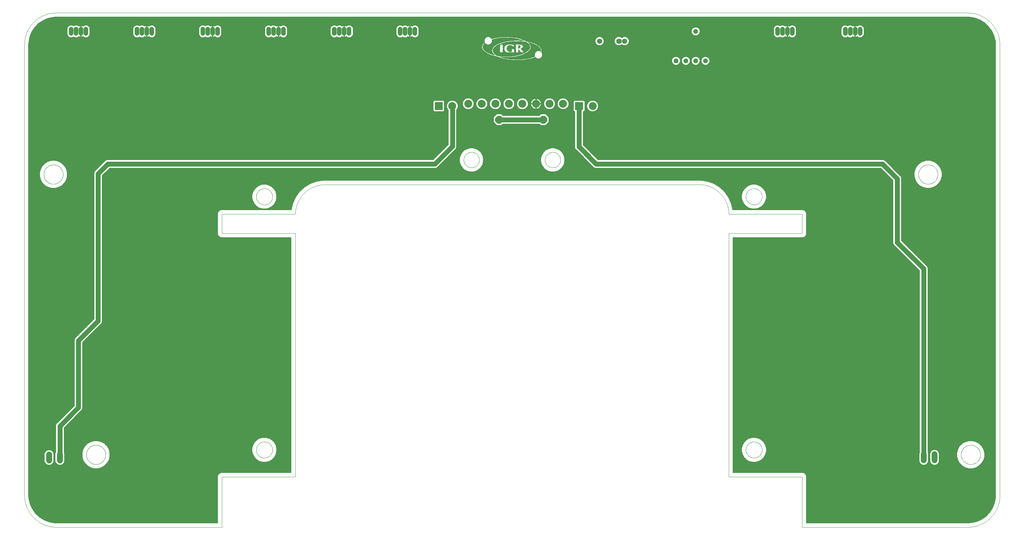
<source format=gtl>
G75*
%MOIN*%
%OFA0B0*%
%FSLAX24Y24*%
%IPPOS*%
%LPD*%
%AMOC8*
5,1,8,0,0,1.08239X$1,22.5*
%
%ADD10C,0.0000*%
%ADD11C,0.0001*%
%ADD12C,0.0512*%
%ADD13C,0.0800*%
%ADD14R,0.0800X0.0800*%
%ADD15C,0.0600*%
%ADD16C,0.0531*%
%ADD17C,0.0450*%
%ADD18R,0.6890X0.0016*%
%ADD19R,0.6890X0.0020*%
%ADD20R,0.0988X0.0020*%
%ADD21R,0.5819X0.0020*%
%ADD22R,0.0917X0.0016*%
%ADD23R,0.1567X0.0016*%
%ADD24R,0.0272X0.0016*%
%ADD25R,0.3827X0.0016*%
%ADD26R,0.0866X0.0016*%
%ADD27R,0.1157X0.0016*%
%ADD28R,0.0051X0.0016*%
%ADD29R,0.0035X0.0016*%
%ADD30R,0.3488X0.0016*%
%ADD31R,0.0835X0.0020*%
%ADD32R,0.0984X0.0020*%
%ADD33R,0.3370X0.0020*%
%ADD34R,0.0815X0.0016*%
%ADD35R,0.0835X0.0016*%
%ADD36R,0.0016X0.0016*%
%ADD37R,0.3217X0.0016*%
%ADD38R,0.0783X0.0016*%
%ADD39R,0.0661X0.0016*%
%ADD40R,0.0850X0.0016*%
%ADD41R,0.3094X0.0016*%
%ADD42R,0.0764X0.0020*%
%ADD43R,0.0579X0.0020*%
%ADD44R,0.1291X0.0020*%
%ADD45R,0.0020X0.0020*%
%ADD46R,0.3028X0.0020*%
%ADD47R,0.0748X0.0016*%
%ADD48R,0.0461X0.0016*%
%ADD49R,0.1480X0.0016*%
%ADD50R,0.2925X0.0016*%
%ADD51R,0.0732X0.0016*%
%ADD52R,0.0339X0.0016*%
%ADD53R,0.1752X0.0016*%
%ADD54R,0.2823X0.0016*%
%ADD55R,0.0732X0.0020*%
%ADD56R,0.0303X0.0020*%
%ADD57R,0.1992X0.0020*%
%ADD58R,0.2772X0.0020*%
%ADD59R,0.0713X0.0016*%
%ADD60R,0.0205X0.0016*%
%ADD61R,0.2110X0.0016*%
%ADD62R,0.2689X0.0016*%
%ADD63R,0.0697X0.0016*%
%ADD64R,0.0122X0.0016*%
%ADD65R,0.2299X0.0016*%
%ADD66R,0.2618X0.0016*%
%ADD67R,0.0071X0.0016*%
%ADD68R,0.2417X0.0016*%
%ADD69R,0.2587X0.0016*%
%ADD70R,0.0681X0.0020*%
%ADD71R,0.2551X0.0020*%
%ADD72R,0.2520X0.0020*%
%ADD73R,0.0681X0.0016*%
%ADD74R,0.2724X0.0016*%
%ADD75R,0.2484X0.0016*%
%ADD76R,0.2807X0.0016*%
%ADD77R,0.2433X0.0016*%
%ADD78R,0.2929X0.0020*%
%ADD79R,0.2382X0.0020*%
%ADD80R,0.0665X0.0016*%
%ADD81R,0.2996X0.0016*%
%ADD82R,0.2346X0.0016*%
%ADD83R,0.3028X0.0016*%
%ADD84R,0.2315X0.0016*%
%ADD85R,0.0665X0.0020*%
%ADD86R,0.3079X0.0020*%
%ADD87R,0.2264X0.0020*%
%ADD88R,0.3130X0.0016*%
%ADD89R,0.2228X0.0016*%
%ADD90R,0.3165X0.0016*%
%ADD91R,0.2177X0.0016*%
%ADD92R,0.2248X0.0020*%
%ADD93R,0.0374X0.0020*%
%ADD94R,0.2161X0.0020*%
%ADD95R,0.2059X0.0016*%
%ADD96R,0.0240X0.0016*%
%ADD97R,0.2126X0.0016*%
%ADD98R,0.1839X0.0016*%
%ADD99R,0.2075X0.0016*%
%ADD100R,0.1685X0.0020*%
%ADD101R,0.2024X0.0020*%
%ADD102R,0.1618X0.0016*%
%ADD103R,0.0441X0.0016*%
%ADD104R,0.1992X0.0016*%
%ADD105R,0.1500X0.0016*%
%ADD106R,0.1138X0.0016*%
%ADD107R,0.1941X0.0016*%
%ADD108R,0.1413X0.0020*%
%ADD109R,0.1496X0.0020*%
%ADD110R,0.1890X0.0020*%
%ADD111R,0.1343X0.0016*%
%ADD112R,0.1685X0.0016*%
%ADD113R,0.1787X0.0016*%
%ADD114R,0.1260X0.0016*%
%ADD115R,0.1921X0.0016*%
%ADD116R,0.1736X0.0016*%
%ADD117R,0.1209X0.0020*%
%ADD118R,0.2075X0.0020*%
%ADD119R,0.1650X0.0020*%
%ADD120R,0.2142X0.0016*%
%ADD121R,0.0020X0.0016*%
%ADD122R,0.1598X0.0016*%
%ADD123R,0.1071X0.0016*%
%ADD124R,0.2244X0.0016*%
%ADD125R,0.0083X0.0016*%
%ADD126R,0.1531X0.0016*%
%ADD127R,0.1055X0.0020*%
%ADD128R,0.2346X0.0020*%
%ADD129R,0.0118X0.0020*%
%ADD130R,0.1480X0.0020*%
%ADD131R,0.0646X0.0016*%
%ADD132R,0.0988X0.0016*%
%ADD133R,0.0189X0.0016*%
%ADD134R,0.1413X0.0016*%
%ADD135R,0.0630X0.0016*%
%ADD136R,0.0953X0.0016*%
%ADD137R,0.2535X0.0016*%
%ADD138R,0.0236X0.0016*%
%ADD139R,0.0594X0.0016*%
%ADD140R,0.0031X0.0016*%
%ADD141R,0.0933X0.0016*%
%ADD142R,0.0256X0.0016*%
%ADD143R,0.1291X0.0016*%
%ADD144R,0.0594X0.0020*%
%ADD145R,0.0067X0.0020*%
%ADD146R,0.0902X0.0020*%
%ADD147R,0.2689X0.0020*%
%ADD148R,0.0307X0.0020*%
%ADD149R,0.1240X0.0020*%
%ADD150R,0.0579X0.0016*%
%ADD151R,0.0102X0.0016*%
%ADD152R,0.2756X0.0016*%
%ADD153R,0.0354X0.0016*%
%ADD154R,0.1209X0.0016*%
%ADD155R,0.0563X0.0016*%
%ADD156R,0.0134X0.0016*%
%ADD157R,0.0374X0.0016*%
%ADD158R,0.0543X0.0020*%
%ADD159R,0.0169X0.0020*%
%ADD160R,0.0819X0.0020*%
%ADD161R,0.2894X0.0020*%
%ADD162R,0.0409X0.0020*%
%ADD163R,0.1122X0.0020*%
%ADD164R,0.0528X0.0016*%
%ADD165R,0.0220X0.0016*%
%ADD166R,0.0819X0.0016*%
%ADD167R,0.2961X0.0016*%
%ADD168R,0.1091X0.0016*%
%ADD169R,0.0512X0.0016*%
%ADD170R,0.2976X0.0016*%
%ADD171R,0.0476X0.0016*%
%ADD172R,0.1055X0.0016*%
%ADD173R,0.0492X0.0020*%
%ADD174R,0.0783X0.0020*%
%ADD175R,0.3063X0.0020*%
%ADD176R,0.0508X0.0020*%
%ADD177R,0.1020X0.0020*%
%ADD178R,0.0492X0.0016*%
%ADD179R,0.0780X0.0016*%
%ADD180R,0.3098X0.0016*%
%ADD181R,0.0543X0.0016*%
%ADD182R,0.1346X0.0016*%
%ADD183R,0.0358X0.0016*%
%ADD184R,0.0886X0.0016*%
%ADD185R,0.0461X0.0020*%
%ADD186R,0.1327X0.0020*%
%ADD187R,0.0252X0.0020*%
%ADD188R,0.0476X0.0020*%
%ADD189R,0.0291X0.0020*%
%ADD190R,0.0917X0.0020*%
%ADD191R,0.1311X0.0016*%
%ADD192R,0.0610X0.0016*%
%ADD193R,0.0303X0.0016*%
%ADD194R,0.0394X0.0016*%
%ADD195R,0.0224X0.0016*%
%ADD196R,0.0768X0.0016*%
%ADD197R,0.0441X0.0020*%
%ADD198R,0.1276X0.0020*%
%ADD199R,0.0339X0.0020*%
%ADD200R,0.0358X0.0020*%
%ADD201R,0.0205X0.0020*%
%ADD202R,0.0224X0.0020*%
%ADD203R,0.0661X0.0020*%
%ADD204R,0.0323X0.0016*%
%ADD205R,0.0287X0.0016*%
%ADD206R,0.0087X0.0016*%
%ADD207R,0.0799X0.0016*%
%ADD208R,0.0425X0.0016*%
%ADD209R,0.1240X0.0016*%
%ADD210R,0.0390X0.0016*%
%ADD211R,0.0291X0.0016*%
%ADD212R,0.0154X0.0016*%
%ADD213R,0.0425X0.0020*%
%ADD214R,0.1224X0.0020*%
%ADD215R,0.0272X0.0020*%
%ADD216R,0.0220X0.0020*%
%ADD217R,0.0748X0.0020*%
%ADD218R,0.0409X0.0016*%
%ADD219R,0.1189X0.0016*%
%ADD220R,0.1189X0.0020*%
%ADD221R,0.0563X0.0020*%
%ADD222R,0.0713X0.0020*%
%ADD223R,0.0697X0.0020*%
%ADD224R,0.1154X0.0016*%
%ADD225R,0.0882X0.0020*%
%ADD226R,0.0854X0.0020*%
%ADD227R,0.0630X0.0020*%
%ADD228R,0.1106X0.0016*%
%ADD229R,0.0882X0.0016*%
%ADD230R,0.0870X0.0016*%
%ADD231R,0.0614X0.0016*%
%ADD232R,0.0902X0.0016*%
%ADD233R,0.1087X0.0020*%
%ADD234R,0.0752X0.0020*%
%ADD235R,0.0169X0.0016*%
%ADD236R,0.0921X0.0016*%
%ADD237R,0.0185X0.0016*%
%ADD238R,0.0154X0.0020*%
%ADD239R,0.0972X0.0020*%
%ADD240R,0.1004X0.0016*%
%ADD241R,0.0118X0.0016*%
%ADD242R,0.0886X0.0020*%
%ADD243R,0.0512X0.0020*%
%ADD244R,0.0972X0.0016*%
%ADD245R,0.1020X0.0016*%
%ADD246R,0.1039X0.0016*%
%ADD247R,0.0933X0.0020*%
%ADD248R,0.1087X0.0016*%
%ADD249R,0.0185X0.0020*%
%ADD250R,0.0051X0.0020*%
%ADD251R,0.0799X0.0020*%
%ADD252R,0.0496X0.0016*%
%ADD253R,0.1122X0.0016*%
%ADD254R,0.0067X0.0016*%
%ADD255R,0.0496X0.0020*%
%ADD256R,0.1154X0.0020*%
%ADD257R,0.1173X0.0016*%
%ADD258R,0.0189X0.0020*%
%ADD259R,0.1205X0.0016*%
%ADD260R,0.0138X0.0016*%
%ADD261R,0.1224X0.0016*%
%ADD262R,0.0240X0.0020*%
%ADD263R,0.0445X0.0020*%
%ADD264R,0.0717X0.0016*%
%ADD265R,0.0764X0.0016*%
%ADD266R,0.0457X0.0016*%
%ADD267R,0.0866X0.0020*%
%ADD268R,0.0307X0.0016*%
%ADD269R,0.0728X0.0016*%
%ADD270R,0.0728X0.0020*%
%ADD271R,0.0323X0.0020*%
%ADD272R,0.0598X0.0016*%
%ADD273R,0.0508X0.0016*%
%ADD274R,0.3268X0.0020*%
%ADD275R,0.3213X0.0016*%
%ADD276R,0.3130X0.0020*%
%ADD277R,0.0953X0.0020*%
%ADD278R,0.0937X0.0016*%
%ADD279R,0.0445X0.0016*%
%ADD280R,0.3063X0.0016*%
%ADD281R,0.0969X0.0016*%
%ADD282R,0.3012X0.0016*%
%ADD283R,0.1004X0.0020*%
%ADD284R,0.0406X0.0020*%
%ADD285R,0.2976X0.0020*%
%ADD286R,0.1035X0.0020*%
%ADD287R,0.0378X0.0016*%
%ADD288R,0.2909X0.0016*%
%ADD289R,0.0343X0.0016*%
%ADD290R,0.2843X0.0016*%
%ADD291R,0.1106X0.0020*%
%ADD292R,0.2787X0.0020*%
%ADD293R,0.0390X0.0020*%
%ADD294R,0.2705X0.0016*%
%ADD295R,0.2654X0.0016*%
%ADD296R,0.1260X0.0020*%
%ADD297R,0.2469X0.0016*%
%ADD298R,0.1362X0.0016*%
%ADD299R,0.2398X0.0016*%
%ADD300R,0.1394X0.0020*%
%ADD301R,0.2299X0.0020*%
%ADD302R,0.1465X0.0016*%
%ADD303R,0.2193X0.0016*%
%ADD304R,0.1516X0.0016*%
%ADD305R,0.1583X0.0020*%
%ADD306R,0.0016X0.0020*%
%ADD307R,0.1957X0.0020*%
%ADD308R,0.1598X0.0020*%
%ADD309R,0.1665X0.0016*%
%ADD310R,0.1823X0.0016*%
%ADD311R,0.1717X0.0016*%
%ADD312R,0.1720X0.0016*%
%ADD313R,0.1803X0.0020*%
%ADD314R,0.1839X0.0020*%
%ADD315R,0.1890X0.0016*%
%ADD316R,0.1937X0.0016*%
%ADD317R,0.0677X0.0016*%
%ADD318R,0.2008X0.0016*%
%ADD319R,0.1972X0.0016*%
%ADD320R,0.2177X0.0020*%
%ADD321R,0.3335X0.0016*%
%ADD322R,0.0134X0.0020*%
%ADD323R,0.2280X0.0020*%
%ADD324R,0.2941X0.0020*%
%ADD325R,0.0528X0.0020*%
%ADD326R,0.2787X0.0016*%
%ADD327R,0.2449X0.0020*%
%ADD328R,0.2535X0.0020*%
%ADD329R,0.0614X0.0020*%
%ADD330R,0.2500X0.0016*%
%ADD331R,0.2366X0.0016*%
%ADD332R,0.2567X0.0016*%
%ADD333R,0.2264X0.0016*%
%ADD334R,0.2618X0.0020*%
%ADD335R,0.2039X0.0020*%
%ADD336R,0.1665X0.0020*%
%ADD337R,0.1819X0.0016*%
%ADD338R,0.1650X0.0016*%
%ADD339R,0.2874X0.0020*%
%ADD340R,0.1346X0.0020*%
%ADD341R,0.2992X0.0016*%
%ADD342R,0.3217X0.0020*%
%ADD343R,0.0035X0.0020*%
%ADD344R,0.2228X0.0020*%
%ADD345R,0.3402X0.0016*%
%ADD346R,0.3555X0.0016*%
%ADD347C,0.0060*%
%ADD348C,0.1000*%
%ADD349OC8,0.0800*%
%ADD350C,0.0500*%
%ADD351C,0.0550*%
D10*
X003505Y001130D02*
X020209Y001130D01*
X020209Y006248D01*
X027692Y006248D01*
X027692Y031051D01*
X020209Y031051D01*
X020209Y033020D01*
X027692Y033020D01*
X023712Y034791D02*
X023714Y034848D01*
X023720Y034905D01*
X023730Y034961D01*
X023743Y035017D01*
X023761Y035071D01*
X023782Y035124D01*
X023807Y035175D01*
X023835Y035225D01*
X023867Y035272D01*
X023901Y035318D01*
X023939Y035360D01*
X023980Y035400D01*
X024023Y035438D01*
X024069Y035472D01*
X024117Y035502D01*
X024167Y035530D01*
X024219Y035554D01*
X024273Y035574D01*
X024327Y035590D01*
X024383Y035603D01*
X024439Y035612D01*
X024496Y035617D01*
X024553Y035618D01*
X024610Y035615D01*
X024667Y035608D01*
X024723Y035597D01*
X024778Y035583D01*
X024832Y035564D01*
X024885Y035542D01*
X024936Y035517D01*
X024985Y035487D01*
X025032Y035455D01*
X025077Y035419D01*
X025119Y035381D01*
X025158Y035339D01*
X025194Y035295D01*
X025228Y035249D01*
X025258Y035200D01*
X025284Y035150D01*
X025307Y035098D01*
X025326Y035044D01*
X025342Y034989D01*
X025354Y034933D01*
X025362Y034876D01*
X025366Y034820D01*
X025366Y034762D01*
X025362Y034706D01*
X025354Y034649D01*
X025342Y034593D01*
X025326Y034538D01*
X025307Y034484D01*
X025284Y034432D01*
X025258Y034382D01*
X025228Y034333D01*
X025194Y034287D01*
X025158Y034243D01*
X025119Y034201D01*
X025077Y034163D01*
X025032Y034127D01*
X024985Y034095D01*
X024936Y034065D01*
X024885Y034040D01*
X024832Y034018D01*
X024778Y033999D01*
X024723Y033985D01*
X024667Y033974D01*
X024610Y033967D01*
X024553Y033964D01*
X024496Y033965D01*
X024439Y033970D01*
X024383Y033979D01*
X024327Y033992D01*
X024273Y034008D01*
X024219Y034028D01*
X024167Y034052D01*
X024117Y034080D01*
X024069Y034110D01*
X024023Y034144D01*
X023980Y034182D01*
X023939Y034222D01*
X023901Y034264D01*
X023867Y034310D01*
X023835Y034357D01*
X023807Y034407D01*
X023782Y034458D01*
X023761Y034511D01*
X023743Y034565D01*
X023730Y034621D01*
X023720Y034677D01*
X023714Y034734D01*
X023712Y034791D01*
X030876Y036010D02*
X068596Y036010D01*
X071781Y033020D02*
X079264Y033020D01*
X079264Y031051D01*
X071782Y031051D01*
X071782Y028689D01*
X071782Y006248D01*
X079264Y006248D01*
X079264Y001130D01*
X096167Y001130D01*
X099355Y004443D02*
X099355Y050318D01*
X095967Y053505D02*
X003318Y053505D01*
X000130Y050255D02*
X000130Y004318D01*
X006429Y008512D02*
X006431Y008574D01*
X006437Y008637D01*
X006447Y008698D01*
X006461Y008759D01*
X006478Y008819D01*
X006499Y008878D01*
X006525Y008935D01*
X006553Y008990D01*
X006585Y009044D01*
X006621Y009095D01*
X006659Y009145D01*
X006701Y009191D01*
X006745Y009235D01*
X006793Y009276D01*
X006842Y009314D01*
X006894Y009348D01*
X006948Y009379D01*
X007004Y009407D01*
X007062Y009431D01*
X007121Y009452D01*
X007181Y009468D01*
X007242Y009481D01*
X007304Y009490D01*
X007366Y009495D01*
X007429Y009496D01*
X007491Y009493D01*
X007553Y009486D01*
X007615Y009475D01*
X007675Y009460D01*
X007735Y009442D01*
X007793Y009420D01*
X007850Y009394D01*
X007905Y009364D01*
X007958Y009331D01*
X008009Y009295D01*
X008057Y009256D01*
X008103Y009213D01*
X008146Y009168D01*
X008186Y009120D01*
X008223Y009070D01*
X008257Y009017D01*
X008288Y008963D01*
X008314Y008907D01*
X008338Y008849D01*
X008357Y008789D01*
X008373Y008729D01*
X008385Y008667D01*
X008393Y008606D01*
X008397Y008543D01*
X008397Y008481D01*
X008393Y008418D01*
X008385Y008357D01*
X008373Y008295D01*
X008357Y008235D01*
X008338Y008175D01*
X008314Y008117D01*
X008288Y008061D01*
X008257Y008007D01*
X008223Y007954D01*
X008186Y007904D01*
X008146Y007856D01*
X008103Y007811D01*
X008057Y007768D01*
X008009Y007729D01*
X007958Y007693D01*
X007905Y007660D01*
X007850Y007630D01*
X007793Y007604D01*
X007735Y007582D01*
X007675Y007564D01*
X007615Y007549D01*
X007553Y007538D01*
X007491Y007531D01*
X007429Y007528D01*
X007366Y007529D01*
X007304Y007534D01*
X007242Y007543D01*
X007181Y007556D01*
X007121Y007572D01*
X007062Y007593D01*
X007004Y007617D01*
X006948Y007645D01*
X006894Y007676D01*
X006842Y007710D01*
X006793Y007748D01*
X006745Y007789D01*
X006701Y007833D01*
X006659Y007879D01*
X006621Y007929D01*
X006585Y007980D01*
X006553Y008034D01*
X006525Y008089D01*
X006499Y008146D01*
X006478Y008205D01*
X006461Y008265D01*
X006447Y008326D01*
X006437Y008387D01*
X006431Y008450D01*
X006429Y008512D01*
X023712Y009004D02*
X023714Y009061D01*
X023720Y009118D01*
X023730Y009174D01*
X023743Y009230D01*
X023761Y009284D01*
X023782Y009337D01*
X023807Y009388D01*
X023835Y009438D01*
X023867Y009485D01*
X023901Y009531D01*
X023939Y009573D01*
X023980Y009613D01*
X024023Y009651D01*
X024069Y009685D01*
X024117Y009715D01*
X024167Y009743D01*
X024219Y009767D01*
X024273Y009787D01*
X024327Y009803D01*
X024383Y009816D01*
X024439Y009825D01*
X024496Y009830D01*
X024553Y009831D01*
X024610Y009828D01*
X024667Y009821D01*
X024723Y009810D01*
X024778Y009796D01*
X024832Y009777D01*
X024885Y009755D01*
X024936Y009730D01*
X024985Y009700D01*
X025032Y009668D01*
X025077Y009632D01*
X025119Y009594D01*
X025158Y009552D01*
X025194Y009508D01*
X025228Y009462D01*
X025258Y009413D01*
X025284Y009363D01*
X025307Y009311D01*
X025326Y009257D01*
X025342Y009202D01*
X025354Y009146D01*
X025362Y009089D01*
X025366Y009033D01*
X025366Y008975D01*
X025362Y008919D01*
X025354Y008862D01*
X025342Y008806D01*
X025326Y008751D01*
X025307Y008697D01*
X025284Y008645D01*
X025258Y008595D01*
X025228Y008546D01*
X025194Y008500D01*
X025158Y008456D01*
X025119Y008414D01*
X025077Y008376D01*
X025032Y008340D01*
X024985Y008308D01*
X024936Y008278D01*
X024885Y008253D01*
X024832Y008231D01*
X024778Y008212D01*
X024723Y008198D01*
X024667Y008187D01*
X024610Y008180D01*
X024553Y008177D01*
X024496Y008178D01*
X024439Y008183D01*
X024383Y008192D01*
X024327Y008205D01*
X024273Y008221D01*
X024219Y008241D01*
X024167Y008265D01*
X024117Y008293D01*
X024069Y008323D01*
X024023Y008357D01*
X023980Y008395D01*
X023939Y008435D01*
X023901Y008477D01*
X023867Y008523D01*
X023835Y008570D01*
X023807Y008620D01*
X023782Y008671D01*
X023761Y008724D01*
X023743Y008778D01*
X023730Y008834D01*
X023720Y008890D01*
X023714Y008947D01*
X023712Y009004D01*
X073516Y009004D02*
X073518Y009061D01*
X073524Y009118D01*
X073534Y009174D01*
X073547Y009230D01*
X073565Y009284D01*
X073586Y009337D01*
X073611Y009388D01*
X073639Y009438D01*
X073671Y009485D01*
X073705Y009531D01*
X073743Y009573D01*
X073784Y009613D01*
X073827Y009651D01*
X073873Y009685D01*
X073921Y009715D01*
X073971Y009743D01*
X074023Y009767D01*
X074077Y009787D01*
X074131Y009803D01*
X074187Y009816D01*
X074243Y009825D01*
X074300Y009830D01*
X074357Y009831D01*
X074414Y009828D01*
X074471Y009821D01*
X074527Y009810D01*
X074582Y009796D01*
X074636Y009777D01*
X074689Y009755D01*
X074740Y009730D01*
X074789Y009700D01*
X074836Y009668D01*
X074881Y009632D01*
X074923Y009594D01*
X074962Y009552D01*
X074998Y009508D01*
X075032Y009462D01*
X075062Y009413D01*
X075088Y009363D01*
X075111Y009311D01*
X075130Y009257D01*
X075146Y009202D01*
X075158Y009146D01*
X075166Y009089D01*
X075170Y009033D01*
X075170Y008975D01*
X075166Y008919D01*
X075158Y008862D01*
X075146Y008806D01*
X075130Y008751D01*
X075111Y008697D01*
X075088Y008645D01*
X075062Y008595D01*
X075032Y008546D01*
X074998Y008500D01*
X074962Y008456D01*
X074923Y008414D01*
X074881Y008376D01*
X074836Y008340D01*
X074789Y008308D01*
X074740Y008278D01*
X074689Y008253D01*
X074636Y008231D01*
X074582Y008212D01*
X074527Y008198D01*
X074471Y008187D01*
X074414Y008180D01*
X074357Y008177D01*
X074300Y008178D01*
X074243Y008183D01*
X074187Y008192D01*
X074131Y008205D01*
X074077Y008221D01*
X074023Y008241D01*
X073971Y008265D01*
X073921Y008293D01*
X073873Y008323D01*
X073827Y008357D01*
X073784Y008395D01*
X073743Y008435D01*
X073705Y008477D01*
X073671Y008523D01*
X073639Y008570D01*
X073611Y008620D01*
X073586Y008671D01*
X073565Y008724D01*
X073547Y008778D01*
X073534Y008834D01*
X073524Y008890D01*
X073518Y008947D01*
X073516Y009004D01*
X095406Y008512D02*
X095408Y008574D01*
X095414Y008637D01*
X095424Y008698D01*
X095438Y008759D01*
X095455Y008819D01*
X095476Y008878D01*
X095502Y008935D01*
X095530Y008990D01*
X095562Y009044D01*
X095598Y009095D01*
X095636Y009145D01*
X095678Y009191D01*
X095722Y009235D01*
X095770Y009276D01*
X095819Y009314D01*
X095871Y009348D01*
X095925Y009379D01*
X095981Y009407D01*
X096039Y009431D01*
X096098Y009452D01*
X096158Y009468D01*
X096219Y009481D01*
X096281Y009490D01*
X096343Y009495D01*
X096406Y009496D01*
X096468Y009493D01*
X096530Y009486D01*
X096592Y009475D01*
X096652Y009460D01*
X096712Y009442D01*
X096770Y009420D01*
X096827Y009394D01*
X096882Y009364D01*
X096935Y009331D01*
X096986Y009295D01*
X097034Y009256D01*
X097080Y009213D01*
X097123Y009168D01*
X097163Y009120D01*
X097200Y009070D01*
X097234Y009017D01*
X097265Y008963D01*
X097291Y008907D01*
X097315Y008849D01*
X097334Y008789D01*
X097350Y008729D01*
X097362Y008667D01*
X097370Y008606D01*
X097374Y008543D01*
X097374Y008481D01*
X097370Y008418D01*
X097362Y008357D01*
X097350Y008295D01*
X097334Y008235D01*
X097315Y008175D01*
X097291Y008117D01*
X097265Y008061D01*
X097234Y008007D01*
X097200Y007954D01*
X097163Y007904D01*
X097123Y007856D01*
X097080Y007811D01*
X097034Y007768D01*
X096986Y007729D01*
X096935Y007693D01*
X096882Y007660D01*
X096827Y007630D01*
X096770Y007604D01*
X096712Y007582D01*
X096652Y007564D01*
X096592Y007549D01*
X096530Y007538D01*
X096468Y007531D01*
X096406Y007528D01*
X096343Y007529D01*
X096281Y007534D01*
X096219Y007543D01*
X096158Y007556D01*
X096098Y007572D01*
X096039Y007593D01*
X095981Y007617D01*
X095925Y007645D01*
X095871Y007676D01*
X095819Y007710D01*
X095770Y007748D01*
X095722Y007789D01*
X095678Y007833D01*
X095636Y007879D01*
X095598Y007929D01*
X095562Y007980D01*
X095530Y008034D01*
X095502Y008089D01*
X095476Y008146D01*
X095455Y008205D01*
X095438Y008265D01*
X095424Y008326D01*
X095414Y008387D01*
X095408Y008450D01*
X095406Y008512D01*
X073516Y034791D02*
X073518Y034848D01*
X073524Y034905D01*
X073534Y034961D01*
X073547Y035017D01*
X073565Y035071D01*
X073586Y035124D01*
X073611Y035175D01*
X073639Y035225D01*
X073671Y035272D01*
X073705Y035318D01*
X073743Y035360D01*
X073784Y035400D01*
X073827Y035438D01*
X073873Y035472D01*
X073921Y035502D01*
X073971Y035530D01*
X074023Y035554D01*
X074077Y035574D01*
X074131Y035590D01*
X074187Y035603D01*
X074243Y035612D01*
X074300Y035617D01*
X074357Y035618D01*
X074414Y035615D01*
X074471Y035608D01*
X074527Y035597D01*
X074582Y035583D01*
X074636Y035564D01*
X074689Y035542D01*
X074740Y035517D01*
X074789Y035487D01*
X074836Y035455D01*
X074881Y035419D01*
X074923Y035381D01*
X074962Y035339D01*
X074998Y035295D01*
X075032Y035249D01*
X075062Y035200D01*
X075088Y035150D01*
X075111Y035098D01*
X075130Y035044D01*
X075146Y034989D01*
X075158Y034933D01*
X075166Y034876D01*
X075170Y034820D01*
X075170Y034762D01*
X075166Y034706D01*
X075158Y034649D01*
X075146Y034593D01*
X075130Y034538D01*
X075111Y034484D01*
X075088Y034432D01*
X075062Y034382D01*
X075032Y034333D01*
X074998Y034287D01*
X074962Y034243D01*
X074923Y034201D01*
X074881Y034163D01*
X074836Y034127D01*
X074789Y034095D01*
X074740Y034065D01*
X074689Y034040D01*
X074636Y034018D01*
X074582Y033999D01*
X074527Y033985D01*
X074471Y033974D01*
X074414Y033967D01*
X074357Y033964D01*
X074300Y033965D01*
X074243Y033970D01*
X074187Y033979D01*
X074131Y033992D01*
X074077Y034008D01*
X074023Y034028D01*
X073971Y034052D01*
X073921Y034080D01*
X073873Y034110D01*
X073827Y034144D01*
X073784Y034182D01*
X073743Y034222D01*
X073705Y034264D01*
X073671Y034310D01*
X073639Y034357D01*
X073611Y034407D01*
X073586Y034458D01*
X073565Y034511D01*
X073547Y034565D01*
X073534Y034621D01*
X073524Y034677D01*
X073518Y034734D01*
X073516Y034791D01*
X091075Y037055D02*
X091077Y037117D01*
X091083Y037180D01*
X091093Y037241D01*
X091107Y037302D01*
X091124Y037362D01*
X091145Y037421D01*
X091171Y037478D01*
X091199Y037533D01*
X091231Y037587D01*
X091267Y037638D01*
X091305Y037688D01*
X091347Y037734D01*
X091391Y037778D01*
X091439Y037819D01*
X091488Y037857D01*
X091540Y037891D01*
X091594Y037922D01*
X091650Y037950D01*
X091708Y037974D01*
X091767Y037995D01*
X091827Y038011D01*
X091888Y038024D01*
X091950Y038033D01*
X092012Y038038D01*
X092075Y038039D01*
X092137Y038036D01*
X092199Y038029D01*
X092261Y038018D01*
X092321Y038003D01*
X092381Y037985D01*
X092439Y037963D01*
X092496Y037937D01*
X092551Y037907D01*
X092604Y037874D01*
X092655Y037838D01*
X092703Y037799D01*
X092749Y037756D01*
X092792Y037711D01*
X092832Y037663D01*
X092869Y037613D01*
X092903Y037560D01*
X092934Y037506D01*
X092960Y037450D01*
X092984Y037392D01*
X093003Y037332D01*
X093019Y037272D01*
X093031Y037210D01*
X093039Y037149D01*
X093043Y037086D01*
X093043Y037024D01*
X093039Y036961D01*
X093031Y036900D01*
X093019Y036838D01*
X093003Y036778D01*
X092984Y036718D01*
X092960Y036660D01*
X092934Y036604D01*
X092903Y036550D01*
X092869Y036497D01*
X092832Y036447D01*
X092792Y036399D01*
X092749Y036354D01*
X092703Y036311D01*
X092655Y036272D01*
X092604Y036236D01*
X092551Y036203D01*
X092496Y036173D01*
X092439Y036147D01*
X092381Y036125D01*
X092321Y036107D01*
X092261Y036092D01*
X092199Y036081D01*
X092137Y036074D01*
X092075Y036071D01*
X092012Y036072D01*
X091950Y036077D01*
X091888Y036086D01*
X091827Y036099D01*
X091767Y036115D01*
X091708Y036136D01*
X091650Y036160D01*
X091594Y036188D01*
X091540Y036219D01*
X091488Y036253D01*
X091439Y036291D01*
X091391Y036332D01*
X091347Y036376D01*
X091305Y036422D01*
X091267Y036472D01*
X091231Y036523D01*
X091199Y036577D01*
X091171Y036632D01*
X091145Y036689D01*
X091124Y036748D01*
X091107Y036808D01*
X091093Y036869D01*
X091083Y036930D01*
X091077Y036993D01*
X091075Y037055D01*
X053089Y038532D02*
X053091Y038588D01*
X053097Y038643D01*
X053107Y038697D01*
X053120Y038751D01*
X053138Y038804D01*
X053159Y038855D01*
X053183Y038905D01*
X053211Y038953D01*
X053243Y038999D01*
X053277Y039043D01*
X053315Y039084D01*
X053355Y039122D01*
X053398Y039157D01*
X053443Y039189D01*
X053491Y039218D01*
X053540Y039244D01*
X053591Y039266D01*
X053643Y039284D01*
X053697Y039298D01*
X053752Y039309D01*
X053807Y039316D01*
X053862Y039319D01*
X053918Y039318D01*
X053973Y039313D01*
X054028Y039304D01*
X054082Y039292D01*
X054135Y039275D01*
X054187Y039255D01*
X054237Y039231D01*
X054285Y039204D01*
X054332Y039174D01*
X054376Y039140D01*
X054418Y039103D01*
X054456Y039063D01*
X054493Y039021D01*
X054526Y038976D01*
X054555Y038930D01*
X054582Y038881D01*
X054604Y038830D01*
X054624Y038778D01*
X054639Y038724D01*
X054651Y038670D01*
X054659Y038615D01*
X054663Y038560D01*
X054663Y038504D01*
X054659Y038449D01*
X054651Y038394D01*
X054639Y038340D01*
X054624Y038286D01*
X054604Y038234D01*
X054582Y038183D01*
X054555Y038134D01*
X054526Y038088D01*
X054493Y038043D01*
X054456Y038001D01*
X054418Y037961D01*
X054376Y037924D01*
X054332Y037890D01*
X054285Y037860D01*
X054237Y037833D01*
X054187Y037809D01*
X054135Y037789D01*
X054082Y037772D01*
X054028Y037760D01*
X053973Y037751D01*
X053918Y037746D01*
X053862Y037745D01*
X053807Y037748D01*
X053752Y037755D01*
X053697Y037766D01*
X053643Y037780D01*
X053591Y037798D01*
X053540Y037820D01*
X053491Y037846D01*
X053443Y037875D01*
X053398Y037907D01*
X053355Y037942D01*
X053315Y037980D01*
X053277Y038021D01*
X053243Y038065D01*
X053211Y038111D01*
X053183Y038159D01*
X053159Y038209D01*
X053138Y038260D01*
X053120Y038313D01*
X053107Y038367D01*
X053097Y038421D01*
X053091Y038476D01*
X053089Y038532D01*
X044822Y038532D02*
X044824Y038588D01*
X044830Y038643D01*
X044840Y038697D01*
X044853Y038751D01*
X044871Y038804D01*
X044892Y038855D01*
X044916Y038905D01*
X044944Y038953D01*
X044976Y038999D01*
X045010Y039043D01*
X045048Y039084D01*
X045088Y039122D01*
X045131Y039157D01*
X045176Y039189D01*
X045224Y039218D01*
X045273Y039244D01*
X045324Y039266D01*
X045376Y039284D01*
X045430Y039298D01*
X045485Y039309D01*
X045540Y039316D01*
X045595Y039319D01*
X045651Y039318D01*
X045706Y039313D01*
X045761Y039304D01*
X045815Y039292D01*
X045868Y039275D01*
X045920Y039255D01*
X045970Y039231D01*
X046018Y039204D01*
X046065Y039174D01*
X046109Y039140D01*
X046151Y039103D01*
X046189Y039063D01*
X046226Y039021D01*
X046259Y038976D01*
X046288Y038930D01*
X046315Y038881D01*
X046337Y038830D01*
X046357Y038778D01*
X046372Y038724D01*
X046384Y038670D01*
X046392Y038615D01*
X046396Y038560D01*
X046396Y038504D01*
X046392Y038449D01*
X046384Y038394D01*
X046372Y038340D01*
X046357Y038286D01*
X046337Y038234D01*
X046315Y038183D01*
X046288Y038134D01*
X046259Y038088D01*
X046226Y038043D01*
X046189Y038001D01*
X046151Y037961D01*
X046109Y037924D01*
X046065Y037890D01*
X046018Y037860D01*
X045970Y037833D01*
X045920Y037809D01*
X045868Y037789D01*
X045815Y037772D01*
X045761Y037760D01*
X045706Y037751D01*
X045651Y037746D01*
X045595Y037745D01*
X045540Y037748D01*
X045485Y037755D01*
X045430Y037766D01*
X045376Y037780D01*
X045324Y037798D01*
X045273Y037820D01*
X045224Y037846D01*
X045176Y037875D01*
X045131Y037907D01*
X045088Y037942D01*
X045048Y037980D01*
X045010Y038021D01*
X044976Y038065D01*
X044944Y038111D01*
X044916Y038159D01*
X044892Y038209D01*
X044871Y038260D01*
X044853Y038313D01*
X044840Y038367D01*
X044830Y038421D01*
X044824Y038476D01*
X044822Y038532D01*
X002099Y037055D02*
X002101Y037117D01*
X002107Y037180D01*
X002117Y037241D01*
X002131Y037302D01*
X002148Y037362D01*
X002169Y037421D01*
X002195Y037478D01*
X002223Y037533D01*
X002255Y037587D01*
X002291Y037638D01*
X002329Y037688D01*
X002371Y037734D01*
X002415Y037778D01*
X002463Y037819D01*
X002512Y037857D01*
X002564Y037891D01*
X002618Y037922D01*
X002674Y037950D01*
X002732Y037974D01*
X002791Y037995D01*
X002851Y038011D01*
X002912Y038024D01*
X002974Y038033D01*
X003036Y038038D01*
X003099Y038039D01*
X003161Y038036D01*
X003223Y038029D01*
X003285Y038018D01*
X003345Y038003D01*
X003405Y037985D01*
X003463Y037963D01*
X003520Y037937D01*
X003575Y037907D01*
X003628Y037874D01*
X003679Y037838D01*
X003727Y037799D01*
X003773Y037756D01*
X003816Y037711D01*
X003856Y037663D01*
X003893Y037613D01*
X003927Y037560D01*
X003958Y037506D01*
X003984Y037450D01*
X004008Y037392D01*
X004027Y037332D01*
X004043Y037272D01*
X004055Y037210D01*
X004063Y037149D01*
X004067Y037086D01*
X004067Y037024D01*
X004063Y036961D01*
X004055Y036900D01*
X004043Y036838D01*
X004027Y036778D01*
X004008Y036718D01*
X003984Y036660D01*
X003958Y036604D01*
X003927Y036550D01*
X003893Y036497D01*
X003856Y036447D01*
X003816Y036399D01*
X003773Y036354D01*
X003727Y036311D01*
X003679Y036272D01*
X003628Y036236D01*
X003575Y036203D01*
X003520Y036173D01*
X003463Y036147D01*
X003405Y036125D01*
X003345Y036107D01*
X003285Y036092D01*
X003223Y036081D01*
X003161Y036074D01*
X003099Y036071D01*
X003036Y036072D01*
X002974Y036077D01*
X002912Y036086D01*
X002851Y036099D01*
X002791Y036115D01*
X002732Y036136D01*
X002674Y036160D01*
X002618Y036188D01*
X002564Y036219D01*
X002512Y036253D01*
X002463Y036291D01*
X002415Y036332D01*
X002371Y036376D01*
X002329Y036422D01*
X002291Y036472D01*
X002255Y036523D01*
X002223Y036577D01*
X002195Y036632D01*
X002169Y036689D01*
X002148Y036748D01*
X002131Y036808D01*
X002117Y036869D01*
X002107Y036930D01*
X002101Y036993D01*
X002099Y037055D01*
D11*
X000130Y050255D02*
X000131Y050367D01*
X000136Y050479D01*
X000145Y050591D01*
X000157Y050703D01*
X000174Y050814D01*
X000194Y050925D01*
X000218Y051034D01*
X000246Y051143D01*
X000278Y051251D01*
X000314Y051358D01*
X000353Y051463D01*
X000396Y051567D01*
X000442Y051669D01*
X000492Y051770D01*
X000546Y051868D01*
X000603Y051965D01*
X000663Y052060D01*
X000727Y052153D01*
X000793Y052243D01*
X000863Y052331D01*
X000936Y052417D01*
X001012Y052500D01*
X001091Y052580D01*
X001172Y052657D01*
X001256Y052732D01*
X001343Y052803D01*
X001432Y052872D01*
X001523Y052937D01*
X001617Y052999D01*
X001713Y053058D01*
X001810Y053113D01*
X001910Y053165D01*
X002011Y053214D01*
X002114Y053259D01*
X002219Y053300D01*
X002325Y053338D01*
X002432Y053372D01*
X002540Y053402D01*
X002649Y053428D01*
X002759Y053451D01*
X002870Y053469D01*
X002981Y053484D01*
X003093Y053495D01*
X003205Y053502D01*
X003318Y053505D01*
X027692Y033020D02*
X027695Y033129D01*
X027701Y033237D01*
X027712Y033345D01*
X027726Y033453D01*
X027744Y033560D01*
X027766Y033666D01*
X027792Y033771D01*
X027821Y033876D01*
X027855Y033979D01*
X027892Y034081D01*
X027933Y034182D01*
X027977Y034281D01*
X028025Y034378D01*
X028076Y034474D01*
X028131Y034568D01*
X028189Y034660D01*
X028250Y034749D01*
X028315Y034836D01*
X028382Y034921D01*
X028453Y035004D01*
X028527Y035084D01*
X028603Y035161D01*
X028682Y035235D01*
X028764Y035306D01*
X028848Y035375D01*
X028935Y035440D01*
X029024Y035502D01*
X029115Y035561D01*
X029208Y035617D01*
X029303Y035669D01*
X029400Y035718D01*
X029499Y035763D01*
X029599Y035805D01*
X029701Y035843D01*
X029804Y035877D01*
X029908Y035908D01*
X030013Y035935D01*
X030120Y035958D01*
X030226Y035977D01*
X030334Y035992D01*
X030442Y036003D01*
X030550Y036011D01*
X030659Y036015D01*
X030767Y036014D01*
X030876Y036010D01*
X068597Y036010D02*
X068705Y036014D01*
X068814Y036015D01*
X068922Y036011D01*
X069031Y036004D01*
X069139Y035992D01*
X069246Y035977D01*
X069353Y035958D01*
X069459Y035935D01*
X069564Y035908D01*
X069669Y035877D01*
X069772Y035843D01*
X069873Y035805D01*
X069974Y035763D01*
X070072Y035718D01*
X070169Y035669D01*
X070265Y035617D01*
X070358Y035562D01*
X070449Y035503D01*
X070538Y035440D01*
X070625Y035375D01*
X070709Y035307D01*
X070791Y035235D01*
X070870Y035161D01*
X070947Y035084D01*
X071020Y035004D01*
X071091Y034921D01*
X071159Y034836D01*
X071223Y034749D01*
X071285Y034660D01*
X071343Y034568D01*
X071398Y034474D01*
X071449Y034378D01*
X071497Y034281D01*
X071541Y034182D01*
X071582Y034081D01*
X071619Y033979D01*
X071652Y033876D01*
X071682Y033771D01*
X071708Y033666D01*
X071730Y033559D01*
X071748Y033452D01*
X071762Y033345D01*
X071773Y033237D01*
X071779Y033128D01*
X071782Y033020D01*
X095967Y053505D02*
X096079Y053507D01*
X096192Y053505D01*
X096304Y053498D01*
X096416Y053488D01*
X096527Y053475D01*
X096638Y053457D01*
X096748Y053436D01*
X096858Y053411D01*
X096966Y053382D01*
X097074Y053349D01*
X097180Y053313D01*
X097285Y053273D01*
X097389Y053230D01*
X097491Y053183D01*
X097591Y053133D01*
X097690Y053079D01*
X097786Y053022D01*
X097881Y052961D01*
X097974Y052898D01*
X098064Y052831D01*
X098152Y052762D01*
X098238Y052689D01*
X098321Y052613D01*
X098401Y052535D01*
X098479Y052454D01*
X098554Y052370D01*
X098626Y052284D01*
X098695Y052196D01*
X098761Y052105D01*
X098824Y052012D01*
X098884Y051916D01*
X098940Y051819D01*
X098993Y051720D01*
X099042Y051619D01*
X099089Y051517D01*
X099131Y051413D01*
X099170Y051308D01*
X099206Y051201D01*
X099237Y051094D01*
X099265Y050985D01*
X099290Y050875D01*
X099310Y050765D01*
X099327Y050654D01*
X099340Y050542D01*
X099349Y050430D01*
X099354Y050318D01*
X099355Y004443D02*
X099356Y004331D01*
X099352Y004221D01*
X099345Y004110D01*
X099334Y003999D01*
X099319Y003889D01*
X099300Y003780D01*
X099278Y003671D01*
X099252Y003563D01*
X099222Y003456D01*
X099189Y003350D01*
X099152Y003246D01*
X099111Y003142D01*
X099067Y003040D01*
X099020Y002940D01*
X098969Y002841D01*
X098915Y002745D01*
X098857Y002650D01*
X098797Y002557D01*
X098733Y002466D01*
X098666Y002377D01*
X098596Y002291D01*
X098523Y002207D01*
X098448Y002126D01*
X098369Y002047D01*
X098288Y001971D01*
X098205Y001898D01*
X098119Y001828D01*
X098031Y001761D01*
X097940Y001696D01*
X097847Y001635D01*
X097753Y001577D01*
X097656Y001523D01*
X097557Y001471D01*
X097457Y001424D01*
X097356Y001379D01*
X097252Y001338D01*
X097148Y001301D01*
X097042Y001267D01*
X096935Y001237D01*
X096828Y001210D01*
X096719Y001187D01*
X096610Y001168D01*
X096500Y001153D01*
X096389Y001141D01*
X096278Y001134D01*
X096168Y001130D01*
X003505Y001129D02*
X003393Y001128D01*
X003281Y001131D01*
X003169Y001137D01*
X003057Y001147D01*
X002946Y001161D01*
X002835Y001179D01*
X002725Y001200D01*
X002616Y001226D01*
X002508Y001255D01*
X002400Y001287D01*
X002294Y001324D01*
X002190Y001364D01*
X002086Y001407D01*
X001984Y001454D01*
X001884Y001505D01*
X001786Y001558D01*
X001690Y001616D01*
X001595Y001676D01*
X001503Y001740D01*
X001413Y001806D01*
X001325Y001876D01*
X001240Y001949D01*
X001157Y002024D01*
X001077Y002103D01*
X000999Y002184D01*
X000925Y002267D01*
X000853Y002353D01*
X000784Y002442D01*
X000718Y002533D01*
X000656Y002626D01*
X000596Y002721D01*
X000540Y002818D01*
X000488Y002917D01*
X000438Y003018D01*
X000393Y003120D01*
X000350Y003224D01*
X000311Y003329D01*
X000276Y003435D01*
X000245Y003543D01*
X000217Y003652D01*
X000193Y003761D01*
X000173Y003871D01*
X000156Y003982D01*
X000143Y004094D01*
X000134Y004205D01*
X000129Y004317D01*
D12*
X066417Y048630D03*
X067417Y048630D03*
X068417Y048630D03*
X069417Y048630D03*
X068417Y051630D03*
D13*
X054927Y044249D03*
X053549Y044249D03*
X052171Y044249D03*
X050793Y044249D03*
X049415Y044249D03*
X048037Y044249D03*
X046659Y044249D03*
X045281Y044249D03*
X043658Y044018D03*
X057933Y044018D03*
D14*
X056555Y044018D03*
X042280Y044018D03*
D15*
X003739Y008517D02*
X003739Y007917D01*
X002639Y007917D02*
X002639Y008517D01*
X091615Y008536D02*
X091615Y007936D01*
X092715Y007936D02*
X092715Y008536D01*
D16*
X061197Y050630D03*
X058638Y050630D03*
D17*
X039856Y051405D02*
X039856Y051855D01*
X039356Y051855D02*
X039356Y051405D01*
X038856Y051405D02*
X038856Y051855D01*
X038356Y051855D02*
X038356Y051405D01*
X033163Y051405D02*
X033163Y051855D01*
X032663Y051855D02*
X032663Y051405D01*
X032163Y051405D02*
X032163Y051855D01*
X031663Y051855D02*
X031663Y051405D01*
X026471Y051405D02*
X026471Y051855D01*
X025971Y051855D02*
X025971Y051405D01*
X025471Y051405D02*
X025471Y051855D01*
X024971Y051855D02*
X024971Y051405D01*
X019778Y051405D02*
X019778Y051855D01*
X019278Y051855D02*
X019278Y051405D01*
X018778Y051405D02*
X018778Y051855D01*
X018278Y051855D02*
X018278Y051405D01*
X013085Y051405D02*
X013085Y051855D01*
X012585Y051855D02*
X012585Y051405D01*
X012085Y051405D02*
X012085Y051855D01*
X011585Y051855D02*
X011585Y051405D01*
X006392Y051405D02*
X006392Y051855D01*
X005892Y051855D02*
X005892Y051405D01*
X005392Y051405D02*
X005392Y051855D01*
X004892Y051855D02*
X004892Y051405D01*
X076742Y051405D02*
X076742Y051855D01*
X077242Y051855D02*
X077242Y051405D01*
X077742Y051405D02*
X077742Y051855D01*
X078242Y051855D02*
X078242Y051405D01*
X083632Y051405D02*
X083632Y051855D01*
X084132Y051855D02*
X084132Y051405D01*
X084632Y051405D02*
X084632Y051855D01*
X085132Y051855D02*
X085132Y051405D01*
D18*
X049736Y051394D03*
X049736Y051378D03*
X049736Y051343D03*
X049736Y051327D03*
X049736Y051311D03*
X049736Y051276D03*
X049736Y051260D03*
X049736Y051224D03*
X049736Y051209D03*
X049736Y051173D03*
X049736Y051158D03*
X049736Y051122D03*
X049736Y051106D03*
X049736Y051071D03*
X049736Y051055D03*
X049736Y051429D03*
X049736Y051445D03*
X049736Y051480D03*
X049736Y051496D03*
X049736Y051532D03*
X049736Y051547D03*
X049736Y051583D03*
X049736Y051599D03*
X049736Y051634D03*
X049736Y051650D03*
X049736Y051685D03*
X049736Y051701D03*
X049736Y051736D03*
X049736Y048638D03*
X049736Y048622D03*
X049736Y048587D03*
X049736Y048571D03*
X049736Y048555D03*
X049736Y048520D03*
X049736Y048504D03*
X049736Y048469D03*
X049736Y048453D03*
X049736Y048417D03*
X049736Y048402D03*
X049736Y048366D03*
X049736Y048350D03*
X049736Y048315D03*
X049736Y048299D03*
X049736Y048264D03*
X049736Y048248D03*
X049736Y048213D03*
X049736Y048197D03*
X049736Y048161D03*
D19*
X049736Y048179D03*
X049736Y048230D03*
X049736Y048282D03*
X049736Y048333D03*
X049736Y048384D03*
X049736Y048435D03*
X049736Y048486D03*
X049736Y048537D03*
X049736Y048604D03*
X049736Y048656D03*
X049736Y051089D03*
X049736Y051140D03*
X049736Y051191D03*
X049736Y051242D03*
X049736Y051293D03*
X049736Y051360D03*
X049736Y051411D03*
X049736Y051463D03*
X049736Y051514D03*
X049736Y051565D03*
X049736Y051616D03*
X049736Y051667D03*
X049736Y051719D03*
D20*
X046786Y051037D03*
X047262Y049864D03*
D21*
X050272Y051037D03*
D22*
X049660Y049949D03*
X049660Y049933D03*
X049660Y049898D03*
X049660Y049882D03*
X049660Y049847D03*
X049660Y049831D03*
X050238Y048740D03*
X046750Y051020D03*
D23*
X048197Y051020D03*
D24*
X048400Y050221D03*
X048927Y049575D03*
X050494Y049473D03*
X051037Y049488D03*
X052057Y048929D03*
X049148Y051020D03*
X047770Y049268D03*
D25*
X051268Y051020D03*
D26*
X051709Y049473D03*
X049685Y050051D03*
X047287Y049744D03*
X046724Y051004D03*
D27*
X048043Y051004D03*
X048232Y050492D03*
X046870Y049268D03*
X052602Y050358D03*
D28*
X050943Y050630D03*
X050656Y050595D03*
X050384Y049744D03*
X048663Y051004D03*
D29*
X049644Y051004D03*
X050545Y050256D03*
X051140Y050543D03*
D30*
X051437Y051004D03*
D31*
X051079Y050238D03*
X052764Y050187D03*
X047287Y049711D03*
X046709Y049439D03*
X046709Y050986D03*
D32*
X047992Y050986D03*
D33*
X051496Y050986D03*
D34*
X051140Y049898D03*
X046699Y050969D03*
D35*
X047933Y050969D03*
X047984Y050358D03*
X051079Y049780D03*
X051130Y049882D03*
X052032Y050051D03*
D36*
X052646Y049539D03*
X051642Y048843D03*
X050110Y049114D03*
X049736Y048689D03*
X049311Y049457D03*
X050366Y049795D03*
X050366Y049882D03*
X049803Y050595D03*
X050059Y050953D03*
X050331Y050902D03*
X050536Y050850D03*
X048374Y050969D03*
X048240Y050953D03*
X047984Y050902D03*
X048036Y049099D03*
D37*
X051573Y050969D03*
D38*
X051104Y050221D03*
X051175Y049933D03*
X051073Y049744D03*
X052789Y050154D03*
X047892Y050307D03*
X046683Y050953D03*
X046683Y049473D03*
D39*
X048189Y049898D03*
X047882Y050953D03*
D40*
X048008Y050374D03*
X047280Y049728D03*
X046717Y049421D03*
X049150Y050953D03*
X051071Y049795D03*
X051768Y049524D03*
X051787Y049539D03*
X052756Y050205D03*
D41*
X051634Y050953D03*
D42*
X046673Y050935D03*
D43*
X047856Y050935D03*
X051990Y048860D03*
D44*
X049150Y050935D03*
D45*
X049821Y050238D03*
X050128Y050935D03*
X048392Y049081D03*
D46*
X051667Y050935D03*
D47*
X051071Y049728D03*
X048161Y049539D03*
X048146Y049591D03*
X048146Y049626D03*
X048146Y049642D03*
X048146Y049677D03*
X048146Y049693D03*
X048146Y049728D03*
X048146Y049744D03*
X047331Y049626D03*
X046665Y049488D03*
X046665Y050917D03*
D48*
X046522Y050221D03*
X046522Y050205D03*
X046522Y049795D03*
X046522Y049780D03*
X047813Y050917D03*
X048289Y050102D03*
X049482Y049642D03*
X049498Y049626D03*
X051726Y050323D03*
X052951Y049780D03*
X052951Y049744D03*
X052951Y049693D03*
X052951Y049677D03*
X052951Y049642D03*
X052951Y049626D03*
X052951Y049591D03*
X052951Y049575D03*
X052951Y049539D03*
X052951Y049524D03*
X052951Y049457D03*
X052951Y048996D03*
X052951Y048980D03*
D49*
X051319Y049165D03*
X049158Y050917D03*
D50*
X051719Y050917D03*
D51*
X051980Y050118D03*
X051201Y050067D03*
X051201Y050051D03*
X051201Y050016D03*
X051201Y050000D03*
X051181Y050118D03*
X051165Y050154D03*
X051165Y050169D03*
X052815Y050118D03*
X048154Y049780D03*
X047354Y049591D03*
X046658Y050902D03*
D52*
X047024Y050272D03*
X047772Y050902D03*
D53*
X049160Y050902D03*
D54*
X051770Y050902D03*
D55*
X051965Y050136D03*
X051201Y050034D03*
X051181Y050136D03*
X051150Y050187D03*
X051079Y049711D03*
X048154Y049762D03*
X047339Y049608D03*
X046658Y050884D03*
D56*
X047006Y050289D03*
X047754Y050884D03*
D57*
X049158Y050884D03*
D58*
X051795Y050884D03*
D59*
X051191Y050102D03*
X052825Y050102D03*
X048163Y049831D03*
X048163Y049795D03*
X048179Y049488D03*
X048179Y049473D03*
X048179Y049457D03*
X046648Y049524D03*
X046648Y050866D03*
D60*
X047721Y050866D03*
X048894Y050051D03*
X048894Y049642D03*
X050036Y049488D03*
X050476Y049539D03*
X050461Y049949D03*
X050461Y049965D03*
X050476Y050102D03*
X050016Y050154D03*
X050016Y050169D03*
X051020Y049457D03*
X050000Y048673D03*
D61*
X049217Y049150D03*
X050969Y049032D03*
X049150Y050866D03*
X047347Y048980D03*
D62*
X051837Y050866D03*
D63*
X051947Y050154D03*
X051081Y049693D03*
X048171Y049847D03*
X046640Y050835D03*
X046640Y050850D03*
D64*
X047695Y050850D03*
D65*
X049158Y050850D03*
X050791Y048996D03*
D66*
X051872Y050850D03*
D67*
X047669Y050835D03*
D68*
X049150Y050835D03*
X051973Y048689D03*
D69*
X050034Y050410D03*
X051888Y050835D03*
D70*
X047380Y049557D03*
X046632Y050510D03*
X046632Y050766D03*
X046632Y050817D03*
D71*
X049150Y050817D03*
X049319Y049234D03*
D72*
X051921Y050817D03*
D73*
X051939Y050169D03*
X052841Y050067D03*
X052006Y048843D03*
X048179Y049882D03*
X046632Y049539D03*
X046632Y050492D03*
X046632Y050528D03*
X046632Y050784D03*
X046632Y050799D03*
D74*
X049150Y050799D03*
D75*
X051939Y050799D03*
D76*
X049990Y050358D03*
X049140Y050784D03*
X047695Y048776D03*
D77*
X050075Y050441D03*
X051965Y050784D03*
D78*
X049150Y050766D03*
D79*
X051990Y050766D03*
D80*
X051081Y049677D03*
X052849Y048843D03*
X047388Y049539D03*
X046624Y050476D03*
X046624Y050543D03*
X046624Y050579D03*
X046624Y050595D03*
X046624Y050630D03*
X046624Y050646D03*
X046624Y050681D03*
X046624Y050697D03*
X046624Y050732D03*
X046624Y050748D03*
D81*
X049183Y050748D03*
D82*
X052008Y050748D03*
X047465Y048894D03*
D83*
X050223Y048929D03*
X049199Y050732D03*
D84*
X052024Y050732D03*
D85*
X046624Y050715D03*
X046624Y050663D03*
X046624Y050612D03*
X046624Y050561D03*
X046624Y050459D03*
X046624Y049557D03*
D86*
X049224Y050715D03*
D87*
X052049Y050715D03*
D88*
X050223Y048945D03*
X047856Y048724D03*
X049250Y050697D03*
D89*
X052067Y050697D03*
D90*
X049268Y050681D03*
X049457Y049406D03*
D91*
X052093Y050681D03*
D92*
X048809Y050663D03*
D93*
X050715Y050663D03*
X049541Y049557D03*
D94*
X047372Y048963D03*
X052100Y050663D03*
D95*
X048715Y050646D03*
D96*
X048911Y050102D03*
X050018Y049473D03*
X051037Y049473D03*
X050817Y050646D03*
D97*
X052118Y050646D03*
X052118Y048724D03*
D98*
X052262Y048776D03*
X048604Y050630D03*
D99*
X047329Y048996D03*
X052144Y050630D03*
D100*
X048528Y050612D03*
D101*
X047303Y049014D03*
X052169Y050612D03*
D102*
X048494Y050595D03*
D103*
X048315Y050118D03*
X048996Y050221D03*
X048996Y049473D03*
X050221Y050595D03*
X052961Y049728D03*
X052961Y049421D03*
X046512Y049831D03*
X046512Y050169D03*
D104*
X052185Y050595D03*
D105*
X048435Y050579D03*
D106*
X047321Y050051D03*
X050230Y050579D03*
X052100Y049728D03*
D107*
X052211Y050579D03*
D108*
X051352Y049183D03*
X048376Y050561D03*
D109*
X050221Y050561D03*
D110*
X052236Y050561D03*
X052236Y048758D03*
D111*
X052510Y050425D03*
X048341Y050543D03*
D112*
X050228Y050543D03*
X051217Y049114D03*
X049158Y049099D03*
D113*
X052287Y050543D03*
D114*
X048299Y050528D03*
X047413Y050169D03*
D115*
X047252Y049047D03*
X050213Y050528D03*
D116*
X052313Y050528D03*
X052313Y048791D03*
D117*
X048274Y050510D03*
D118*
X050171Y050510D03*
D119*
X052356Y050510D03*
D120*
X050154Y050492D03*
D121*
X050502Y050256D03*
X051352Y050492D03*
X048801Y048996D03*
X049124Y048776D03*
X049652Y048740D03*
X048018Y049165D03*
X051148Y048740D03*
D122*
X052382Y048827D03*
X052382Y050492D03*
D123*
X048189Y050476D03*
X047287Y049965D03*
X046827Y049303D03*
D124*
X047413Y048929D03*
X050118Y050476D03*
D125*
X051404Y050476D03*
X052628Y049575D03*
D126*
X052415Y050476D03*
X047057Y049150D03*
D127*
X048161Y050459D03*
X052110Y049813D03*
D128*
X050102Y050459D03*
D129*
X050433Y049660D03*
X051437Y050459D03*
D130*
X052441Y050459D03*
D131*
X052858Y050051D03*
X048197Y049933D03*
X047398Y049524D03*
X046614Y049575D03*
X046614Y050441D03*
D132*
X048128Y050441D03*
X052108Y049898D03*
X052108Y049882D03*
X052687Y050272D03*
D133*
X051488Y050441D03*
X050469Y050118D03*
X050469Y049575D03*
X048886Y049677D03*
X048886Y049693D03*
X048886Y050000D03*
X048886Y050016D03*
X052067Y048945D03*
D134*
X052474Y050441D03*
D135*
X051898Y050205D03*
X048205Y049949D03*
X046606Y049591D03*
X046606Y050425D03*
D136*
X048095Y050425D03*
X052091Y049949D03*
X052091Y049933D03*
X052705Y050256D03*
D137*
X050059Y050425D03*
D138*
X050000Y050067D03*
X051532Y050425D03*
D139*
X051081Y049642D03*
X052884Y050000D03*
X046589Y050410D03*
D140*
X046988Y050410D03*
X050374Y049780D03*
D141*
X051624Y049406D03*
X048069Y050410D03*
X047270Y049831D03*
D142*
X046998Y050307D03*
X047797Y049252D03*
X048919Y049591D03*
X048919Y050118D03*
X050010Y050221D03*
X050502Y049488D03*
X051557Y050410D03*
D143*
X052536Y050410D03*
X047449Y050205D03*
X046937Y049217D03*
D144*
X046589Y049608D03*
X046589Y050392D03*
X048223Y049982D03*
X051864Y050238D03*
X052884Y049982D03*
D145*
X050408Y049711D03*
X047959Y049183D03*
X046990Y050392D03*
D146*
X048034Y050392D03*
X049667Y049982D03*
X052065Y049982D03*
X046742Y049388D03*
D147*
X050018Y050392D03*
D148*
X051599Y050392D03*
X047721Y049286D03*
D149*
X046911Y049234D03*
X052049Y049608D03*
X052561Y050392D03*
D150*
X052892Y049965D03*
X052892Y048878D03*
X051073Y049626D03*
X048230Y050000D03*
X046581Y049626D03*
X046581Y050374D03*
D151*
X046988Y050374D03*
X050425Y049677D03*
D152*
X050000Y050374D03*
D153*
X051642Y050374D03*
X048358Y050169D03*
D154*
X047372Y050118D03*
X046896Y049252D03*
X052577Y050374D03*
D155*
X052900Y049949D03*
X051829Y050256D03*
X048238Y050016D03*
X047474Y049457D03*
X046573Y049642D03*
X046573Y050358D03*
D156*
X046988Y050358D03*
D157*
X051053Y049539D03*
X051053Y049524D03*
X051667Y050358D03*
D158*
X051071Y049608D03*
X052910Y049915D03*
X048248Y050034D03*
X046563Y050341D03*
X046563Y049660D03*
D159*
X046990Y050341D03*
X048876Y049982D03*
X048876Y049864D03*
X048876Y049762D03*
X048876Y049711D03*
X050034Y049711D03*
X050034Y049660D03*
X050034Y049608D03*
X050034Y049557D03*
X050034Y049813D03*
X050459Y050136D03*
D160*
X047941Y050341D03*
D161*
X049967Y050341D03*
D162*
X051701Y050341D03*
X052976Y049337D03*
X052976Y049132D03*
X052976Y049081D03*
X046496Y049915D03*
X046496Y049982D03*
X046496Y050034D03*
X046496Y050085D03*
D163*
X047313Y050034D03*
X051498Y049286D03*
X052108Y049762D03*
X052620Y050341D03*
D164*
X052917Y049898D03*
X049547Y050102D03*
X048256Y050051D03*
X046555Y050323D03*
X046555Y049693D03*
D165*
X046996Y050323D03*
X048445Y050256D03*
X048902Y050067D03*
X048902Y049626D03*
X050008Y050102D03*
X050008Y050118D03*
X050469Y050067D03*
X050469Y050051D03*
X050469Y050016D03*
X050469Y050000D03*
X050484Y049524D03*
D166*
X052024Y050067D03*
X047925Y050323D03*
X047295Y049693D03*
D167*
X049949Y050323D03*
D168*
X052636Y050323D03*
D169*
X052925Y049882D03*
X052925Y048929D03*
X049457Y049780D03*
X049457Y049795D03*
X048264Y050067D03*
X047516Y049421D03*
X046547Y050307D03*
D170*
X049941Y050307D03*
D171*
X049474Y049693D03*
X049474Y049677D03*
X051754Y050307D03*
X052943Y049795D03*
X052943Y049488D03*
X052943Y049473D03*
X052006Y048878D03*
X046530Y050256D03*
D172*
X047280Y049949D03*
X047280Y049933D03*
X051532Y049319D03*
X052654Y050307D03*
D173*
X046537Y050289D03*
D174*
X047313Y049660D03*
X047856Y050289D03*
X051156Y049915D03*
X052006Y050085D03*
D175*
X049933Y050289D03*
D176*
X051786Y050289D03*
D177*
X052108Y049864D03*
X052671Y050289D03*
X047278Y049915D03*
D178*
X047541Y049406D03*
X046537Y049728D03*
X046537Y049744D03*
X046537Y050272D03*
X049549Y050118D03*
X052935Y049847D03*
X052935Y049831D03*
X052935Y048945D03*
D179*
X047823Y050272D03*
D180*
X049915Y050272D03*
D181*
X049032Y050256D03*
X046563Y049677D03*
X051803Y050272D03*
X052910Y049933D03*
X052910Y048894D03*
D182*
X047508Y050256D03*
D183*
X049959Y050256D03*
X049959Y049457D03*
D184*
X051683Y049457D03*
X051837Y049575D03*
X051037Y050256D03*
X052738Y050221D03*
X046734Y049406D03*
D185*
X046522Y050238D03*
X049482Y049660D03*
X049549Y050136D03*
X052951Y049762D03*
X052951Y049557D03*
X052951Y049439D03*
D186*
X047482Y050238D03*
D187*
X048410Y050238D03*
D188*
X048282Y050085D03*
X049014Y050238D03*
X046530Y049762D03*
X052943Y049813D03*
X052943Y049506D03*
X052943Y048963D03*
D189*
X049992Y050238D03*
X048937Y049557D03*
D190*
X049660Y049864D03*
X049660Y049915D03*
X051667Y049439D03*
X052723Y050238D03*
D191*
X051404Y049217D03*
X047474Y050221D03*
D192*
X049557Y050067D03*
X051872Y050221D03*
D193*
X048384Y050205D03*
D194*
X048988Y050205D03*
X048988Y049488D03*
X052016Y048894D03*
D195*
X050026Y050205D03*
X049549Y049524D03*
D196*
X051183Y049949D03*
X051183Y049965D03*
X051132Y050205D03*
X051998Y050102D03*
X047321Y049642D03*
D197*
X046512Y049813D03*
X046512Y050187D03*
X052961Y049711D03*
X052961Y049660D03*
X052961Y049608D03*
X052961Y049014D03*
D198*
X047441Y050187D03*
D199*
X048366Y050187D03*
D200*
X048971Y050187D03*
X048971Y049506D03*
D201*
X048894Y050034D03*
X049539Y050187D03*
X050036Y049506D03*
X050476Y049557D03*
X050476Y050085D03*
D202*
X050026Y050187D03*
D203*
X048189Y049915D03*
X051913Y050187D03*
D204*
X048953Y050169D03*
X048953Y049524D03*
D205*
X049549Y050169D03*
X050502Y049457D03*
D206*
X050417Y049693D03*
X050417Y050169D03*
D207*
X052782Y050169D03*
X047305Y049677D03*
X046691Y049457D03*
D208*
X046504Y049847D03*
X046504Y049882D03*
X046504Y049898D03*
X046504Y050118D03*
X046504Y050154D03*
X047610Y049354D03*
X049516Y049591D03*
X052969Y049406D03*
X052969Y049370D03*
X052969Y049063D03*
X052969Y049047D03*
X052969Y049032D03*
D209*
X047388Y050154D03*
D210*
X048341Y050154D03*
X049549Y050154D03*
X052986Y049268D03*
X052986Y049252D03*
X052986Y049217D03*
X052986Y049201D03*
X052986Y049165D03*
X052986Y049150D03*
D211*
X048937Y050154D03*
D212*
X048868Y049933D03*
X048868Y049898D03*
X048868Y049882D03*
X048868Y049831D03*
X048868Y049795D03*
X048581Y048996D03*
X050451Y050154D03*
D213*
X051063Y049557D03*
X052969Y049388D03*
X048323Y050136D03*
X046504Y050136D03*
X046504Y049864D03*
D214*
X047380Y050136D03*
D215*
X048927Y050136D03*
D216*
X048902Y050085D03*
X050008Y050085D03*
X050008Y050136D03*
X050469Y050034D03*
X050469Y049982D03*
X047831Y049234D03*
D217*
X048161Y049557D03*
X048146Y049608D03*
X048146Y049660D03*
X048146Y049711D03*
X052807Y050136D03*
D218*
X052976Y049354D03*
X052976Y049319D03*
X052976Y049303D03*
X052976Y049114D03*
X052976Y049099D03*
X049524Y049575D03*
X046496Y049933D03*
X046496Y049949D03*
X046496Y049965D03*
X046496Y050000D03*
X046496Y050016D03*
X046496Y050051D03*
X046496Y050067D03*
X046496Y050102D03*
D219*
X047362Y050102D03*
X049150Y049063D03*
D220*
X047347Y050085D03*
X052075Y049660D03*
D221*
X049549Y050085D03*
X047490Y049439D03*
D222*
X048163Y049813D03*
X046648Y049506D03*
X051191Y050085D03*
D223*
X052833Y050085D03*
X048171Y049864D03*
D224*
X047329Y050067D03*
X052093Y049693D03*
D225*
X049677Y050034D03*
D226*
X052041Y050034D03*
D227*
X052866Y050034D03*
X051079Y049660D03*
X047421Y049506D03*
D228*
X047305Y050000D03*
X047305Y050016D03*
X051506Y049303D03*
D229*
X049677Y050016D03*
D230*
X051726Y049488D03*
X052049Y050016D03*
D231*
X052874Y050016D03*
X048213Y049965D03*
X047449Y049488D03*
D232*
X047270Y049780D03*
X047270Y049795D03*
X049667Y049965D03*
X049667Y050000D03*
X051065Y049831D03*
X051081Y049847D03*
X051864Y049591D03*
X052065Y050000D03*
D233*
X047295Y049982D03*
D234*
X051191Y049982D03*
D235*
X050459Y049591D03*
X050034Y049591D03*
X050034Y049575D03*
X050034Y049539D03*
X050034Y049524D03*
X050034Y049626D03*
X050034Y049642D03*
X050034Y049677D03*
X050034Y049693D03*
X050034Y049728D03*
X050034Y049744D03*
X050034Y049780D03*
X048876Y049780D03*
X048876Y049744D03*
X048876Y049728D03*
X048876Y049847D03*
X048876Y049949D03*
X048876Y049965D03*
X047872Y049217D03*
D236*
X051650Y049421D03*
X052075Y049965D03*
D237*
X050451Y049933D03*
X050026Y049795D03*
D238*
X050435Y049915D03*
X050451Y049608D03*
X048868Y049813D03*
X048868Y049915D03*
D239*
X052100Y049915D03*
D240*
X051573Y049354D03*
X047270Y049882D03*
X047270Y049898D03*
D241*
X050417Y049898D03*
X050433Y049642D03*
X052610Y049591D03*
D242*
X051104Y049864D03*
X051073Y049813D03*
X047278Y049762D03*
D243*
X046547Y049711D03*
X049457Y049762D03*
X049457Y049813D03*
X052925Y049864D03*
D244*
X047270Y049847D03*
D245*
X052108Y049847D03*
D246*
X052118Y049831D03*
X046811Y049319D03*
D247*
X047270Y049813D03*
D248*
X052110Y049795D03*
X052110Y049780D03*
D249*
X050026Y049762D03*
D250*
X050384Y049762D03*
X052644Y049557D03*
D251*
X051081Y049762D03*
D252*
X051063Y049591D03*
X049465Y049728D03*
X049465Y049744D03*
D253*
X052108Y049744D03*
D254*
X052093Y048980D03*
X050408Y049728D03*
D255*
X049465Y049711D03*
X047559Y049388D03*
D256*
X052093Y049711D03*
D257*
X052083Y049677D03*
X051473Y049268D03*
D258*
X048886Y049660D03*
D259*
X052067Y049642D03*
D260*
X050443Y049626D03*
X047908Y049201D03*
D261*
X051447Y049252D03*
X052057Y049626D03*
D262*
X050494Y049506D03*
X048911Y049608D03*
D263*
X049506Y049608D03*
D264*
X047362Y049575D03*
D265*
X048154Y049575D03*
D266*
X051063Y049575D03*
D267*
X051744Y049506D03*
X051811Y049557D03*
D268*
X049539Y049539D03*
X048945Y049539D03*
D269*
X048171Y049524D03*
D270*
X048171Y049506D03*
D271*
X051047Y049506D03*
X052032Y048911D03*
D272*
X047457Y049473D03*
D273*
X049030Y049457D03*
D274*
X049473Y049439D03*
X050221Y048963D03*
D275*
X049465Y049421D03*
D276*
X049439Y049388D03*
D277*
X051614Y049388D03*
D278*
X046760Y049370D03*
D279*
X047585Y049370D03*
D280*
X049421Y049370D03*
X051650Y048673D03*
D281*
X051591Y049370D03*
X046776Y049354D03*
D282*
X049411Y049354D03*
D283*
X046793Y049337D03*
D284*
X047636Y049337D03*
D285*
X049413Y049337D03*
D286*
X051557Y049337D03*
D287*
X047669Y049319D03*
D288*
X049396Y049319D03*
D289*
X047703Y049303D03*
D290*
X049378Y049303D03*
D291*
X046845Y049286D03*
D292*
X049370Y049286D03*
D293*
X052986Y049286D03*
X052986Y049234D03*
X052986Y049183D03*
D294*
X050230Y048878D03*
X049345Y049268D03*
X047644Y048791D03*
D295*
X049335Y049252D03*
D296*
X051429Y049234D03*
D297*
X049293Y049217D03*
D298*
X051378Y049201D03*
X046973Y049201D03*
D299*
X047490Y048878D03*
X049293Y049201D03*
D300*
X049150Y049081D03*
X046988Y049183D03*
D301*
X049260Y049183D03*
D302*
X047024Y049165D03*
D303*
X047388Y048945D03*
X049226Y049165D03*
D304*
X051301Y049150D03*
D305*
X047083Y049132D03*
D306*
X047898Y049132D03*
X048937Y048809D03*
X049193Y048758D03*
X051268Y048758D03*
D307*
X049191Y049132D03*
D308*
X051260Y049132D03*
D309*
X047124Y049114D03*
D310*
X049175Y049114D03*
D311*
X047150Y049099D03*
D312*
X051199Y049099D03*
D313*
X047193Y049081D03*
D314*
X051156Y049081D03*
D315*
X047236Y049063D03*
D316*
X051106Y049063D03*
D317*
X049150Y049047D03*
D318*
X051071Y049047D03*
X052177Y048740D03*
D319*
X047278Y049032D03*
D320*
X050919Y049014D03*
D321*
X050223Y048980D03*
D322*
X052075Y048963D03*
D323*
X047431Y048911D03*
D324*
X050230Y048911D03*
D325*
X052917Y048911D03*
D326*
X050221Y048894D03*
D327*
X047516Y048860D03*
D328*
X050228Y048860D03*
D329*
X052874Y048860D03*
D330*
X047541Y048843D03*
D331*
X050230Y048843D03*
D332*
X047575Y048827D03*
D333*
X050230Y048827D03*
D334*
X047600Y048809D03*
D335*
X050221Y048809D03*
D336*
X052349Y048809D03*
D337*
X050228Y048791D03*
D338*
X050230Y048776D03*
D339*
X047728Y048758D03*
D340*
X050213Y048758D03*
D341*
X047787Y048740D03*
D342*
X047900Y048707D03*
D343*
X049541Y048707D03*
D344*
X052067Y048707D03*
D345*
X047992Y048689D03*
D346*
X048069Y048673D03*
D347*
X002139Y001858D02*
X001665Y002155D01*
X001259Y002539D01*
X000935Y002995D01*
X000706Y003506D01*
X000582Y004051D01*
X000560Y004328D01*
X000560Y050172D01*
X000561Y050174D01*
X000560Y050257D01*
X000560Y050260D01*
X000571Y050533D01*
X000672Y051070D01*
X000877Y051577D01*
X001176Y052034D01*
X001559Y052425D01*
X002010Y052733D01*
X002513Y052947D01*
X003048Y053059D01*
X003321Y053075D01*
X095889Y053075D01*
X095895Y053073D01*
X095974Y053075D01*
X095991Y053075D01*
X096261Y053070D01*
X096814Y052977D01*
X097338Y052779D01*
X097813Y052482D01*
X098221Y052098D01*
X098547Y051641D01*
X098777Y051130D01*
X098903Y050584D01*
X098925Y050307D01*
X098925Y004524D01*
X098923Y004520D01*
X098925Y004438D01*
X098925Y004432D01*
X098917Y004158D01*
X098819Y003613D01*
X098618Y003098D01*
X098319Y002633D01*
X097936Y002234D01*
X097482Y001918D01*
X096975Y001697D01*
X096435Y001579D01*
X096160Y001560D01*
X079694Y001560D01*
X079694Y006334D01*
X079628Y006492D01*
X079507Y006613D01*
X079349Y006678D01*
X072212Y006678D01*
X072212Y028685D01*
X072212Y030621D01*
X079349Y030621D01*
X079507Y030687D01*
X079628Y030808D01*
X079694Y030966D01*
X079694Y033105D01*
X079628Y033263D01*
X079507Y033384D01*
X079349Y033450D01*
X072193Y033450D01*
X072064Y034058D01*
X071784Y034700D01*
X071380Y035272D01*
X071380Y035272D01*
X070869Y035751D01*
X070273Y036118D01*
X069614Y036357D01*
X068921Y036459D01*
X068584Y036440D01*
X030888Y036440D01*
X030551Y036459D01*
X029858Y036357D01*
X029200Y036118D01*
X028603Y035751D01*
X028093Y035272D01*
X028093Y035272D01*
X028093Y035272D01*
X027690Y034699D01*
X027410Y034058D01*
X027410Y034058D01*
X027281Y033450D01*
X020123Y033450D01*
X019965Y033384D01*
X019844Y033263D01*
X019779Y033105D01*
X019779Y030966D01*
X019844Y030808D01*
X019965Y030687D01*
X020123Y030621D01*
X027262Y030621D01*
X027262Y006678D01*
X020123Y006678D01*
X019965Y006613D01*
X019844Y006492D01*
X019779Y006334D01*
X019779Y001560D01*
X003584Y001560D01*
X003578Y001562D01*
X003499Y001560D01*
X003484Y001560D01*
X003213Y001566D01*
X002661Y001659D01*
X002139Y001858D01*
X002087Y001891D02*
X019779Y001891D01*
X019779Y001949D02*
X001994Y001949D01*
X001901Y002008D02*
X019779Y002008D01*
X019779Y002066D02*
X001808Y002066D01*
X001715Y002125D02*
X019779Y002125D01*
X019779Y002183D02*
X001636Y002183D01*
X001574Y002242D02*
X019779Y002242D01*
X019779Y002300D02*
X001512Y002300D01*
X001450Y002359D02*
X019779Y002359D01*
X019779Y002417D02*
X001388Y002417D01*
X001326Y002476D02*
X019779Y002476D01*
X019779Y002534D02*
X001264Y002534D01*
X001221Y002593D02*
X019779Y002593D01*
X019779Y002651D02*
X001179Y002651D01*
X001138Y002710D02*
X019779Y002710D01*
X019779Y002768D02*
X001096Y002768D01*
X001055Y002827D02*
X019779Y002827D01*
X019779Y002885D02*
X001013Y002885D01*
X000972Y002944D02*
X019779Y002944D01*
X019779Y003002D02*
X000932Y003002D01*
X000906Y003061D02*
X019779Y003061D01*
X019779Y003119D02*
X000879Y003119D01*
X000853Y003178D02*
X019779Y003178D01*
X019779Y003236D02*
X000827Y003236D01*
X000801Y003295D02*
X019779Y003295D01*
X019779Y003353D02*
X000775Y003353D01*
X000748Y003412D02*
X019779Y003412D01*
X019779Y003470D02*
X000722Y003470D01*
X000701Y003529D02*
X019779Y003529D01*
X019779Y003587D02*
X000688Y003587D01*
X000674Y003646D02*
X019779Y003646D01*
X019779Y003704D02*
X000661Y003704D01*
X000647Y003763D02*
X019779Y003763D01*
X019779Y003821D02*
X000634Y003821D01*
X000621Y003880D02*
X019779Y003880D01*
X019779Y003938D02*
X000607Y003938D01*
X000594Y003997D02*
X019779Y003997D01*
X019779Y004055D02*
X000581Y004055D01*
X000577Y004114D02*
X019779Y004114D01*
X019779Y004172D02*
X000572Y004172D01*
X000568Y004231D02*
X019779Y004231D01*
X019779Y004289D02*
X000563Y004289D01*
X000560Y004348D02*
X019779Y004348D01*
X019779Y004406D02*
X000560Y004406D01*
X000560Y004465D02*
X019779Y004465D01*
X019779Y004523D02*
X000560Y004523D01*
X000560Y004582D02*
X019779Y004582D01*
X019779Y004640D02*
X000560Y004640D01*
X000560Y004699D02*
X019779Y004699D01*
X019779Y004757D02*
X000560Y004757D01*
X000560Y004816D02*
X019779Y004816D01*
X019779Y004874D02*
X000560Y004874D01*
X000560Y004933D02*
X019779Y004933D01*
X019779Y004991D02*
X000560Y004991D01*
X000560Y005050D02*
X019779Y005050D01*
X019779Y005108D02*
X000560Y005108D01*
X000560Y005167D02*
X019779Y005167D01*
X019779Y005225D02*
X000560Y005225D01*
X000560Y005284D02*
X019779Y005284D01*
X019779Y005342D02*
X000560Y005342D01*
X000560Y005401D02*
X019779Y005401D01*
X019779Y005459D02*
X000560Y005459D01*
X000560Y005518D02*
X019779Y005518D01*
X019779Y005576D02*
X000560Y005576D01*
X000560Y005635D02*
X019779Y005635D01*
X019779Y005693D02*
X000560Y005693D01*
X000560Y005752D02*
X019779Y005752D01*
X019779Y005810D02*
X000560Y005810D01*
X000560Y005869D02*
X019779Y005869D01*
X019779Y005927D02*
X000560Y005927D01*
X000560Y005986D02*
X019779Y005986D01*
X019779Y006044D02*
X000560Y006044D01*
X000560Y006103D02*
X019779Y006103D01*
X019779Y006161D02*
X000560Y006161D01*
X000560Y006220D02*
X019779Y006220D01*
X019779Y006278D02*
X000560Y006278D01*
X000560Y006337D02*
X019780Y006337D01*
X019804Y006395D02*
X000560Y006395D01*
X000560Y006454D02*
X019828Y006454D01*
X019865Y006512D02*
X000560Y006512D01*
X000560Y006571D02*
X019923Y006571D01*
X020005Y006629D02*
X000560Y006629D01*
X000560Y006688D02*
X027262Y006688D01*
X027262Y006746D02*
X000560Y006746D01*
X000560Y006805D02*
X027262Y006805D01*
X027262Y006863D02*
X000560Y006863D01*
X000560Y006922D02*
X027262Y006922D01*
X027262Y006980D02*
X000560Y006980D01*
X000560Y007039D02*
X027262Y007039D01*
X027262Y007097D02*
X000560Y007097D01*
X000560Y007156D02*
X007011Y007156D01*
X006868Y007194D02*
X007227Y007098D01*
X007600Y007098D01*
X007959Y007194D01*
X008282Y007380D01*
X008545Y007644D01*
X008731Y007966D01*
X008828Y008326D01*
X008828Y008698D01*
X008731Y009058D01*
X008545Y009380D01*
X008282Y009644D01*
X007959Y009830D01*
X007600Y009926D01*
X007227Y009926D01*
X006868Y009830D01*
X006545Y009644D01*
X006282Y009380D01*
X006096Y009058D01*
X005999Y008698D01*
X005999Y008326D01*
X006096Y007966D01*
X006282Y007644D01*
X006545Y007380D01*
X006868Y007194D01*
X006833Y007214D02*
X000560Y007214D01*
X000560Y007273D02*
X006732Y007273D01*
X006630Y007331D02*
X000560Y007331D01*
X000560Y007390D02*
X006536Y007390D01*
X006477Y007448D02*
X003862Y007448D01*
X003835Y007437D02*
X004011Y007510D01*
X004146Y007645D01*
X004219Y007821D01*
X004219Y008612D01*
X004172Y008724D01*
X004172Y011252D01*
X005995Y013074D01*
X006060Y013232D01*
X006060Y019952D01*
X007995Y021886D01*
X008060Y022044D01*
X008060Y036952D01*
X008808Y037700D01*
X041966Y037700D01*
X042124Y037765D01*
X043911Y039553D01*
X044032Y039674D01*
X044097Y039832D01*
X044097Y043637D01*
X044150Y043689D01*
X044238Y043902D01*
X044238Y044133D01*
X044150Y044346D01*
X043986Y044509D01*
X043773Y044597D01*
X043542Y044597D01*
X043329Y044509D01*
X043166Y044346D01*
X043078Y044133D01*
X043078Y043902D01*
X043166Y043689D01*
X043238Y043618D01*
X043238Y040096D01*
X041702Y038560D01*
X008544Y038560D01*
X008386Y038495D01*
X008265Y038374D01*
X007386Y037495D01*
X007265Y037374D01*
X007200Y037216D01*
X007200Y022308D01*
X005386Y020495D01*
X005265Y020374D01*
X005200Y020216D01*
X005200Y013496D01*
X003499Y011795D01*
X003378Y011674D01*
X003313Y011516D01*
X003313Y008741D01*
X003259Y008612D01*
X003259Y007821D01*
X003332Y007645D01*
X003467Y007510D01*
X003644Y007437D01*
X003835Y007437D01*
X004003Y007507D02*
X006419Y007507D01*
X006360Y007565D02*
X004066Y007565D01*
X004125Y007624D02*
X006302Y007624D01*
X006260Y007682D02*
X004161Y007682D01*
X004186Y007741D02*
X006226Y007741D01*
X006192Y007799D02*
X004210Y007799D01*
X004219Y007858D02*
X006158Y007858D01*
X006124Y007916D02*
X004219Y007916D01*
X004219Y007975D02*
X006093Y007975D01*
X006078Y008033D02*
X004219Y008033D01*
X004219Y008092D02*
X006062Y008092D01*
X006046Y008150D02*
X004219Y008150D01*
X004219Y008209D02*
X006031Y008209D01*
X006015Y008267D02*
X004219Y008267D01*
X004219Y008326D02*
X005999Y008326D01*
X005999Y008384D02*
X004219Y008384D01*
X004219Y008443D02*
X005999Y008443D01*
X005999Y008501D02*
X004219Y008501D01*
X004219Y008560D02*
X005999Y008560D01*
X005999Y008618D02*
X004217Y008618D01*
X004192Y008677D02*
X005999Y008677D01*
X006009Y008735D02*
X004172Y008735D01*
X004172Y008794D02*
X006025Y008794D01*
X006040Y008852D02*
X004172Y008852D01*
X004172Y008911D02*
X006056Y008911D01*
X006072Y008969D02*
X004172Y008969D01*
X004172Y009028D02*
X006087Y009028D01*
X006112Y009086D02*
X004172Y009086D01*
X004172Y009145D02*
X006146Y009145D01*
X006179Y009203D02*
X004172Y009203D01*
X004172Y009262D02*
X006213Y009262D01*
X006247Y009320D02*
X004172Y009320D01*
X004172Y009379D02*
X006281Y009379D01*
X006339Y009437D02*
X004172Y009437D01*
X004172Y009496D02*
X006397Y009496D01*
X006456Y009554D02*
X004172Y009554D01*
X004172Y009613D02*
X006514Y009613D01*
X006593Y009671D02*
X004172Y009671D01*
X004172Y009730D02*
X006694Y009730D01*
X006795Y009788D02*
X004172Y009788D01*
X004172Y009847D02*
X006930Y009847D01*
X007149Y009905D02*
X004172Y009905D01*
X004172Y009964D02*
X023722Y009964D01*
X023768Y010010D02*
X023534Y009776D01*
X023368Y009489D01*
X023283Y009169D01*
X023283Y008839D01*
X023368Y008519D01*
X023534Y008232D01*
X023768Y007998D01*
X024054Y007833D01*
X024374Y007747D01*
X024705Y007747D01*
X025025Y007833D01*
X025311Y007998D01*
X025545Y008232D01*
X025711Y008519D01*
X025796Y008839D01*
X025796Y009169D01*
X025711Y009489D01*
X025545Y009776D01*
X025311Y010010D01*
X025025Y010175D01*
X024705Y010261D01*
X024374Y010261D01*
X024054Y010175D01*
X023768Y010010D01*
X023789Y010022D02*
X004172Y010022D01*
X004172Y010081D02*
X023890Y010081D01*
X023992Y010139D02*
X004172Y010139D01*
X004172Y010198D02*
X024138Y010198D01*
X024356Y010256D02*
X004172Y010256D01*
X004172Y010315D02*
X027262Y010315D01*
X027262Y010373D02*
X004172Y010373D01*
X004172Y010432D02*
X027262Y010432D01*
X027262Y010490D02*
X004172Y010490D01*
X004172Y010549D02*
X027262Y010549D01*
X027262Y010607D02*
X004172Y010607D01*
X004172Y010666D02*
X027262Y010666D01*
X027262Y010724D02*
X004172Y010724D01*
X004172Y010783D02*
X027262Y010783D01*
X027262Y010841D02*
X004172Y010841D01*
X004172Y010900D02*
X027262Y010900D01*
X027262Y010958D02*
X004172Y010958D01*
X004172Y011017D02*
X027262Y011017D01*
X027262Y011075D02*
X004172Y011075D01*
X004172Y011134D02*
X027262Y011134D01*
X027262Y011192D02*
X004172Y011192D01*
X004172Y011251D02*
X027262Y011251D01*
X027262Y011309D02*
X004230Y011309D01*
X004288Y011368D02*
X027262Y011368D01*
X027262Y011426D02*
X004347Y011426D01*
X004405Y011485D02*
X027262Y011485D01*
X027262Y011543D02*
X004464Y011543D01*
X004522Y011602D02*
X027262Y011602D01*
X027262Y011660D02*
X004581Y011660D01*
X004639Y011719D02*
X027262Y011719D01*
X027262Y011777D02*
X004698Y011777D01*
X004756Y011836D02*
X027262Y011836D01*
X027262Y011894D02*
X004815Y011894D01*
X004873Y011953D02*
X027262Y011953D01*
X027262Y012011D02*
X004932Y012011D01*
X004990Y012070D02*
X027262Y012070D01*
X027262Y012128D02*
X005049Y012128D01*
X005107Y012187D02*
X027262Y012187D01*
X027262Y012245D02*
X005166Y012245D01*
X005224Y012304D02*
X027262Y012304D01*
X027262Y012362D02*
X005283Y012362D01*
X005341Y012421D02*
X027262Y012421D01*
X027262Y012479D02*
X005400Y012479D01*
X005458Y012538D02*
X027262Y012538D01*
X027262Y012596D02*
X005517Y012596D01*
X005575Y012655D02*
X027262Y012655D01*
X027262Y012713D02*
X005634Y012713D01*
X005692Y012772D02*
X027262Y012772D01*
X027262Y012830D02*
X005751Y012830D01*
X005809Y012889D02*
X027262Y012889D01*
X027262Y012947D02*
X005868Y012947D01*
X005926Y013006D02*
X027262Y013006D01*
X027262Y013064D02*
X005985Y013064D01*
X006015Y013123D02*
X027262Y013123D01*
X027262Y013181D02*
X006039Y013181D01*
X006060Y013240D02*
X027262Y013240D01*
X027262Y013298D02*
X006060Y013298D01*
X006060Y013357D02*
X027262Y013357D01*
X027262Y013415D02*
X006060Y013415D01*
X006060Y013474D02*
X027262Y013474D01*
X027262Y013532D02*
X006060Y013532D01*
X006060Y013591D02*
X027262Y013591D01*
X027262Y013649D02*
X006060Y013649D01*
X006060Y013708D02*
X027262Y013708D01*
X027262Y013766D02*
X006060Y013766D01*
X006060Y013825D02*
X027262Y013825D01*
X027262Y013883D02*
X006060Y013883D01*
X006060Y013942D02*
X027262Y013942D01*
X027262Y014000D02*
X006060Y014000D01*
X006060Y014059D02*
X027262Y014059D01*
X027262Y014117D02*
X006060Y014117D01*
X006060Y014176D02*
X027262Y014176D01*
X027262Y014234D02*
X006060Y014234D01*
X006060Y014293D02*
X027262Y014293D01*
X027262Y014351D02*
X006060Y014351D01*
X006060Y014410D02*
X027262Y014410D01*
X027262Y014468D02*
X006060Y014468D01*
X006060Y014527D02*
X027262Y014527D01*
X027262Y014585D02*
X006060Y014585D01*
X006060Y014644D02*
X027262Y014644D01*
X027262Y014702D02*
X006060Y014702D01*
X006060Y014761D02*
X027262Y014761D01*
X027262Y014819D02*
X006060Y014819D01*
X006060Y014878D02*
X027262Y014878D01*
X027262Y014936D02*
X006060Y014936D01*
X006060Y014995D02*
X027262Y014995D01*
X027262Y015053D02*
X006060Y015053D01*
X006060Y015112D02*
X027262Y015112D01*
X027262Y015170D02*
X006060Y015170D01*
X006060Y015229D02*
X027262Y015229D01*
X027262Y015287D02*
X006060Y015287D01*
X006060Y015346D02*
X027262Y015346D01*
X027262Y015404D02*
X006060Y015404D01*
X006060Y015463D02*
X027262Y015463D01*
X027262Y015521D02*
X006060Y015521D01*
X006060Y015580D02*
X027262Y015580D01*
X027262Y015638D02*
X006060Y015638D01*
X006060Y015697D02*
X027262Y015697D01*
X027262Y015755D02*
X006060Y015755D01*
X006060Y015814D02*
X027262Y015814D01*
X027262Y015872D02*
X006060Y015872D01*
X006060Y015931D02*
X027262Y015931D01*
X027262Y015989D02*
X006060Y015989D01*
X006060Y016048D02*
X027262Y016048D01*
X027262Y016106D02*
X006060Y016106D01*
X006060Y016165D02*
X027262Y016165D01*
X027262Y016223D02*
X006060Y016223D01*
X006060Y016282D02*
X027262Y016282D01*
X027262Y016340D02*
X006060Y016340D01*
X006060Y016399D02*
X027262Y016399D01*
X027262Y016457D02*
X006060Y016457D01*
X006060Y016516D02*
X027262Y016516D01*
X027262Y016574D02*
X006060Y016574D01*
X006060Y016633D02*
X027262Y016633D01*
X027262Y016691D02*
X006060Y016691D01*
X006060Y016750D02*
X027262Y016750D01*
X027262Y016808D02*
X006060Y016808D01*
X006060Y016867D02*
X027262Y016867D01*
X027262Y016925D02*
X006060Y016925D01*
X006060Y016984D02*
X027262Y016984D01*
X027262Y017042D02*
X006060Y017042D01*
X006060Y017101D02*
X027262Y017101D01*
X027262Y017159D02*
X006060Y017159D01*
X006060Y017218D02*
X027262Y017218D01*
X027262Y017276D02*
X006060Y017276D01*
X006060Y017335D02*
X027262Y017335D01*
X027262Y017393D02*
X006060Y017393D01*
X006060Y017452D02*
X027262Y017452D01*
X027262Y017510D02*
X006060Y017510D01*
X006060Y017569D02*
X027262Y017569D01*
X027262Y017627D02*
X006060Y017627D01*
X006060Y017686D02*
X027262Y017686D01*
X027262Y017744D02*
X006060Y017744D01*
X006060Y017803D02*
X027262Y017803D01*
X027262Y017861D02*
X006060Y017861D01*
X006060Y017920D02*
X027262Y017920D01*
X027262Y017978D02*
X006060Y017978D01*
X006060Y018037D02*
X027262Y018037D01*
X027262Y018095D02*
X006060Y018095D01*
X006060Y018154D02*
X027262Y018154D01*
X027262Y018212D02*
X006060Y018212D01*
X006060Y018271D02*
X027262Y018271D01*
X027262Y018329D02*
X006060Y018329D01*
X006060Y018388D02*
X027262Y018388D01*
X027262Y018446D02*
X006060Y018446D01*
X006060Y018505D02*
X027262Y018505D01*
X027262Y018563D02*
X006060Y018563D01*
X006060Y018622D02*
X027262Y018622D01*
X027262Y018680D02*
X006060Y018680D01*
X006060Y018739D02*
X027262Y018739D01*
X027262Y018797D02*
X006060Y018797D01*
X006060Y018856D02*
X027262Y018856D01*
X027262Y018914D02*
X006060Y018914D01*
X006060Y018973D02*
X027262Y018973D01*
X027262Y019031D02*
X006060Y019031D01*
X006060Y019090D02*
X027262Y019090D01*
X027262Y019148D02*
X006060Y019148D01*
X006060Y019207D02*
X027262Y019207D01*
X027262Y019265D02*
X006060Y019265D01*
X006060Y019324D02*
X027262Y019324D01*
X027262Y019382D02*
X006060Y019382D01*
X006060Y019441D02*
X027262Y019441D01*
X027262Y019499D02*
X006060Y019499D01*
X006060Y019558D02*
X027262Y019558D01*
X027262Y019616D02*
X006060Y019616D01*
X006060Y019675D02*
X027262Y019675D01*
X027262Y019733D02*
X006060Y019733D01*
X006060Y019792D02*
X027262Y019792D01*
X027262Y019850D02*
X006060Y019850D01*
X006060Y019909D02*
X027262Y019909D01*
X027262Y019967D02*
X006075Y019967D01*
X006134Y020026D02*
X027262Y020026D01*
X027262Y020084D02*
X006192Y020084D01*
X006251Y020143D02*
X027262Y020143D01*
X027262Y020201D02*
X006309Y020201D01*
X006368Y020260D02*
X027262Y020260D01*
X027262Y020318D02*
X006426Y020318D01*
X006485Y020377D02*
X027262Y020377D01*
X027262Y020435D02*
X006543Y020435D01*
X006602Y020494D02*
X027262Y020494D01*
X027262Y020552D02*
X006660Y020552D01*
X006719Y020611D02*
X027262Y020611D01*
X027262Y020669D02*
X006777Y020669D01*
X006836Y020728D02*
X027262Y020728D01*
X027262Y020786D02*
X006894Y020786D01*
X006953Y020845D02*
X027262Y020845D01*
X027262Y020903D02*
X007011Y020903D01*
X007070Y020962D02*
X027262Y020962D01*
X027262Y021020D02*
X007128Y021020D01*
X007187Y021079D02*
X027262Y021079D01*
X027262Y021137D02*
X007245Y021137D01*
X007304Y021196D02*
X027262Y021196D01*
X027262Y021254D02*
X007362Y021254D01*
X007421Y021313D02*
X027262Y021313D01*
X027262Y021371D02*
X007479Y021371D01*
X007538Y021430D02*
X027262Y021430D01*
X027262Y021488D02*
X007596Y021488D01*
X007655Y021547D02*
X027262Y021547D01*
X027262Y021605D02*
X007713Y021605D01*
X007772Y021664D02*
X027262Y021664D01*
X027262Y021722D02*
X007830Y021722D01*
X007889Y021781D02*
X027262Y021781D01*
X027262Y021839D02*
X007947Y021839D01*
X007999Y021898D02*
X027262Y021898D01*
X027262Y021956D02*
X008023Y021956D01*
X008048Y022015D02*
X027262Y022015D01*
X027262Y022073D02*
X008060Y022073D01*
X008060Y022132D02*
X027262Y022132D01*
X027262Y022190D02*
X008060Y022190D01*
X008060Y022249D02*
X027262Y022249D01*
X027262Y022307D02*
X008060Y022307D01*
X008060Y022366D02*
X027262Y022366D01*
X027262Y022424D02*
X008060Y022424D01*
X008060Y022483D02*
X027262Y022483D01*
X027262Y022541D02*
X008060Y022541D01*
X008060Y022600D02*
X027262Y022600D01*
X027262Y022658D02*
X008060Y022658D01*
X008060Y022717D02*
X027262Y022717D01*
X027262Y022775D02*
X008060Y022775D01*
X008060Y022834D02*
X027262Y022834D01*
X027262Y022892D02*
X008060Y022892D01*
X008060Y022951D02*
X027262Y022951D01*
X027262Y023009D02*
X008060Y023009D01*
X008060Y023068D02*
X027262Y023068D01*
X027262Y023126D02*
X008060Y023126D01*
X008060Y023185D02*
X027262Y023185D01*
X027262Y023243D02*
X008060Y023243D01*
X008060Y023302D02*
X027262Y023302D01*
X027262Y023360D02*
X008060Y023360D01*
X008060Y023419D02*
X027262Y023419D01*
X027262Y023477D02*
X008060Y023477D01*
X008060Y023536D02*
X027262Y023536D01*
X027262Y023594D02*
X008060Y023594D01*
X008060Y023653D02*
X027262Y023653D01*
X027262Y023711D02*
X008060Y023711D01*
X008060Y023770D02*
X027262Y023770D01*
X027262Y023828D02*
X008060Y023828D01*
X008060Y023887D02*
X027262Y023887D01*
X027262Y023945D02*
X008060Y023945D01*
X008060Y024004D02*
X027262Y024004D01*
X027262Y024062D02*
X008060Y024062D01*
X008060Y024121D02*
X027262Y024121D01*
X027262Y024179D02*
X008060Y024179D01*
X008060Y024238D02*
X027262Y024238D01*
X027262Y024296D02*
X008060Y024296D01*
X008060Y024355D02*
X027262Y024355D01*
X027262Y024413D02*
X008060Y024413D01*
X008060Y024472D02*
X027262Y024472D01*
X027262Y024530D02*
X008060Y024530D01*
X008060Y024589D02*
X027262Y024589D01*
X027262Y024647D02*
X008060Y024647D01*
X008060Y024706D02*
X027262Y024706D01*
X027262Y024764D02*
X008060Y024764D01*
X008060Y024823D02*
X027262Y024823D01*
X027262Y024881D02*
X008060Y024881D01*
X008060Y024940D02*
X027262Y024940D01*
X027262Y024998D02*
X008060Y024998D01*
X008060Y025057D02*
X027262Y025057D01*
X027262Y025115D02*
X008060Y025115D01*
X008060Y025174D02*
X027262Y025174D01*
X027262Y025232D02*
X008060Y025232D01*
X008060Y025291D02*
X027262Y025291D01*
X027262Y025349D02*
X008060Y025349D01*
X008060Y025408D02*
X027262Y025408D01*
X027262Y025466D02*
X008060Y025466D01*
X008060Y025525D02*
X027262Y025525D01*
X027262Y025583D02*
X008060Y025583D01*
X008060Y025642D02*
X027262Y025642D01*
X027262Y025700D02*
X008060Y025700D01*
X008060Y025759D02*
X027262Y025759D01*
X027262Y025817D02*
X008060Y025817D01*
X008060Y025876D02*
X027262Y025876D01*
X027262Y025934D02*
X008060Y025934D01*
X008060Y025993D02*
X027262Y025993D01*
X027262Y026051D02*
X008060Y026051D01*
X008060Y026110D02*
X027262Y026110D01*
X027262Y026168D02*
X008060Y026168D01*
X008060Y026227D02*
X027262Y026227D01*
X027262Y026285D02*
X008060Y026285D01*
X008060Y026344D02*
X027262Y026344D01*
X027262Y026402D02*
X008060Y026402D01*
X008060Y026461D02*
X027262Y026461D01*
X027262Y026519D02*
X008060Y026519D01*
X008060Y026578D02*
X027262Y026578D01*
X027262Y026636D02*
X008060Y026636D01*
X008060Y026695D02*
X027262Y026695D01*
X027262Y026753D02*
X008060Y026753D01*
X008060Y026812D02*
X027262Y026812D01*
X027262Y026870D02*
X008060Y026870D01*
X008060Y026929D02*
X027262Y026929D01*
X027262Y026987D02*
X008060Y026987D01*
X008060Y027046D02*
X027262Y027046D01*
X027262Y027104D02*
X008060Y027104D01*
X008060Y027163D02*
X027262Y027163D01*
X027262Y027221D02*
X008060Y027221D01*
X008060Y027280D02*
X027262Y027280D01*
X027262Y027338D02*
X008060Y027338D01*
X008060Y027397D02*
X027262Y027397D01*
X027262Y027455D02*
X008060Y027455D01*
X008060Y027514D02*
X027262Y027514D01*
X027262Y027572D02*
X008060Y027572D01*
X008060Y027631D02*
X027262Y027631D01*
X027262Y027689D02*
X008060Y027689D01*
X008060Y027748D02*
X027262Y027748D01*
X027262Y027806D02*
X008060Y027806D01*
X008060Y027865D02*
X027262Y027865D01*
X027262Y027923D02*
X008060Y027923D01*
X008060Y027982D02*
X027262Y027982D01*
X027262Y028040D02*
X008060Y028040D01*
X008060Y028099D02*
X027262Y028099D01*
X027262Y028157D02*
X008060Y028157D01*
X008060Y028216D02*
X027262Y028216D01*
X027262Y028274D02*
X008060Y028274D01*
X008060Y028333D02*
X027262Y028333D01*
X027262Y028391D02*
X008060Y028391D01*
X008060Y028450D02*
X027262Y028450D01*
X027262Y028508D02*
X008060Y028508D01*
X008060Y028567D02*
X027262Y028567D01*
X027262Y028625D02*
X008060Y028625D01*
X008060Y028684D02*
X027262Y028684D01*
X027262Y028742D02*
X008060Y028742D01*
X008060Y028801D02*
X027262Y028801D01*
X027262Y028859D02*
X008060Y028859D01*
X008060Y028918D02*
X027262Y028918D01*
X027262Y028976D02*
X008060Y028976D01*
X008060Y029035D02*
X027262Y029035D01*
X027262Y029093D02*
X008060Y029093D01*
X008060Y029152D02*
X027262Y029152D01*
X027262Y029210D02*
X008060Y029210D01*
X008060Y029269D02*
X027262Y029269D01*
X027262Y029327D02*
X008060Y029327D01*
X008060Y029386D02*
X027262Y029386D01*
X027262Y029444D02*
X008060Y029444D01*
X008060Y029503D02*
X027262Y029503D01*
X027262Y029561D02*
X008060Y029561D01*
X008060Y029620D02*
X027262Y029620D01*
X027262Y029678D02*
X008060Y029678D01*
X008060Y029737D02*
X027262Y029737D01*
X027262Y029795D02*
X008060Y029795D01*
X008060Y029854D02*
X027262Y029854D01*
X027262Y029912D02*
X008060Y029912D01*
X008060Y029971D02*
X027262Y029971D01*
X027262Y030029D02*
X008060Y030029D01*
X008060Y030088D02*
X027262Y030088D01*
X027262Y030146D02*
X008060Y030146D01*
X008060Y030205D02*
X027262Y030205D01*
X027262Y030263D02*
X008060Y030263D01*
X008060Y030322D02*
X027262Y030322D01*
X027262Y030380D02*
X008060Y030380D01*
X008060Y030439D02*
X027262Y030439D01*
X027262Y030497D02*
X008060Y030497D01*
X008060Y030556D02*
X027262Y030556D01*
X027262Y030614D02*
X008060Y030614D01*
X008060Y030673D02*
X019999Y030673D01*
X019921Y030731D02*
X008060Y030731D01*
X008060Y030790D02*
X019862Y030790D01*
X019827Y030848D02*
X008060Y030848D01*
X008060Y030907D02*
X019803Y030907D01*
X019779Y030965D02*
X008060Y030965D01*
X008060Y031024D02*
X019779Y031024D01*
X019779Y031082D02*
X008060Y031082D01*
X008060Y031141D02*
X019779Y031141D01*
X019779Y031199D02*
X008060Y031199D01*
X008060Y031258D02*
X019779Y031258D01*
X019779Y031316D02*
X008060Y031316D01*
X008060Y031375D02*
X019779Y031375D01*
X019779Y031433D02*
X008060Y031433D01*
X008060Y031492D02*
X019779Y031492D01*
X019779Y031550D02*
X008060Y031550D01*
X008060Y031609D02*
X019779Y031609D01*
X019779Y031667D02*
X008060Y031667D01*
X008060Y031726D02*
X019779Y031726D01*
X019779Y031784D02*
X008060Y031784D01*
X008060Y031843D02*
X019779Y031843D01*
X019779Y031901D02*
X008060Y031901D01*
X008060Y031960D02*
X019779Y031960D01*
X019779Y032018D02*
X008060Y032018D01*
X008060Y032077D02*
X019779Y032077D01*
X019779Y032135D02*
X008060Y032135D01*
X008060Y032194D02*
X019779Y032194D01*
X019779Y032252D02*
X008060Y032252D01*
X008060Y032311D02*
X019779Y032311D01*
X019779Y032369D02*
X008060Y032369D01*
X008060Y032428D02*
X019779Y032428D01*
X019779Y032486D02*
X008060Y032486D01*
X008060Y032545D02*
X019779Y032545D01*
X019779Y032603D02*
X008060Y032603D01*
X008060Y032662D02*
X019779Y032662D01*
X019779Y032720D02*
X008060Y032720D01*
X008060Y032779D02*
X019779Y032779D01*
X019779Y032837D02*
X008060Y032837D01*
X008060Y032896D02*
X019779Y032896D01*
X019779Y032954D02*
X008060Y032954D01*
X008060Y033013D02*
X019779Y033013D01*
X019779Y033071D02*
X008060Y033071D01*
X008060Y033130D02*
X019789Y033130D01*
X019813Y033188D02*
X008060Y033188D01*
X008060Y033247D02*
X019837Y033247D01*
X019886Y033305D02*
X008060Y033305D01*
X008060Y033364D02*
X019945Y033364D01*
X020057Y033422D02*
X008060Y033422D01*
X008060Y033481D02*
X027287Y033481D01*
X027300Y033539D02*
X024722Y033539D01*
X024705Y033535D02*
X025025Y033620D01*
X025311Y033786D01*
X025545Y034020D01*
X025711Y034306D01*
X025796Y034626D01*
X025796Y034957D01*
X025711Y035277D01*
X025545Y035563D01*
X025311Y035797D01*
X025025Y035963D01*
X024705Y036048D01*
X024374Y036048D01*
X024054Y035963D01*
X023768Y035797D01*
X023534Y035563D01*
X023368Y035277D01*
X023283Y034957D01*
X023283Y034626D01*
X023368Y034306D01*
X023534Y034020D01*
X023768Y033786D01*
X024054Y033620D01*
X024374Y033535D01*
X024705Y033535D01*
X024940Y033598D02*
X027312Y033598D01*
X027325Y033656D02*
X025087Y033656D01*
X025188Y033715D02*
X027337Y033715D01*
X027349Y033773D02*
X025289Y033773D01*
X025357Y033832D02*
X027362Y033832D01*
X027374Y033890D02*
X025416Y033890D01*
X025474Y033949D02*
X027387Y033949D01*
X027399Y034007D02*
X025533Y034007D01*
X025572Y034066D02*
X027413Y034066D01*
X027439Y034124D02*
X025605Y034124D01*
X025639Y034183D02*
X027464Y034183D01*
X027490Y034241D02*
X025673Y034241D01*
X025707Y034300D02*
X027515Y034300D01*
X027541Y034358D02*
X025724Y034358D01*
X025740Y034417D02*
X027566Y034417D01*
X027592Y034475D02*
X025756Y034475D01*
X025771Y034534D02*
X027617Y034534D01*
X027643Y034592D02*
X025787Y034592D01*
X025796Y034651D02*
X027668Y034651D01*
X027690Y034699D02*
X027690Y034699D01*
X027696Y034709D02*
X025796Y034709D01*
X025796Y034768D02*
X027738Y034768D01*
X027779Y034826D02*
X025796Y034826D01*
X025796Y034885D02*
X027820Y034885D01*
X027861Y034943D02*
X025796Y034943D01*
X025784Y035002D02*
X027903Y035002D01*
X027944Y035060D02*
X025769Y035060D01*
X025753Y035119D02*
X027985Y035119D01*
X028026Y035177D02*
X025737Y035177D01*
X025722Y035236D02*
X028068Y035236D01*
X028117Y035294D02*
X025700Y035294D01*
X025667Y035353D02*
X028179Y035353D01*
X028241Y035411D02*
X025633Y035411D01*
X025599Y035470D02*
X028304Y035470D01*
X028366Y035528D02*
X025565Y035528D01*
X025522Y035587D02*
X028428Y035587D01*
X028491Y035645D02*
X025463Y035645D01*
X025405Y035704D02*
X028553Y035704D01*
X028603Y035751D02*
X028603Y035751D01*
X028621Y035762D02*
X025346Y035762D01*
X025270Y035821D02*
X028716Y035821D01*
X028812Y035879D02*
X025169Y035879D01*
X025068Y035938D02*
X028907Y035938D01*
X029002Y035996D02*
X024899Y035996D01*
X024180Y035996D02*
X008060Y035996D01*
X008060Y035938D02*
X024011Y035938D01*
X023910Y035879D02*
X008060Y035879D01*
X008060Y035821D02*
X023809Y035821D01*
X023733Y035762D02*
X008060Y035762D01*
X008060Y035704D02*
X023674Y035704D01*
X023616Y035645D02*
X008060Y035645D01*
X008060Y035587D02*
X023557Y035587D01*
X023514Y035528D02*
X008060Y035528D01*
X008060Y035470D02*
X023480Y035470D01*
X023446Y035411D02*
X008060Y035411D01*
X008060Y035353D02*
X023412Y035353D01*
X023379Y035294D02*
X008060Y035294D01*
X008060Y035236D02*
X023357Y035236D01*
X023342Y035177D02*
X008060Y035177D01*
X008060Y035119D02*
X023326Y035119D01*
X023310Y035060D02*
X008060Y035060D01*
X008060Y035002D02*
X023295Y035002D01*
X023283Y034943D02*
X008060Y034943D01*
X008060Y034885D02*
X023283Y034885D01*
X023283Y034826D02*
X008060Y034826D01*
X008060Y034768D02*
X023283Y034768D01*
X023283Y034709D02*
X008060Y034709D01*
X008060Y034651D02*
X023283Y034651D01*
X023292Y034592D02*
X008060Y034592D01*
X008060Y034534D02*
X023307Y034534D01*
X023323Y034475D02*
X008060Y034475D01*
X008060Y034417D02*
X023339Y034417D01*
X023354Y034358D02*
X008060Y034358D01*
X008060Y034300D02*
X023372Y034300D01*
X023406Y034241D02*
X008060Y034241D01*
X008060Y034183D02*
X023440Y034183D01*
X023474Y034124D02*
X008060Y034124D01*
X008060Y034066D02*
X023507Y034066D01*
X023546Y034007D02*
X008060Y034007D01*
X008060Y033949D02*
X023605Y033949D01*
X023663Y033890D02*
X008060Y033890D01*
X008060Y033832D02*
X023722Y033832D01*
X023790Y033773D02*
X008060Y033773D01*
X008060Y033715D02*
X023891Y033715D01*
X023992Y033656D02*
X008060Y033656D01*
X008060Y033598D02*
X024139Y033598D01*
X024357Y033539D02*
X008060Y033539D01*
X007200Y033539D02*
X000560Y033539D01*
X000560Y033481D02*
X007200Y033481D01*
X007200Y033422D02*
X000560Y033422D01*
X000560Y033364D02*
X007200Y033364D01*
X007200Y033305D02*
X000560Y033305D01*
X000560Y033247D02*
X007200Y033247D01*
X007200Y033188D02*
X000560Y033188D01*
X000560Y033130D02*
X007200Y033130D01*
X007200Y033071D02*
X000560Y033071D01*
X000560Y033013D02*
X007200Y033013D01*
X007200Y032954D02*
X000560Y032954D01*
X000560Y032896D02*
X007200Y032896D01*
X007200Y032837D02*
X000560Y032837D01*
X000560Y032779D02*
X007200Y032779D01*
X007200Y032720D02*
X000560Y032720D01*
X000560Y032662D02*
X007200Y032662D01*
X007200Y032603D02*
X000560Y032603D01*
X000560Y032545D02*
X007200Y032545D01*
X007200Y032486D02*
X000560Y032486D01*
X000560Y032428D02*
X007200Y032428D01*
X007200Y032369D02*
X000560Y032369D01*
X000560Y032311D02*
X007200Y032311D01*
X007200Y032252D02*
X000560Y032252D01*
X000560Y032194D02*
X007200Y032194D01*
X007200Y032135D02*
X000560Y032135D01*
X000560Y032077D02*
X007200Y032077D01*
X007200Y032018D02*
X000560Y032018D01*
X000560Y031960D02*
X007200Y031960D01*
X007200Y031901D02*
X000560Y031901D01*
X000560Y031843D02*
X007200Y031843D01*
X007200Y031784D02*
X000560Y031784D01*
X000560Y031726D02*
X007200Y031726D01*
X007200Y031667D02*
X000560Y031667D01*
X000560Y031609D02*
X007200Y031609D01*
X007200Y031550D02*
X000560Y031550D01*
X000560Y031492D02*
X007200Y031492D01*
X007200Y031433D02*
X000560Y031433D01*
X000560Y031375D02*
X007200Y031375D01*
X007200Y031316D02*
X000560Y031316D01*
X000560Y031258D02*
X007200Y031258D01*
X007200Y031199D02*
X000560Y031199D01*
X000560Y031141D02*
X007200Y031141D01*
X007200Y031082D02*
X000560Y031082D01*
X000560Y031024D02*
X007200Y031024D01*
X007200Y030965D02*
X000560Y030965D01*
X000560Y030907D02*
X007200Y030907D01*
X007200Y030848D02*
X000560Y030848D01*
X000560Y030790D02*
X007200Y030790D01*
X007200Y030731D02*
X000560Y030731D01*
X000560Y030673D02*
X007200Y030673D01*
X007200Y030614D02*
X000560Y030614D01*
X000560Y030556D02*
X007200Y030556D01*
X007200Y030497D02*
X000560Y030497D01*
X000560Y030439D02*
X007200Y030439D01*
X007200Y030380D02*
X000560Y030380D01*
X000560Y030322D02*
X007200Y030322D01*
X007200Y030263D02*
X000560Y030263D01*
X000560Y030205D02*
X007200Y030205D01*
X007200Y030146D02*
X000560Y030146D01*
X000560Y030088D02*
X007200Y030088D01*
X007200Y030029D02*
X000560Y030029D01*
X000560Y029971D02*
X007200Y029971D01*
X007200Y029912D02*
X000560Y029912D01*
X000560Y029854D02*
X007200Y029854D01*
X007200Y029795D02*
X000560Y029795D01*
X000560Y029737D02*
X007200Y029737D01*
X007200Y029678D02*
X000560Y029678D01*
X000560Y029620D02*
X007200Y029620D01*
X007200Y029561D02*
X000560Y029561D01*
X000560Y029503D02*
X007200Y029503D01*
X007200Y029444D02*
X000560Y029444D01*
X000560Y029386D02*
X007200Y029386D01*
X007200Y029327D02*
X000560Y029327D01*
X000560Y029269D02*
X007200Y029269D01*
X007200Y029210D02*
X000560Y029210D01*
X000560Y029152D02*
X007200Y029152D01*
X007200Y029093D02*
X000560Y029093D01*
X000560Y029035D02*
X007200Y029035D01*
X007200Y028976D02*
X000560Y028976D01*
X000560Y028918D02*
X007200Y028918D01*
X007200Y028859D02*
X000560Y028859D01*
X000560Y028801D02*
X007200Y028801D01*
X007200Y028742D02*
X000560Y028742D01*
X000560Y028684D02*
X007200Y028684D01*
X007200Y028625D02*
X000560Y028625D01*
X000560Y028567D02*
X007200Y028567D01*
X007200Y028508D02*
X000560Y028508D01*
X000560Y028450D02*
X007200Y028450D01*
X007200Y028391D02*
X000560Y028391D01*
X000560Y028333D02*
X007200Y028333D01*
X007200Y028274D02*
X000560Y028274D01*
X000560Y028216D02*
X007200Y028216D01*
X007200Y028157D02*
X000560Y028157D01*
X000560Y028099D02*
X007200Y028099D01*
X007200Y028040D02*
X000560Y028040D01*
X000560Y027982D02*
X007200Y027982D01*
X007200Y027923D02*
X000560Y027923D01*
X000560Y027865D02*
X007200Y027865D01*
X007200Y027806D02*
X000560Y027806D01*
X000560Y027748D02*
X007200Y027748D01*
X007200Y027689D02*
X000560Y027689D01*
X000560Y027631D02*
X007200Y027631D01*
X007200Y027572D02*
X000560Y027572D01*
X000560Y027514D02*
X007200Y027514D01*
X007200Y027455D02*
X000560Y027455D01*
X000560Y027397D02*
X007200Y027397D01*
X007200Y027338D02*
X000560Y027338D01*
X000560Y027280D02*
X007200Y027280D01*
X007200Y027221D02*
X000560Y027221D01*
X000560Y027163D02*
X007200Y027163D01*
X007200Y027104D02*
X000560Y027104D01*
X000560Y027046D02*
X007200Y027046D01*
X007200Y026987D02*
X000560Y026987D01*
X000560Y026929D02*
X007200Y026929D01*
X007200Y026870D02*
X000560Y026870D01*
X000560Y026812D02*
X007200Y026812D01*
X007200Y026753D02*
X000560Y026753D01*
X000560Y026695D02*
X007200Y026695D01*
X007200Y026636D02*
X000560Y026636D01*
X000560Y026578D02*
X007200Y026578D01*
X007200Y026519D02*
X000560Y026519D01*
X000560Y026461D02*
X007200Y026461D01*
X007200Y026402D02*
X000560Y026402D01*
X000560Y026344D02*
X007200Y026344D01*
X007200Y026285D02*
X000560Y026285D01*
X000560Y026227D02*
X007200Y026227D01*
X007200Y026168D02*
X000560Y026168D01*
X000560Y026110D02*
X007200Y026110D01*
X007200Y026051D02*
X000560Y026051D01*
X000560Y025993D02*
X007200Y025993D01*
X007200Y025934D02*
X000560Y025934D01*
X000560Y025876D02*
X007200Y025876D01*
X007200Y025817D02*
X000560Y025817D01*
X000560Y025759D02*
X007200Y025759D01*
X007200Y025700D02*
X000560Y025700D01*
X000560Y025642D02*
X007200Y025642D01*
X007200Y025583D02*
X000560Y025583D01*
X000560Y025525D02*
X007200Y025525D01*
X007200Y025466D02*
X000560Y025466D01*
X000560Y025408D02*
X007200Y025408D01*
X007200Y025349D02*
X000560Y025349D01*
X000560Y025291D02*
X007200Y025291D01*
X007200Y025232D02*
X000560Y025232D01*
X000560Y025174D02*
X007200Y025174D01*
X007200Y025115D02*
X000560Y025115D01*
X000560Y025057D02*
X007200Y025057D01*
X007200Y024998D02*
X000560Y024998D01*
X000560Y024940D02*
X007200Y024940D01*
X007200Y024881D02*
X000560Y024881D01*
X000560Y024823D02*
X007200Y024823D01*
X007200Y024764D02*
X000560Y024764D01*
X000560Y024706D02*
X007200Y024706D01*
X007200Y024647D02*
X000560Y024647D01*
X000560Y024589D02*
X007200Y024589D01*
X007200Y024530D02*
X000560Y024530D01*
X000560Y024472D02*
X007200Y024472D01*
X007200Y024413D02*
X000560Y024413D01*
X000560Y024355D02*
X007200Y024355D01*
X007200Y024296D02*
X000560Y024296D01*
X000560Y024238D02*
X007200Y024238D01*
X007200Y024179D02*
X000560Y024179D01*
X000560Y024121D02*
X007200Y024121D01*
X007200Y024062D02*
X000560Y024062D01*
X000560Y024004D02*
X007200Y024004D01*
X007200Y023945D02*
X000560Y023945D01*
X000560Y023887D02*
X007200Y023887D01*
X007200Y023828D02*
X000560Y023828D01*
X000560Y023770D02*
X007200Y023770D01*
X007200Y023711D02*
X000560Y023711D01*
X000560Y023653D02*
X007200Y023653D01*
X007200Y023594D02*
X000560Y023594D01*
X000560Y023536D02*
X007200Y023536D01*
X007200Y023477D02*
X000560Y023477D01*
X000560Y023419D02*
X007200Y023419D01*
X007200Y023360D02*
X000560Y023360D01*
X000560Y023302D02*
X007200Y023302D01*
X007200Y023243D02*
X000560Y023243D01*
X000560Y023185D02*
X007200Y023185D01*
X007200Y023126D02*
X000560Y023126D01*
X000560Y023068D02*
X007200Y023068D01*
X007200Y023009D02*
X000560Y023009D01*
X000560Y022951D02*
X007200Y022951D01*
X007200Y022892D02*
X000560Y022892D01*
X000560Y022834D02*
X007200Y022834D01*
X007200Y022775D02*
X000560Y022775D01*
X000560Y022717D02*
X007200Y022717D01*
X007200Y022658D02*
X000560Y022658D01*
X000560Y022600D02*
X007200Y022600D01*
X007200Y022541D02*
X000560Y022541D01*
X000560Y022483D02*
X007200Y022483D01*
X007200Y022424D02*
X000560Y022424D01*
X000560Y022366D02*
X007200Y022366D01*
X007199Y022307D02*
X000560Y022307D01*
X000560Y022249D02*
X007140Y022249D01*
X007082Y022190D02*
X000560Y022190D01*
X000560Y022132D02*
X007023Y022132D01*
X006965Y022073D02*
X000560Y022073D01*
X000560Y022015D02*
X006906Y022015D01*
X006848Y021956D02*
X000560Y021956D01*
X000560Y021898D02*
X006789Y021898D01*
X006731Y021839D02*
X000560Y021839D01*
X000560Y021781D02*
X006672Y021781D01*
X006614Y021722D02*
X000560Y021722D01*
X000560Y021664D02*
X006555Y021664D01*
X006497Y021605D02*
X000560Y021605D01*
X000560Y021547D02*
X006438Y021547D01*
X006380Y021488D02*
X000560Y021488D01*
X000560Y021430D02*
X006321Y021430D01*
X006263Y021371D02*
X000560Y021371D01*
X000560Y021313D02*
X006204Y021313D01*
X006146Y021254D02*
X000560Y021254D01*
X000560Y021196D02*
X006087Y021196D01*
X006029Y021137D02*
X000560Y021137D01*
X000560Y021079D02*
X005970Y021079D01*
X005912Y021020D02*
X000560Y021020D01*
X000560Y020962D02*
X005853Y020962D01*
X005795Y020903D02*
X000560Y020903D01*
X000560Y020845D02*
X005736Y020845D01*
X005678Y020786D02*
X000560Y020786D01*
X000560Y020728D02*
X005619Y020728D01*
X005561Y020669D02*
X000560Y020669D01*
X000560Y020611D02*
X005502Y020611D01*
X005444Y020552D02*
X000560Y020552D01*
X000560Y020494D02*
X005385Y020494D01*
X005327Y020435D02*
X000560Y020435D01*
X000560Y020377D02*
X005268Y020377D01*
X005242Y020318D02*
X000560Y020318D01*
X000560Y020260D02*
X005218Y020260D01*
X005200Y020201D02*
X000560Y020201D01*
X000560Y020143D02*
X005200Y020143D01*
X005200Y020084D02*
X000560Y020084D01*
X000560Y020026D02*
X005200Y020026D01*
X005200Y019967D02*
X000560Y019967D01*
X000560Y019909D02*
X005200Y019909D01*
X005200Y019850D02*
X000560Y019850D01*
X000560Y019792D02*
X005200Y019792D01*
X005200Y019733D02*
X000560Y019733D01*
X000560Y019675D02*
X005200Y019675D01*
X005200Y019616D02*
X000560Y019616D01*
X000560Y019558D02*
X005200Y019558D01*
X005200Y019499D02*
X000560Y019499D01*
X000560Y019441D02*
X005200Y019441D01*
X005200Y019382D02*
X000560Y019382D01*
X000560Y019324D02*
X005200Y019324D01*
X005200Y019265D02*
X000560Y019265D01*
X000560Y019207D02*
X005200Y019207D01*
X005200Y019148D02*
X000560Y019148D01*
X000560Y019090D02*
X005200Y019090D01*
X005200Y019031D02*
X000560Y019031D01*
X000560Y018973D02*
X005200Y018973D01*
X005200Y018914D02*
X000560Y018914D01*
X000560Y018856D02*
X005200Y018856D01*
X005200Y018797D02*
X000560Y018797D01*
X000560Y018739D02*
X005200Y018739D01*
X005200Y018680D02*
X000560Y018680D01*
X000560Y018622D02*
X005200Y018622D01*
X005200Y018563D02*
X000560Y018563D01*
X000560Y018505D02*
X005200Y018505D01*
X005200Y018446D02*
X000560Y018446D01*
X000560Y018388D02*
X005200Y018388D01*
X005200Y018329D02*
X000560Y018329D01*
X000560Y018271D02*
X005200Y018271D01*
X005200Y018212D02*
X000560Y018212D01*
X000560Y018154D02*
X005200Y018154D01*
X005200Y018095D02*
X000560Y018095D01*
X000560Y018037D02*
X005200Y018037D01*
X005200Y017978D02*
X000560Y017978D01*
X000560Y017920D02*
X005200Y017920D01*
X005200Y017861D02*
X000560Y017861D01*
X000560Y017803D02*
X005200Y017803D01*
X005200Y017744D02*
X000560Y017744D01*
X000560Y017686D02*
X005200Y017686D01*
X005200Y017627D02*
X000560Y017627D01*
X000560Y017569D02*
X005200Y017569D01*
X005200Y017510D02*
X000560Y017510D01*
X000560Y017452D02*
X005200Y017452D01*
X005200Y017393D02*
X000560Y017393D01*
X000560Y017335D02*
X005200Y017335D01*
X005200Y017276D02*
X000560Y017276D01*
X000560Y017218D02*
X005200Y017218D01*
X005200Y017159D02*
X000560Y017159D01*
X000560Y017101D02*
X005200Y017101D01*
X005200Y017042D02*
X000560Y017042D01*
X000560Y016984D02*
X005200Y016984D01*
X005200Y016925D02*
X000560Y016925D01*
X000560Y016867D02*
X005200Y016867D01*
X005200Y016808D02*
X000560Y016808D01*
X000560Y016750D02*
X005200Y016750D01*
X005200Y016691D02*
X000560Y016691D01*
X000560Y016633D02*
X005200Y016633D01*
X005200Y016574D02*
X000560Y016574D01*
X000560Y016516D02*
X005200Y016516D01*
X005200Y016457D02*
X000560Y016457D01*
X000560Y016399D02*
X005200Y016399D01*
X005200Y016340D02*
X000560Y016340D01*
X000560Y016282D02*
X005200Y016282D01*
X005200Y016223D02*
X000560Y016223D01*
X000560Y016165D02*
X005200Y016165D01*
X005200Y016106D02*
X000560Y016106D01*
X000560Y016048D02*
X005200Y016048D01*
X005200Y015989D02*
X000560Y015989D01*
X000560Y015931D02*
X005200Y015931D01*
X005200Y015872D02*
X000560Y015872D01*
X000560Y015814D02*
X005200Y015814D01*
X005200Y015755D02*
X000560Y015755D01*
X000560Y015697D02*
X005200Y015697D01*
X005200Y015638D02*
X000560Y015638D01*
X000560Y015580D02*
X005200Y015580D01*
X005200Y015521D02*
X000560Y015521D01*
X000560Y015463D02*
X005200Y015463D01*
X005200Y015404D02*
X000560Y015404D01*
X000560Y015346D02*
X005200Y015346D01*
X005200Y015287D02*
X000560Y015287D01*
X000560Y015229D02*
X005200Y015229D01*
X005200Y015170D02*
X000560Y015170D01*
X000560Y015112D02*
X005200Y015112D01*
X005200Y015053D02*
X000560Y015053D01*
X000560Y014995D02*
X005200Y014995D01*
X005200Y014936D02*
X000560Y014936D01*
X000560Y014878D02*
X005200Y014878D01*
X005200Y014819D02*
X000560Y014819D01*
X000560Y014761D02*
X005200Y014761D01*
X005200Y014702D02*
X000560Y014702D01*
X000560Y014644D02*
X005200Y014644D01*
X005200Y014585D02*
X000560Y014585D01*
X000560Y014527D02*
X005200Y014527D01*
X005200Y014468D02*
X000560Y014468D01*
X000560Y014410D02*
X005200Y014410D01*
X005200Y014351D02*
X000560Y014351D01*
X000560Y014293D02*
X005200Y014293D01*
X005200Y014234D02*
X000560Y014234D01*
X000560Y014176D02*
X005200Y014176D01*
X005200Y014117D02*
X000560Y014117D01*
X000560Y014059D02*
X005200Y014059D01*
X005200Y014000D02*
X000560Y014000D01*
X000560Y013942D02*
X005200Y013942D01*
X005200Y013883D02*
X000560Y013883D01*
X000560Y013825D02*
X005200Y013825D01*
X005200Y013766D02*
X000560Y013766D01*
X000560Y013708D02*
X005200Y013708D01*
X005200Y013649D02*
X000560Y013649D01*
X000560Y013591D02*
X005200Y013591D01*
X005200Y013532D02*
X000560Y013532D01*
X000560Y013474D02*
X005178Y013474D01*
X005119Y013415D02*
X000560Y013415D01*
X000560Y013357D02*
X005061Y013357D01*
X005002Y013298D02*
X000560Y013298D01*
X000560Y013240D02*
X004944Y013240D01*
X004885Y013181D02*
X000560Y013181D01*
X000560Y013123D02*
X004827Y013123D01*
X004768Y013064D02*
X000560Y013064D01*
X000560Y013006D02*
X004710Y013006D01*
X004651Y012947D02*
X000560Y012947D01*
X000560Y012889D02*
X004593Y012889D01*
X004534Y012830D02*
X000560Y012830D01*
X000560Y012772D02*
X004476Y012772D01*
X004417Y012713D02*
X000560Y012713D01*
X000560Y012655D02*
X004359Y012655D01*
X004300Y012596D02*
X000560Y012596D01*
X000560Y012538D02*
X004242Y012538D01*
X004183Y012479D02*
X000560Y012479D01*
X000560Y012421D02*
X004125Y012421D01*
X004066Y012362D02*
X000560Y012362D01*
X000560Y012304D02*
X004008Y012304D01*
X003949Y012245D02*
X000560Y012245D01*
X000560Y012187D02*
X003891Y012187D01*
X003832Y012128D02*
X000560Y012128D01*
X000560Y012070D02*
X003774Y012070D01*
X003715Y012011D02*
X000560Y012011D01*
X000560Y011953D02*
X003657Y011953D01*
X003598Y011894D02*
X000560Y011894D01*
X000560Y011836D02*
X003540Y011836D01*
X003481Y011777D02*
X000560Y011777D01*
X000560Y011719D02*
X003423Y011719D01*
X003372Y011660D02*
X000560Y011660D01*
X000560Y011602D02*
X003348Y011602D01*
X003324Y011543D02*
X000560Y011543D01*
X000560Y011485D02*
X003313Y011485D01*
X003313Y011426D02*
X000560Y011426D01*
X000560Y011368D02*
X003313Y011368D01*
X003313Y011309D02*
X000560Y011309D01*
X000560Y011251D02*
X003313Y011251D01*
X003313Y011192D02*
X000560Y011192D01*
X000560Y011134D02*
X003313Y011134D01*
X003313Y011075D02*
X000560Y011075D01*
X000560Y011017D02*
X003313Y011017D01*
X003313Y010958D02*
X000560Y010958D01*
X000560Y010900D02*
X003313Y010900D01*
X003313Y010841D02*
X000560Y010841D01*
X000560Y010783D02*
X003313Y010783D01*
X003313Y010724D02*
X000560Y010724D01*
X000560Y010666D02*
X003313Y010666D01*
X003313Y010607D02*
X000560Y010607D01*
X000560Y010549D02*
X003313Y010549D01*
X003313Y010490D02*
X000560Y010490D01*
X000560Y010432D02*
X003313Y010432D01*
X003313Y010373D02*
X000560Y010373D01*
X000560Y010315D02*
X003313Y010315D01*
X003313Y010256D02*
X000560Y010256D01*
X000560Y010198D02*
X003313Y010198D01*
X003313Y010139D02*
X000560Y010139D01*
X000560Y010081D02*
X003313Y010081D01*
X003313Y010022D02*
X000560Y010022D01*
X000560Y009964D02*
X003313Y009964D01*
X003313Y009905D02*
X000560Y009905D01*
X000560Y009847D02*
X003313Y009847D01*
X003313Y009788D02*
X000560Y009788D01*
X000560Y009730D02*
X003313Y009730D01*
X003313Y009671D02*
X000560Y009671D01*
X000560Y009613D02*
X003313Y009613D01*
X003313Y009554D02*
X000560Y009554D01*
X000560Y009496D02*
X003313Y009496D01*
X003313Y009437D02*
X000560Y009437D01*
X000560Y009379D02*
X003313Y009379D01*
X003313Y009320D02*
X000560Y009320D01*
X000560Y009262D02*
X003313Y009262D01*
X003313Y009203D02*
X000560Y009203D01*
X000560Y009145D02*
X003313Y009145D01*
X003313Y009086D02*
X000560Y009086D01*
X000560Y009028D02*
X003313Y009028D01*
X003313Y008969D02*
X002801Y008969D01*
X002735Y008997D02*
X002544Y008997D01*
X002367Y008924D01*
X002232Y008789D01*
X002159Y008612D01*
X002159Y007821D01*
X002232Y007645D01*
X002367Y007510D01*
X002544Y007437D01*
X002735Y007437D01*
X002911Y007510D01*
X003046Y007645D01*
X003119Y007821D01*
X003119Y008612D01*
X003046Y008789D01*
X002911Y008924D01*
X002735Y008997D01*
X002924Y008911D02*
X003313Y008911D01*
X003313Y008852D02*
X002982Y008852D01*
X003041Y008794D02*
X003313Y008794D01*
X003310Y008735D02*
X003068Y008735D01*
X003092Y008677D02*
X003286Y008677D01*
X003262Y008618D02*
X003117Y008618D01*
X003119Y008560D02*
X003259Y008560D01*
X003259Y008501D02*
X003119Y008501D01*
X003119Y008443D02*
X003259Y008443D01*
X003259Y008384D02*
X003119Y008384D01*
X003119Y008326D02*
X003259Y008326D01*
X003259Y008267D02*
X003119Y008267D01*
X003119Y008209D02*
X003259Y008209D01*
X003259Y008150D02*
X003119Y008150D01*
X003119Y008092D02*
X003259Y008092D01*
X003259Y008033D02*
X003119Y008033D01*
X003119Y007975D02*
X003259Y007975D01*
X003259Y007916D02*
X003119Y007916D01*
X003119Y007858D02*
X003259Y007858D01*
X003268Y007799D02*
X003110Y007799D01*
X003086Y007741D02*
X003292Y007741D01*
X003317Y007682D02*
X003061Y007682D01*
X003025Y007624D02*
X003353Y007624D01*
X003412Y007565D02*
X002966Y007565D01*
X002903Y007507D02*
X003475Y007507D01*
X003616Y007448D02*
X002762Y007448D01*
X002516Y007448D02*
X000560Y007448D01*
X000560Y007507D02*
X002375Y007507D01*
X002312Y007565D02*
X000560Y007565D01*
X000560Y007624D02*
X002253Y007624D01*
X002217Y007682D02*
X000560Y007682D01*
X000560Y007741D02*
X002192Y007741D01*
X002168Y007799D02*
X000560Y007799D01*
X000560Y007858D02*
X002159Y007858D01*
X002159Y007916D02*
X000560Y007916D01*
X000560Y007975D02*
X002159Y007975D01*
X002159Y008033D02*
X000560Y008033D01*
X000560Y008092D02*
X002159Y008092D01*
X002159Y008150D02*
X000560Y008150D01*
X000560Y008209D02*
X002159Y008209D01*
X002159Y008267D02*
X000560Y008267D01*
X000560Y008326D02*
X002159Y008326D01*
X002159Y008384D02*
X000560Y008384D01*
X000560Y008443D02*
X002159Y008443D01*
X002159Y008501D02*
X000560Y008501D01*
X000560Y008560D02*
X002159Y008560D01*
X002162Y008618D02*
X000560Y008618D01*
X000560Y008677D02*
X002186Y008677D01*
X002210Y008735D02*
X000560Y008735D01*
X000560Y008794D02*
X002237Y008794D01*
X002296Y008852D02*
X000560Y008852D01*
X000560Y008911D02*
X002354Y008911D01*
X002477Y008969D02*
X000560Y008969D01*
X007678Y009905D02*
X023663Y009905D01*
X023605Y009847D02*
X007897Y009847D01*
X008032Y009788D02*
X023546Y009788D01*
X023507Y009730D02*
X008133Y009730D01*
X008234Y009671D02*
X023473Y009671D01*
X023440Y009613D02*
X008313Y009613D01*
X008371Y009554D02*
X023406Y009554D01*
X023372Y009496D02*
X008430Y009496D01*
X008488Y009437D02*
X023354Y009437D01*
X023339Y009379D02*
X008546Y009379D01*
X008580Y009320D02*
X023323Y009320D01*
X023307Y009262D02*
X008614Y009262D01*
X008647Y009203D02*
X023292Y009203D01*
X023283Y009145D02*
X008681Y009145D01*
X008715Y009086D02*
X023283Y009086D01*
X023283Y009028D02*
X008739Y009028D01*
X008755Y008969D02*
X023283Y008969D01*
X023283Y008911D02*
X008771Y008911D01*
X008786Y008852D02*
X023283Y008852D01*
X023295Y008794D02*
X008802Y008794D01*
X008818Y008735D02*
X023310Y008735D01*
X023326Y008677D02*
X008828Y008677D01*
X008828Y008618D02*
X023342Y008618D01*
X023357Y008560D02*
X008828Y008560D01*
X008828Y008501D02*
X023379Y008501D01*
X023412Y008443D02*
X008828Y008443D01*
X008828Y008384D02*
X023446Y008384D01*
X023480Y008326D02*
X008828Y008326D01*
X008812Y008267D02*
X023514Y008267D01*
X023558Y008209D02*
X008796Y008209D01*
X008781Y008150D02*
X023616Y008150D01*
X023675Y008092D02*
X008765Y008092D01*
X008749Y008033D02*
X023733Y008033D01*
X023809Y007975D02*
X008734Y007975D01*
X008702Y007916D02*
X023910Y007916D01*
X024012Y007858D02*
X008669Y007858D01*
X008635Y007799D02*
X024181Y007799D01*
X024898Y007799D02*
X027262Y007799D01*
X027262Y007741D02*
X008601Y007741D01*
X008567Y007682D02*
X027262Y007682D01*
X027262Y007624D02*
X008525Y007624D01*
X008467Y007565D02*
X027262Y007565D01*
X027262Y007507D02*
X008408Y007507D01*
X008350Y007448D02*
X027262Y007448D01*
X027262Y007390D02*
X008291Y007390D01*
X008197Y007331D02*
X027262Y007331D01*
X027262Y007273D02*
X008095Y007273D01*
X007994Y007214D02*
X027262Y007214D01*
X027262Y007156D02*
X007816Y007156D01*
X002676Y001657D02*
X019779Y001657D01*
X019779Y001715D02*
X002514Y001715D01*
X002361Y001774D02*
X019779Y001774D01*
X019779Y001832D02*
X002207Y001832D01*
X003021Y001598D02*
X019779Y001598D01*
X025067Y007858D02*
X027262Y007858D01*
X027262Y007916D02*
X025169Y007916D01*
X025270Y007975D02*
X027262Y007975D01*
X027262Y008033D02*
X025346Y008033D01*
X025404Y008092D02*
X027262Y008092D01*
X027262Y008150D02*
X025463Y008150D01*
X025521Y008209D02*
X027262Y008209D01*
X027262Y008267D02*
X025565Y008267D01*
X025599Y008326D02*
X027262Y008326D01*
X027262Y008384D02*
X025633Y008384D01*
X025666Y008443D02*
X027262Y008443D01*
X027262Y008501D02*
X025700Y008501D01*
X025721Y008560D02*
X027262Y008560D01*
X027262Y008618D02*
X025737Y008618D01*
X025753Y008677D02*
X027262Y008677D01*
X027262Y008735D02*
X025768Y008735D01*
X025784Y008794D02*
X027262Y008794D01*
X027262Y008852D02*
X025796Y008852D01*
X025796Y008911D02*
X027262Y008911D01*
X027262Y008969D02*
X025796Y008969D01*
X025796Y009028D02*
X027262Y009028D01*
X027262Y009086D02*
X025796Y009086D01*
X025796Y009145D02*
X027262Y009145D01*
X027262Y009203D02*
X025787Y009203D01*
X025772Y009262D02*
X027262Y009262D01*
X027262Y009320D02*
X025756Y009320D01*
X025740Y009379D02*
X027262Y009379D01*
X027262Y009437D02*
X025725Y009437D01*
X025707Y009496D02*
X027262Y009496D01*
X027262Y009554D02*
X025673Y009554D01*
X025639Y009613D02*
X027262Y009613D01*
X027262Y009671D02*
X025606Y009671D01*
X025572Y009730D02*
X027262Y009730D01*
X027262Y009788D02*
X025533Y009788D01*
X025474Y009847D02*
X027262Y009847D01*
X027262Y009905D02*
X025416Y009905D01*
X025357Y009964D02*
X027262Y009964D01*
X027262Y010022D02*
X025290Y010022D01*
X025188Y010081D02*
X027262Y010081D01*
X027262Y010139D02*
X025087Y010139D01*
X024941Y010198D02*
X027262Y010198D01*
X027262Y010256D02*
X024723Y010256D01*
X007200Y033598D02*
X000560Y033598D01*
X000560Y033656D02*
X007200Y033656D01*
X007200Y033715D02*
X000560Y033715D01*
X000560Y033773D02*
X007200Y033773D01*
X007200Y033832D02*
X000560Y033832D01*
X000560Y033890D02*
X007200Y033890D01*
X007200Y033949D02*
X000560Y033949D01*
X000560Y034007D02*
X007200Y034007D01*
X007200Y034066D02*
X000560Y034066D01*
X000560Y034124D02*
X007200Y034124D01*
X007200Y034183D02*
X000560Y034183D01*
X000560Y034241D02*
X007200Y034241D01*
X007200Y034300D02*
X000560Y034300D01*
X000560Y034358D02*
X007200Y034358D01*
X007200Y034417D02*
X000560Y034417D01*
X000560Y034475D02*
X007200Y034475D01*
X007200Y034534D02*
X000560Y034534D01*
X000560Y034592D02*
X007200Y034592D01*
X007200Y034651D02*
X000560Y034651D01*
X000560Y034709D02*
X007200Y034709D01*
X007200Y034768D02*
X000560Y034768D01*
X000560Y034826D02*
X007200Y034826D01*
X007200Y034885D02*
X000560Y034885D01*
X000560Y034943D02*
X007200Y034943D01*
X007200Y035002D02*
X000560Y035002D01*
X000560Y035060D02*
X007200Y035060D01*
X007200Y035119D02*
X000560Y035119D01*
X000560Y035177D02*
X007200Y035177D01*
X007200Y035236D02*
X000560Y035236D01*
X000560Y035294D02*
X007200Y035294D01*
X007200Y035353D02*
X000560Y035353D01*
X000560Y035411D02*
X007200Y035411D01*
X007200Y035470D02*
X000560Y035470D01*
X000560Y035528D02*
X007200Y035528D01*
X007200Y035587D02*
X000560Y035587D01*
X000560Y035645D02*
X002881Y035645D01*
X002897Y035641D02*
X003269Y035641D01*
X003629Y035737D01*
X003951Y035924D01*
X004214Y036187D01*
X004401Y036509D01*
X004497Y036869D01*
X004497Y037241D01*
X004401Y037601D01*
X004214Y037924D01*
X003951Y038187D01*
X003629Y038373D01*
X003269Y038469D01*
X002897Y038469D01*
X002537Y038373D01*
X002214Y038187D01*
X001951Y037924D01*
X001765Y037601D01*
X001669Y037241D01*
X001669Y036869D01*
X001765Y036509D01*
X001951Y036187D01*
X002214Y035924D01*
X002537Y035737D01*
X002897Y035641D01*
X002663Y035704D02*
X000560Y035704D01*
X000560Y035762D02*
X002494Y035762D01*
X002393Y035821D02*
X000560Y035821D01*
X000560Y035879D02*
X002291Y035879D01*
X002200Y035938D02*
X000560Y035938D01*
X000560Y035996D02*
X002142Y035996D01*
X002083Y036055D02*
X000560Y036055D01*
X000560Y036113D02*
X002025Y036113D01*
X001966Y036172D02*
X000560Y036172D01*
X000560Y036230D02*
X001926Y036230D01*
X001892Y036289D02*
X000560Y036289D01*
X000560Y036347D02*
X001859Y036347D01*
X001825Y036406D02*
X000560Y036406D01*
X000560Y036464D02*
X001791Y036464D01*
X001761Y036523D02*
X000560Y036523D01*
X000560Y036581D02*
X001746Y036581D01*
X001730Y036640D02*
X000560Y036640D01*
X000560Y036698D02*
X001714Y036698D01*
X001699Y036757D02*
X000560Y036757D01*
X000560Y036815D02*
X001683Y036815D01*
X001669Y036874D02*
X000560Y036874D01*
X000560Y036932D02*
X001669Y036932D01*
X001669Y036991D02*
X000560Y036991D01*
X000560Y037049D02*
X001669Y037049D01*
X001669Y037108D02*
X000560Y037108D01*
X000560Y037166D02*
X001669Y037166D01*
X001669Y037225D02*
X000560Y037225D01*
X000560Y037283D02*
X001680Y037283D01*
X001695Y037342D02*
X000560Y037342D01*
X000560Y037400D02*
X001711Y037400D01*
X001727Y037459D02*
X000560Y037459D01*
X000560Y037517D02*
X001742Y037517D01*
X001758Y037576D02*
X000560Y037576D01*
X000560Y037634D02*
X001784Y037634D01*
X001818Y037693D02*
X000560Y037693D01*
X000560Y037751D02*
X001852Y037751D01*
X001885Y037810D02*
X000560Y037810D01*
X000560Y037868D02*
X001919Y037868D01*
X001954Y037927D02*
X000560Y037927D01*
X000560Y037985D02*
X002013Y037985D01*
X002071Y038044D02*
X000560Y038044D01*
X000560Y038102D02*
X002130Y038102D01*
X002188Y038161D02*
X000560Y038161D01*
X000560Y038219D02*
X002270Y038219D01*
X002372Y038278D02*
X000560Y038278D01*
X000560Y038336D02*
X002473Y038336D01*
X002617Y038395D02*
X000560Y038395D01*
X000560Y038453D02*
X002836Y038453D01*
X003330Y038453D02*
X008345Y038453D01*
X008287Y038395D02*
X003548Y038395D01*
X003693Y038336D02*
X008228Y038336D01*
X008265Y038374D02*
X008265Y038374D01*
X008170Y038278D02*
X003794Y038278D01*
X003895Y038219D02*
X008111Y038219D01*
X008053Y038161D02*
X003977Y038161D01*
X004036Y038102D02*
X007994Y038102D01*
X007936Y038044D02*
X004094Y038044D01*
X004153Y037985D02*
X007877Y037985D01*
X007819Y037927D02*
X004211Y037927D01*
X004246Y037868D02*
X007760Y037868D01*
X007702Y037810D02*
X004280Y037810D01*
X004314Y037751D02*
X007643Y037751D01*
X007585Y037693D02*
X004348Y037693D01*
X004382Y037634D02*
X007526Y037634D01*
X007468Y037576D02*
X004407Y037576D01*
X004423Y037517D02*
X007409Y037517D01*
X007351Y037459D02*
X004439Y037459D01*
X004454Y037400D02*
X007292Y037400D01*
X007252Y037342D02*
X004470Y037342D01*
X004486Y037283D02*
X007228Y037283D01*
X007204Y037225D02*
X004497Y037225D01*
X004497Y037166D02*
X007200Y037166D01*
X007200Y037108D02*
X004497Y037108D01*
X004497Y037049D02*
X007200Y037049D01*
X007200Y036991D02*
X004497Y036991D01*
X004497Y036932D02*
X007200Y036932D01*
X007200Y036874D02*
X004497Y036874D01*
X004483Y036815D02*
X007200Y036815D01*
X007200Y036757D02*
X004467Y036757D01*
X004451Y036698D02*
X007200Y036698D01*
X007200Y036640D02*
X004436Y036640D01*
X004420Y036581D02*
X007200Y036581D01*
X007200Y036523D02*
X004404Y036523D01*
X004375Y036464D02*
X007200Y036464D01*
X007200Y036406D02*
X004341Y036406D01*
X004307Y036347D02*
X007200Y036347D01*
X007200Y036289D02*
X004273Y036289D01*
X004239Y036230D02*
X007200Y036230D01*
X007200Y036172D02*
X004199Y036172D01*
X004141Y036113D02*
X007200Y036113D01*
X007200Y036055D02*
X004082Y036055D01*
X004024Y035996D02*
X007200Y035996D01*
X007200Y035938D02*
X003965Y035938D01*
X003874Y035879D02*
X007200Y035879D01*
X007200Y035821D02*
X003773Y035821D01*
X003672Y035762D02*
X007200Y035762D01*
X007200Y035704D02*
X003503Y035704D01*
X003285Y035645D02*
X007200Y035645D01*
X008060Y036055D02*
X029097Y036055D01*
X029192Y036113D02*
X008060Y036113D01*
X008060Y036172D02*
X029348Y036172D01*
X029200Y036118D02*
X029200Y036118D01*
X029508Y036230D02*
X008060Y036230D01*
X008060Y036289D02*
X029669Y036289D01*
X029830Y036347D02*
X008060Y036347D01*
X008060Y036406D02*
X030187Y036406D01*
X029858Y036357D02*
X029858Y036357D01*
X030551Y036459D02*
X030551Y036459D01*
X041712Y038570D02*
X000560Y038570D01*
X000560Y038512D02*
X008428Y038512D01*
X008801Y037693D02*
X044726Y037693D01*
X044667Y037751D02*
X042089Y037751D01*
X042168Y037810D02*
X044620Y037810D01*
X044634Y037784D02*
X044861Y037557D01*
X045139Y037397D01*
X045448Y037314D01*
X045769Y037314D01*
X046078Y037397D01*
X046356Y037557D01*
X046583Y037784D01*
X046743Y038062D01*
X046826Y038371D01*
X046826Y038692D01*
X046743Y039001D01*
X046583Y039279D01*
X046356Y039506D01*
X046078Y039666D01*
X045769Y039749D01*
X045448Y039749D01*
X045139Y039666D01*
X044861Y039506D01*
X044634Y039279D01*
X044474Y039001D01*
X044391Y038692D01*
X044391Y038371D01*
X044474Y038062D01*
X044634Y037784D01*
X044586Y037868D02*
X042226Y037868D01*
X042285Y037927D02*
X044552Y037927D01*
X044518Y037985D02*
X042343Y037985D01*
X042402Y038044D02*
X044485Y038044D01*
X044463Y038102D02*
X042460Y038102D01*
X042519Y038161D02*
X044448Y038161D01*
X044432Y038219D02*
X042577Y038219D01*
X042636Y038278D02*
X044416Y038278D01*
X044401Y038336D02*
X042694Y038336D01*
X042753Y038395D02*
X044391Y038395D01*
X044391Y038453D02*
X042811Y038453D01*
X042870Y038512D02*
X044391Y038512D01*
X044391Y038570D02*
X042928Y038570D01*
X042987Y038629D02*
X044391Y038629D01*
X044391Y038687D02*
X043045Y038687D01*
X043104Y038746D02*
X044406Y038746D01*
X044421Y038804D02*
X043162Y038804D01*
X043221Y038863D02*
X044437Y038863D01*
X044453Y038921D02*
X043279Y038921D01*
X043338Y038980D02*
X044468Y038980D01*
X044495Y039038D02*
X043396Y039038D01*
X043455Y039097D02*
X044529Y039097D01*
X044563Y039155D02*
X043513Y039155D01*
X043572Y039214D02*
X044597Y039214D01*
X044630Y039272D02*
X043630Y039272D01*
X043689Y039331D02*
X044686Y039331D01*
X044745Y039389D02*
X043747Y039389D01*
X043806Y039448D02*
X044803Y039448D01*
X044862Y039506D02*
X043864Y039506D01*
X043923Y039565D02*
X044963Y039565D01*
X045064Y039623D02*
X043981Y039623D01*
X044035Y039682D02*
X045197Y039682D01*
X045415Y039740D02*
X044059Y039740D01*
X044084Y039799D02*
X056125Y039799D01*
X056125Y039782D02*
X056190Y039624D01*
X056311Y039503D01*
X058049Y037765D01*
X058207Y037700D01*
X087239Y037700D01*
X088487Y036452D01*
X088487Y030044D01*
X088553Y029886D01*
X091175Y027264D01*
X091175Y008727D01*
X091135Y008632D01*
X091135Y007841D01*
X091209Y007664D01*
X091344Y007529D01*
X091520Y007456D01*
X091711Y007456D01*
X091887Y007529D01*
X092022Y007664D01*
X092095Y007841D01*
X092095Y008632D01*
X092035Y008778D01*
X092035Y027528D01*
X091969Y027686D01*
X091848Y027807D01*
X089347Y030308D01*
X089347Y036716D01*
X089282Y036874D01*
X090645Y036874D01*
X090645Y036869D02*
X090741Y036509D01*
X090927Y036187D01*
X091191Y035924D01*
X091513Y035737D01*
X091873Y035641D01*
X092245Y035641D01*
X092605Y035737D01*
X092928Y035924D01*
X093191Y036187D01*
X093377Y036509D01*
X093473Y036869D01*
X093473Y037241D01*
X093377Y037601D01*
X093191Y037924D01*
X092928Y038187D01*
X092605Y038373D01*
X092245Y038469D01*
X091873Y038469D01*
X091513Y038373D01*
X091191Y038187D01*
X090927Y037924D01*
X090741Y037601D01*
X090645Y037241D01*
X090645Y036869D01*
X090659Y036815D02*
X089306Y036815D01*
X089330Y036757D02*
X090675Y036757D01*
X090691Y036698D02*
X089347Y036698D01*
X089347Y036640D02*
X090706Y036640D01*
X090722Y036581D02*
X089347Y036581D01*
X089347Y036523D02*
X090738Y036523D01*
X090767Y036464D02*
X089347Y036464D01*
X089347Y036406D02*
X090801Y036406D01*
X090835Y036347D02*
X089347Y036347D01*
X089347Y036289D02*
X090869Y036289D01*
X090902Y036230D02*
X089347Y036230D01*
X089347Y036172D02*
X090943Y036172D01*
X091001Y036113D02*
X089347Y036113D01*
X089347Y036055D02*
X091060Y036055D01*
X091118Y035996D02*
X089347Y035996D01*
X089347Y035938D02*
X091177Y035938D01*
X091268Y035879D02*
X089347Y035879D01*
X089347Y035821D02*
X091369Y035821D01*
X091470Y035762D02*
X089347Y035762D01*
X089347Y035704D02*
X091639Y035704D01*
X091857Y035645D02*
X089347Y035645D01*
X089347Y035587D02*
X098925Y035587D01*
X098925Y035645D02*
X092261Y035645D01*
X092479Y035704D02*
X098925Y035704D01*
X098925Y035762D02*
X092648Y035762D01*
X092749Y035821D02*
X098925Y035821D01*
X098925Y035879D02*
X092851Y035879D01*
X092942Y035938D02*
X098925Y035938D01*
X098925Y035996D02*
X093000Y035996D01*
X093059Y036055D02*
X098925Y036055D01*
X098925Y036113D02*
X093117Y036113D01*
X093176Y036172D02*
X098925Y036172D01*
X098925Y036230D02*
X093216Y036230D01*
X093250Y036289D02*
X098925Y036289D01*
X098925Y036347D02*
X093283Y036347D01*
X093317Y036406D02*
X098925Y036406D01*
X098925Y036464D02*
X093351Y036464D01*
X093381Y036523D02*
X098925Y036523D01*
X098925Y036581D02*
X093396Y036581D01*
X093412Y036640D02*
X098925Y036640D01*
X098925Y036698D02*
X093428Y036698D01*
X093443Y036757D02*
X098925Y036757D01*
X098925Y036815D02*
X093459Y036815D01*
X093473Y036874D02*
X098925Y036874D01*
X098925Y036932D02*
X093473Y036932D01*
X093473Y036991D02*
X098925Y036991D01*
X098925Y037049D02*
X093473Y037049D01*
X093473Y037108D02*
X098925Y037108D01*
X098925Y037166D02*
X093473Y037166D01*
X093473Y037225D02*
X098925Y037225D01*
X098925Y037283D02*
X093462Y037283D01*
X093447Y037342D02*
X098925Y037342D01*
X098925Y037400D02*
X093431Y037400D01*
X093415Y037459D02*
X098925Y037459D01*
X098925Y037517D02*
X093399Y037517D01*
X093384Y037576D02*
X098925Y037576D01*
X098925Y037634D02*
X093358Y037634D01*
X093324Y037693D02*
X098925Y037693D01*
X098925Y037751D02*
X093290Y037751D01*
X093257Y037810D02*
X098925Y037810D01*
X098925Y037868D02*
X093223Y037868D01*
X093188Y037927D02*
X098925Y037927D01*
X098925Y037985D02*
X093129Y037985D01*
X093071Y038044D02*
X098925Y038044D01*
X098925Y038102D02*
X093012Y038102D01*
X092954Y038161D02*
X098925Y038161D01*
X098925Y038219D02*
X092872Y038219D01*
X092770Y038278D02*
X098925Y038278D01*
X098925Y038336D02*
X092669Y038336D01*
X092524Y038395D02*
X098925Y038395D01*
X098925Y038453D02*
X092306Y038453D01*
X091812Y038453D02*
X087702Y038453D01*
X087661Y038495D02*
X087503Y038560D01*
X058471Y038560D01*
X056985Y040046D01*
X056985Y043438D01*
X057029Y043438D01*
X057135Y043543D01*
X057135Y044492D01*
X057029Y044597D01*
X056080Y044597D01*
X055975Y044492D01*
X055975Y043543D01*
X056080Y043438D01*
X056125Y043438D01*
X056125Y039782D01*
X056142Y039740D02*
X054069Y039740D01*
X054037Y039749D02*
X053716Y039749D01*
X053406Y039666D01*
X053129Y039506D01*
X052902Y039279D01*
X052742Y039001D01*
X052659Y038692D01*
X052659Y038371D01*
X052742Y038062D01*
X052902Y037784D01*
X053129Y037557D01*
X053406Y037397D01*
X053716Y037314D01*
X054037Y037314D01*
X054346Y037397D01*
X054624Y037557D01*
X054850Y037784D01*
X055011Y038062D01*
X055094Y038371D01*
X055094Y038692D01*
X055011Y039001D01*
X054850Y039279D01*
X054624Y039506D01*
X054346Y039666D01*
X054037Y039749D01*
X054288Y039682D02*
X056167Y039682D01*
X056191Y039623D02*
X054420Y039623D01*
X054522Y039565D02*
X056250Y039565D01*
X056308Y039506D02*
X054623Y039506D01*
X054682Y039448D02*
X056367Y039448D01*
X056425Y039389D02*
X054740Y039389D01*
X054799Y039331D02*
X056484Y039331D01*
X056542Y039272D02*
X054854Y039272D01*
X054888Y039214D02*
X056601Y039214D01*
X056659Y039155D02*
X054922Y039155D01*
X054956Y039097D02*
X056718Y039097D01*
X056776Y039038D02*
X054990Y039038D01*
X055017Y038980D02*
X056835Y038980D01*
X056893Y038921D02*
X055032Y038921D01*
X055048Y038863D02*
X056952Y038863D01*
X057010Y038804D02*
X055064Y038804D01*
X055079Y038746D02*
X057069Y038746D01*
X057127Y038687D02*
X055094Y038687D01*
X055094Y038629D02*
X057186Y038629D01*
X057244Y038570D02*
X055094Y038570D01*
X055094Y038512D02*
X057303Y038512D01*
X057361Y038453D02*
X055094Y038453D01*
X055094Y038395D02*
X057420Y038395D01*
X057478Y038336D02*
X055084Y038336D01*
X055069Y038278D02*
X057537Y038278D01*
X057595Y038219D02*
X055053Y038219D01*
X055037Y038161D02*
X057654Y038161D01*
X057712Y038102D02*
X055022Y038102D01*
X055000Y038044D02*
X057771Y038044D01*
X057829Y037985D02*
X054967Y037985D01*
X054933Y037927D02*
X057888Y037927D01*
X057946Y037868D02*
X054899Y037868D01*
X054865Y037810D02*
X058005Y037810D01*
X058083Y037751D02*
X054818Y037751D01*
X054759Y037693D02*
X087247Y037693D01*
X087305Y037634D02*
X054701Y037634D01*
X054642Y037576D02*
X087364Y037576D01*
X087422Y037517D02*
X054554Y037517D01*
X054453Y037459D02*
X087481Y037459D01*
X087539Y037400D02*
X054351Y037400D01*
X054139Y037342D02*
X087598Y037342D01*
X087656Y037283D02*
X008391Y037283D01*
X008333Y037225D02*
X087715Y037225D01*
X087773Y037166D02*
X008274Y037166D01*
X008216Y037108D02*
X087832Y037108D01*
X087890Y037049D02*
X008157Y037049D01*
X008099Y036991D02*
X087949Y036991D01*
X088007Y036932D02*
X008060Y036932D01*
X008060Y036874D02*
X088066Y036874D01*
X088124Y036815D02*
X008060Y036815D01*
X008060Y036757D02*
X088183Y036757D01*
X088241Y036698D02*
X008060Y036698D01*
X008060Y036640D02*
X088300Y036640D01*
X088358Y036581D02*
X008060Y036581D01*
X008060Y036523D02*
X088417Y036523D01*
X088475Y036464D02*
X008060Y036464D01*
X008450Y037342D02*
X045346Y037342D01*
X045133Y037400D02*
X008508Y037400D01*
X008567Y037459D02*
X045032Y037459D01*
X044931Y037517D02*
X008625Y037517D01*
X008684Y037576D02*
X044843Y037576D01*
X044784Y037634D02*
X008742Y037634D01*
X000560Y038629D02*
X041771Y038629D01*
X041829Y038687D02*
X000560Y038687D01*
X000560Y038746D02*
X041888Y038746D01*
X041946Y038804D02*
X000560Y038804D01*
X000560Y038863D02*
X042005Y038863D01*
X042063Y038921D02*
X000560Y038921D01*
X000560Y038980D02*
X042122Y038980D01*
X042180Y039038D02*
X000560Y039038D01*
X000560Y039097D02*
X042239Y039097D01*
X042297Y039155D02*
X000560Y039155D01*
X000560Y039214D02*
X042356Y039214D01*
X042414Y039272D02*
X000560Y039272D01*
X000560Y039331D02*
X042473Y039331D01*
X042531Y039389D02*
X000560Y039389D01*
X000560Y039448D02*
X042590Y039448D01*
X042648Y039506D02*
X000560Y039506D01*
X000560Y039565D02*
X042707Y039565D01*
X042765Y039623D02*
X000560Y039623D01*
X000560Y039682D02*
X042824Y039682D01*
X042882Y039740D02*
X000560Y039740D01*
X000560Y039799D02*
X042941Y039799D01*
X042999Y039857D02*
X000560Y039857D01*
X000560Y039916D02*
X043058Y039916D01*
X043116Y039974D02*
X000560Y039974D01*
X000560Y040033D02*
X043175Y040033D01*
X043233Y040091D02*
X000560Y040091D01*
X000560Y040150D02*
X043238Y040150D01*
X043238Y040208D02*
X000560Y040208D01*
X000560Y040267D02*
X043238Y040267D01*
X043238Y040325D02*
X000560Y040325D01*
X000560Y040384D02*
X043238Y040384D01*
X043238Y040442D02*
X000560Y040442D01*
X000560Y040501D02*
X043238Y040501D01*
X043238Y040559D02*
X000560Y040559D01*
X000560Y040618D02*
X043238Y040618D01*
X043238Y040676D02*
X000560Y040676D01*
X000560Y040735D02*
X043238Y040735D01*
X043238Y040793D02*
X000560Y040793D01*
X000560Y040852D02*
X043238Y040852D01*
X043238Y040910D02*
X000560Y040910D01*
X000560Y040969D02*
X043238Y040969D01*
X043238Y041027D02*
X000560Y041027D01*
X000560Y041086D02*
X043238Y041086D01*
X043238Y041144D02*
X000560Y041144D01*
X000560Y041203D02*
X043238Y041203D01*
X043238Y041261D02*
X000560Y041261D01*
X000560Y041320D02*
X043238Y041320D01*
X043238Y041378D02*
X000560Y041378D01*
X000560Y041437D02*
X043238Y041437D01*
X043238Y041495D02*
X000560Y041495D01*
X000560Y041554D02*
X043238Y041554D01*
X043238Y041612D02*
X000560Y041612D01*
X000560Y041671D02*
X043238Y041671D01*
X043238Y041729D02*
X000560Y041729D01*
X000560Y041788D02*
X043238Y041788D01*
X043238Y041846D02*
X000560Y041846D01*
X000560Y041905D02*
X043238Y041905D01*
X043238Y041963D02*
X000560Y041963D01*
X000560Y042022D02*
X043238Y042022D01*
X043238Y042080D02*
X000560Y042080D01*
X000560Y042139D02*
X043238Y042139D01*
X043238Y042197D02*
X000560Y042197D01*
X000560Y042256D02*
X043238Y042256D01*
X043238Y042314D02*
X000560Y042314D01*
X000560Y042373D02*
X043238Y042373D01*
X043238Y042431D02*
X000560Y042431D01*
X000560Y042490D02*
X043238Y042490D01*
X043238Y042548D02*
X000560Y042548D01*
X000560Y042607D02*
X043238Y042607D01*
X043238Y042665D02*
X000560Y042665D01*
X000560Y042724D02*
X043238Y042724D01*
X043238Y042782D02*
X000560Y042782D01*
X000560Y042841D02*
X043238Y042841D01*
X043238Y042899D02*
X000560Y042899D01*
X000560Y042958D02*
X043238Y042958D01*
X043238Y043016D02*
X000560Y043016D01*
X000560Y043075D02*
X043238Y043075D01*
X043238Y043133D02*
X000560Y043133D01*
X000560Y043192D02*
X043238Y043192D01*
X043238Y043250D02*
X000560Y043250D01*
X000560Y043309D02*
X043238Y043309D01*
X043238Y043367D02*
X000560Y043367D01*
X000560Y043426D02*
X043238Y043426D01*
X043238Y043484D02*
X042801Y043484D01*
X042754Y043438D02*
X042860Y043543D01*
X042860Y044492D01*
X042754Y044597D01*
X041805Y044597D01*
X041700Y044492D01*
X041700Y043543D01*
X041805Y043438D01*
X042754Y043438D01*
X042860Y043543D02*
X043238Y043543D01*
X043238Y043601D02*
X042860Y043601D01*
X042860Y043660D02*
X043195Y043660D01*
X043154Y043718D02*
X042860Y043718D01*
X042860Y043777D02*
X043130Y043777D01*
X043106Y043835D02*
X042860Y043835D01*
X042860Y043894D02*
X043081Y043894D01*
X043078Y043952D02*
X042860Y043952D01*
X042860Y044011D02*
X043078Y044011D01*
X043078Y044069D02*
X042860Y044069D01*
X042860Y044128D02*
X043078Y044128D01*
X043100Y044186D02*
X042860Y044186D01*
X042860Y044245D02*
X043124Y044245D01*
X043148Y044303D02*
X042860Y044303D01*
X042860Y044362D02*
X043182Y044362D01*
X043240Y044420D02*
X042860Y044420D01*
X042860Y044479D02*
X043299Y044479D01*
X043397Y044537D02*
X042815Y044537D01*
X042756Y044596D02*
X043538Y044596D01*
X043778Y044596D02*
X044808Y044596D01*
X044789Y044578D02*
X044953Y044741D01*
X045166Y044829D01*
X045397Y044829D01*
X045610Y044741D01*
X045773Y044578D01*
X045861Y044364D01*
X045861Y044134D01*
X045773Y043920D01*
X045610Y043757D01*
X045397Y043669D01*
X045166Y043669D01*
X044953Y043757D01*
X044789Y043920D01*
X044701Y044134D01*
X044701Y044364D01*
X044789Y044578D01*
X044773Y044537D02*
X043919Y044537D01*
X044017Y044479D02*
X044749Y044479D01*
X044724Y044420D02*
X044075Y044420D01*
X044134Y044362D02*
X044701Y044362D01*
X044701Y044303D02*
X044167Y044303D01*
X044192Y044245D02*
X044701Y044245D01*
X044701Y044186D02*
X044216Y044186D01*
X044238Y044128D02*
X044704Y044128D01*
X044728Y044069D02*
X044238Y044069D01*
X044238Y044011D02*
X044752Y044011D01*
X044776Y043952D02*
X044238Y043952D01*
X044234Y043894D02*
X044816Y043894D01*
X044875Y043835D02*
X044210Y043835D01*
X044186Y043777D02*
X044933Y043777D01*
X045047Y043718D02*
X044162Y043718D01*
X044120Y043660D02*
X055975Y043660D01*
X055975Y043718D02*
X055161Y043718D01*
X055255Y043757D02*
X055419Y043920D01*
X055507Y044134D01*
X055507Y044364D01*
X055419Y044578D01*
X055255Y044741D01*
X055042Y044829D01*
X054811Y044829D01*
X054598Y044741D01*
X054435Y044578D01*
X054347Y044364D01*
X054347Y044134D01*
X054435Y043920D01*
X054598Y043757D01*
X054811Y043669D01*
X055042Y043669D01*
X055255Y043757D01*
X055275Y043777D02*
X055975Y043777D01*
X055975Y043835D02*
X055333Y043835D01*
X055392Y043894D02*
X055975Y043894D01*
X055975Y043952D02*
X055432Y043952D01*
X055456Y044011D02*
X055975Y044011D01*
X055975Y044069D02*
X055480Y044069D01*
X055504Y044128D02*
X055975Y044128D01*
X055975Y044186D02*
X055507Y044186D01*
X055507Y044245D02*
X055975Y044245D01*
X055975Y044303D02*
X055507Y044303D01*
X055507Y044362D02*
X055975Y044362D01*
X055975Y044420D02*
X055484Y044420D01*
X055459Y044479D02*
X055975Y044479D01*
X056020Y044537D02*
X055435Y044537D01*
X055400Y044596D02*
X056079Y044596D01*
X055342Y044654D02*
X098925Y044654D01*
X098925Y044596D02*
X058053Y044596D01*
X058048Y044597D02*
X057817Y044597D01*
X057604Y044509D01*
X057441Y044346D01*
X057353Y044133D01*
X057353Y043902D01*
X057441Y043689D01*
X057604Y043526D01*
X057817Y043438D01*
X058048Y043438D01*
X058261Y043526D01*
X058425Y043689D01*
X058513Y043902D01*
X058513Y044133D01*
X058425Y044346D01*
X058261Y044509D01*
X058048Y044597D01*
X058194Y044537D02*
X098925Y044537D01*
X098925Y044479D02*
X058292Y044479D01*
X058350Y044420D02*
X098925Y044420D01*
X098925Y044362D02*
X058409Y044362D01*
X058442Y044303D02*
X098925Y044303D01*
X098925Y044245D02*
X058467Y044245D01*
X058491Y044186D02*
X098925Y044186D01*
X098925Y044128D02*
X058513Y044128D01*
X058513Y044069D02*
X098925Y044069D01*
X098925Y044011D02*
X058513Y044011D01*
X058513Y043952D02*
X098925Y043952D01*
X098925Y043894D02*
X058509Y043894D01*
X058485Y043835D02*
X098925Y043835D01*
X098925Y043777D02*
X058461Y043777D01*
X058437Y043718D02*
X098925Y043718D01*
X098925Y043660D02*
X058395Y043660D01*
X058337Y043601D02*
X098925Y043601D01*
X098925Y043543D02*
X058278Y043543D01*
X058161Y043484D02*
X098925Y043484D01*
X098925Y043426D02*
X056985Y043426D01*
X056985Y043367D02*
X098925Y043367D01*
X098925Y043309D02*
X056985Y043309D01*
X056985Y043250D02*
X098925Y043250D01*
X098925Y043192D02*
X056985Y043192D01*
X056985Y043133D02*
X098925Y043133D01*
X098925Y043075D02*
X056985Y043075D01*
X056985Y043016D02*
X098925Y043016D01*
X098925Y042958D02*
X056985Y042958D01*
X056985Y042899D02*
X098925Y042899D01*
X098925Y042841D02*
X056985Y042841D01*
X056985Y042782D02*
X098925Y042782D01*
X098925Y042724D02*
X056985Y042724D01*
X056985Y042665D02*
X098925Y042665D01*
X098925Y042607D02*
X056985Y042607D01*
X056985Y042548D02*
X098925Y042548D01*
X098925Y042490D02*
X056985Y042490D01*
X056985Y042431D02*
X098925Y042431D01*
X098925Y042373D02*
X056985Y042373D01*
X056985Y042314D02*
X098925Y042314D01*
X098925Y042256D02*
X056985Y042256D01*
X056985Y042197D02*
X098925Y042197D01*
X098925Y042139D02*
X056985Y042139D01*
X056985Y042080D02*
X098925Y042080D01*
X098925Y042022D02*
X056985Y042022D01*
X056985Y041963D02*
X098925Y041963D01*
X098925Y041905D02*
X056985Y041905D01*
X056985Y041846D02*
X098925Y041846D01*
X098925Y041788D02*
X056985Y041788D01*
X056985Y041729D02*
X098925Y041729D01*
X098925Y041671D02*
X056985Y041671D01*
X056985Y041612D02*
X098925Y041612D01*
X098925Y041554D02*
X056985Y041554D01*
X056985Y041495D02*
X098925Y041495D01*
X098925Y041437D02*
X056985Y041437D01*
X056985Y041378D02*
X098925Y041378D01*
X098925Y041320D02*
X056985Y041320D01*
X056985Y041261D02*
X098925Y041261D01*
X098925Y041203D02*
X056985Y041203D01*
X056985Y041144D02*
X098925Y041144D01*
X098925Y041086D02*
X056985Y041086D01*
X056985Y041027D02*
X098925Y041027D01*
X098925Y040969D02*
X056985Y040969D01*
X056985Y040910D02*
X098925Y040910D01*
X098925Y040852D02*
X056985Y040852D01*
X056985Y040793D02*
X098925Y040793D01*
X098925Y040735D02*
X056985Y040735D01*
X056985Y040676D02*
X098925Y040676D01*
X098925Y040618D02*
X056985Y040618D01*
X056985Y040559D02*
X098925Y040559D01*
X098925Y040501D02*
X056985Y040501D01*
X056985Y040442D02*
X098925Y040442D01*
X098925Y040384D02*
X056985Y040384D01*
X056985Y040325D02*
X098925Y040325D01*
X098925Y040267D02*
X056985Y040267D01*
X056985Y040208D02*
X098925Y040208D01*
X098925Y040150D02*
X056985Y040150D01*
X056985Y040091D02*
X098925Y040091D01*
X098925Y040033D02*
X056998Y040033D01*
X057056Y039974D02*
X098925Y039974D01*
X098925Y039916D02*
X057115Y039916D01*
X057173Y039857D02*
X098925Y039857D01*
X098925Y039799D02*
X057232Y039799D01*
X057290Y039740D02*
X098925Y039740D01*
X098925Y039682D02*
X057349Y039682D01*
X057407Y039623D02*
X098925Y039623D01*
X098925Y039565D02*
X057466Y039565D01*
X057524Y039506D02*
X098925Y039506D01*
X098925Y039448D02*
X057583Y039448D01*
X057641Y039389D02*
X098925Y039389D01*
X098925Y039331D02*
X057700Y039331D01*
X057758Y039272D02*
X098925Y039272D01*
X098925Y039214D02*
X057817Y039214D01*
X057875Y039155D02*
X098925Y039155D01*
X098925Y039097D02*
X057934Y039097D01*
X057992Y039038D02*
X098925Y039038D01*
X098925Y038980D02*
X058051Y038980D01*
X058109Y038921D02*
X098925Y038921D01*
X098925Y038863D02*
X058168Y038863D01*
X058226Y038804D02*
X098925Y038804D01*
X098925Y038746D02*
X058285Y038746D01*
X058343Y038687D02*
X098925Y038687D01*
X098925Y038629D02*
X058402Y038629D01*
X058460Y038570D02*
X098925Y038570D01*
X098925Y038512D02*
X087620Y038512D01*
X087661Y038495D02*
X087782Y038374D01*
X087782Y038374D01*
X089161Y036995D01*
X089282Y036874D01*
X089223Y036932D02*
X090645Y036932D01*
X090645Y036991D02*
X089165Y036991D01*
X089106Y037049D02*
X090645Y037049D01*
X090645Y037108D02*
X089048Y037108D01*
X088989Y037166D02*
X090645Y037166D01*
X090645Y037225D02*
X088931Y037225D01*
X088872Y037283D02*
X090656Y037283D01*
X090672Y037342D02*
X088814Y037342D01*
X088755Y037400D02*
X090687Y037400D01*
X090703Y037459D02*
X088697Y037459D01*
X088638Y037517D02*
X090719Y037517D01*
X090734Y037576D02*
X088580Y037576D01*
X088521Y037634D02*
X090760Y037634D01*
X090794Y037693D02*
X088463Y037693D01*
X088404Y037751D02*
X090828Y037751D01*
X090862Y037810D02*
X088346Y037810D01*
X088287Y037868D02*
X090895Y037868D01*
X090931Y037927D02*
X088229Y037927D01*
X088170Y037985D02*
X090989Y037985D01*
X091048Y038044D02*
X088112Y038044D01*
X088053Y038102D02*
X091106Y038102D01*
X091165Y038161D02*
X087995Y038161D01*
X087936Y038219D02*
X091247Y038219D01*
X091348Y038278D02*
X087878Y038278D01*
X087819Y038336D02*
X091449Y038336D01*
X091594Y038395D02*
X087761Y038395D01*
X088487Y036406D02*
X069286Y036406D01*
X069643Y036347D02*
X088487Y036347D01*
X088487Y036289D02*
X069804Y036289D01*
X069965Y036230D02*
X088487Y036230D01*
X088487Y036172D02*
X070126Y036172D01*
X070281Y036113D02*
X088487Y036113D01*
X088487Y036055D02*
X070376Y036055D01*
X070471Y035996D02*
X073983Y035996D01*
X073858Y035963D02*
X073571Y035797D01*
X073337Y035563D01*
X073171Y035277D01*
X073086Y034957D01*
X073086Y034626D01*
X073171Y034306D01*
X073337Y034020D01*
X073571Y033786D01*
X073858Y033620D01*
X074177Y033535D01*
X074508Y033535D01*
X074828Y033620D01*
X075114Y033786D01*
X075348Y034020D01*
X075514Y034306D01*
X075599Y034626D01*
X075599Y034957D01*
X075514Y035277D01*
X075348Y035563D01*
X075114Y035797D01*
X074828Y035963D01*
X074508Y036048D01*
X074177Y036048D01*
X073858Y035963D01*
X073814Y035938D02*
X070566Y035938D01*
X070662Y035879D02*
X073713Y035879D01*
X073612Y035821D02*
X070757Y035821D01*
X070852Y035762D02*
X073536Y035762D01*
X073477Y035704D02*
X070920Y035704D01*
X070869Y035751D02*
X070869Y035751D01*
X070983Y035645D02*
X073419Y035645D01*
X073360Y035587D02*
X071045Y035587D01*
X071107Y035528D02*
X073317Y035528D01*
X073283Y035470D02*
X071169Y035470D01*
X071232Y035411D02*
X073249Y035411D01*
X073215Y035353D02*
X071294Y035353D01*
X071356Y035294D02*
X073182Y035294D01*
X073161Y035236D02*
X071406Y035236D01*
X071447Y035177D02*
X073145Y035177D01*
X073129Y035119D02*
X071488Y035119D01*
X071529Y035060D02*
X073113Y035060D01*
X073098Y035002D02*
X071571Y035002D01*
X071612Y034943D02*
X073086Y034943D01*
X073086Y034885D02*
X071653Y034885D01*
X071694Y034826D02*
X073086Y034826D01*
X073086Y034768D02*
X071736Y034768D01*
X071777Y034709D02*
X073086Y034709D01*
X073086Y034651D02*
X071805Y034651D01*
X071784Y034700D02*
X071784Y034700D01*
X071831Y034592D02*
X073095Y034592D01*
X073111Y034534D02*
X071856Y034534D01*
X071882Y034475D02*
X073126Y034475D01*
X073142Y034417D02*
X071907Y034417D01*
X071933Y034358D02*
X073158Y034358D01*
X073175Y034300D02*
X071958Y034300D01*
X071984Y034241D02*
X073209Y034241D01*
X073243Y034183D02*
X072009Y034183D01*
X072035Y034124D02*
X073277Y034124D01*
X073310Y034066D02*
X072060Y034066D01*
X072064Y034058D02*
X072064Y034058D01*
X072074Y034007D02*
X073350Y034007D01*
X073408Y033949D02*
X072087Y033949D01*
X072099Y033890D02*
X073467Y033890D01*
X073525Y033832D02*
X072112Y033832D01*
X072124Y033773D02*
X073593Y033773D01*
X073694Y033715D02*
X072136Y033715D01*
X072149Y033656D02*
X073795Y033656D01*
X073942Y033598D02*
X072161Y033598D01*
X072174Y033539D02*
X074160Y033539D01*
X074525Y033539D02*
X088487Y033539D01*
X088487Y033481D02*
X072186Y033481D01*
X074743Y033598D02*
X088487Y033598D01*
X088487Y033656D02*
X074890Y033656D01*
X074991Y033715D02*
X088487Y033715D01*
X088487Y033773D02*
X075092Y033773D01*
X075160Y033832D02*
X088487Y033832D01*
X088487Y033890D02*
X075219Y033890D01*
X075277Y033949D02*
X088487Y033949D01*
X088487Y034007D02*
X075336Y034007D01*
X075375Y034066D02*
X088487Y034066D01*
X088487Y034124D02*
X075409Y034124D01*
X075442Y034183D02*
X088487Y034183D01*
X088487Y034241D02*
X075476Y034241D01*
X075510Y034300D02*
X088487Y034300D01*
X088487Y034358D02*
X075528Y034358D01*
X075543Y034417D02*
X088487Y034417D01*
X088487Y034475D02*
X075559Y034475D01*
X075575Y034534D02*
X088487Y034534D01*
X088487Y034592D02*
X075590Y034592D01*
X075599Y034651D02*
X088487Y034651D01*
X088487Y034709D02*
X075599Y034709D01*
X075599Y034768D02*
X088487Y034768D01*
X088487Y034826D02*
X075599Y034826D01*
X075599Y034885D02*
X088487Y034885D01*
X088487Y034943D02*
X075599Y034943D01*
X075587Y035002D02*
X088487Y035002D01*
X088487Y035060D02*
X075572Y035060D01*
X075556Y035119D02*
X088487Y035119D01*
X088487Y035177D02*
X075540Y035177D01*
X075525Y035236D02*
X088487Y035236D01*
X088487Y035294D02*
X075504Y035294D01*
X075470Y035353D02*
X088487Y035353D01*
X088487Y035411D02*
X075436Y035411D01*
X075402Y035470D02*
X088487Y035470D01*
X088487Y035528D02*
X075368Y035528D01*
X075325Y035587D02*
X088487Y035587D01*
X088487Y035645D02*
X075266Y035645D01*
X075208Y035704D02*
X088487Y035704D01*
X088487Y035762D02*
X075149Y035762D01*
X075073Y035821D02*
X088487Y035821D01*
X088487Y035879D02*
X074972Y035879D01*
X074871Y035938D02*
X088487Y035938D01*
X088487Y035996D02*
X074702Y035996D01*
X079416Y033422D02*
X088487Y033422D01*
X088487Y033364D02*
X079528Y033364D01*
X079587Y033305D02*
X088487Y033305D01*
X088487Y033247D02*
X079635Y033247D01*
X079660Y033188D02*
X088487Y033188D01*
X088487Y033130D02*
X079684Y033130D01*
X079694Y033071D02*
X088487Y033071D01*
X088487Y033013D02*
X079694Y033013D01*
X079694Y032954D02*
X088487Y032954D01*
X088487Y032896D02*
X079694Y032896D01*
X079694Y032837D02*
X088487Y032837D01*
X088487Y032779D02*
X079694Y032779D01*
X079694Y032720D02*
X088487Y032720D01*
X088487Y032662D02*
X079694Y032662D01*
X079694Y032603D02*
X088487Y032603D01*
X088487Y032545D02*
X079694Y032545D01*
X079694Y032486D02*
X088487Y032486D01*
X088487Y032428D02*
X079694Y032428D01*
X079694Y032369D02*
X088487Y032369D01*
X088487Y032311D02*
X079694Y032311D01*
X079694Y032252D02*
X088487Y032252D01*
X088487Y032194D02*
X079694Y032194D01*
X079694Y032135D02*
X088487Y032135D01*
X088487Y032077D02*
X079694Y032077D01*
X079694Y032018D02*
X088487Y032018D01*
X088487Y031960D02*
X079694Y031960D01*
X079694Y031901D02*
X088487Y031901D01*
X088487Y031843D02*
X079694Y031843D01*
X079694Y031784D02*
X088487Y031784D01*
X088487Y031726D02*
X079694Y031726D01*
X079694Y031667D02*
X088487Y031667D01*
X088487Y031609D02*
X079694Y031609D01*
X079694Y031550D02*
X088487Y031550D01*
X088487Y031492D02*
X079694Y031492D01*
X079694Y031433D02*
X088487Y031433D01*
X088487Y031375D02*
X079694Y031375D01*
X079694Y031316D02*
X088487Y031316D01*
X088487Y031258D02*
X079694Y031258D01*
X079694Y031199D02*
X088487Y031199D01*
X088487Y031141D02*
X079694Y031141D01*
X079694Y031082D02*
X088487Y031082D01*
X088487Y031024D02*
X079694Y031024D01*
X079694Y030965D02*
X088487Y030965D01*
X088487Y030907D02*
X079669Y030907D01*
X079645Y030848D02*
X088487Y030848D01*
X088487Y030790D02*
X079610Y030790D01*
X079552Y030731D02*
X088487Y030731D01*
X088487Y030673D02*
X079473Y030673D01*
X072212Y030614D02*
X088487Y030614D01*
X088487Y030556D02*
X072212Y030556D01*
X072212Y030497D02*
X088487Y030497D01*
X088487Y030439D02*
X072212Y030439D01*
X072212Y030380D02*
X088487Y030380D01*
X088487Y030322D02*
X072212Y030322D01*
X072212Y030263D02*
X088487Y030263D01*
X088487Y030205D02*
X072212Y030205D01*
X072212Y030146D02*
X088487Y030146D01*
X088487Y030088D02*
X072212Y030088D01*
X072212Y030029D02*
X088494Y030029D01*
X088518Y029971D02*
X072212Y029971D01*
X072212Y029912D02*
X088542Y029912D01*
X088586Y029854D02*
X072212Y029854D01*
X072212Y029795D02*
X088644Y029795D01*
X088703Y029737D02*
X072212Y029737D01*
X072212Y029678D02*
X088761Y029678D01*
X088820Y029620D02*
X072212Y029620D01*
X072212Y029561D02*
X088878Y029561D01*
X088937Y029503D02*
X072212Y029503D01*
X072212Y029444D02*
X088995Y029444D01*
X089054Y029386D02*
X072212Y029386D01*
X072212Y029327D02*
X089112Y029327D01*
X089171Y029269D02*
X072212Y029269D01*
X072212Y029210D02*
X089229Y029210D01*
X089288Y029152D02*
X072212Y029152D01*
X072212Y029093D02*
X089346Y029093D01*
X089405Y029035D02*
X072212Y029035D01*
X072212Y028976D02*
X089463Y028976D01*
X089522Y028918D02*
X072212Y028918D01*
X072212Y028859D02*
X089580Y028859D01*
X089639Y028801D02*
X072212Y028801D01*
X072212Y028742D02*
X089697Y028742D01*
X089756Y028684D02*
X072212Y028684D01*
X072212Y028625D02*
X089814Y028625D01*
X089873Y028567D02*
X072212Y028567D01*
X072212Y028508D02*
X089931Y028508D01*
X089990Y028450D02*
X072212Y028450D01*
X072212Y028391D02*
X090048Y028391D01*
X090107Y028333D02*
X072212Y028333D01*
X072212Y028274D02*
X090165Y028274D01*
X090224Y028216D02*
X072212Y028216D01*
X072212Y028157D02*
X090282Y028157D01*
X090341Y028099D02*
X072212Y028099D01*
X072212Y028040D02*
X090399Y028040D01*
X090458Y027982D02*
X072212Y027982D01*
X072212Y027923D02*
X090516Y027923D01*
X090575Y027865D02*
X072212Y027865D01*
X072212Y027806D02*
X090633Y027806D01*
X090692Y027748D02*
X072212Y027748D01*
X072212Y027689D02*
X090750Y027689D01*
X090809Y027631D02*
X072212Y027631D01*
X072212Y027572D02*
X090867Y027572D01*
X090926Y027514D02*
X072212Y027514D01*
X072212Y027455D02*
X090984Y027455D01*
X091043Y027397D02*
X072212Y027397D01*
X072212Y027338D02*
X091101Y027338D01*
X091160Y027280D02*
X072212Y027280D01*
X072212Y027221D02*
X091175Y027221D01*
X091175Y027163D02*
X072212Y027163D01*
X072212Y027104D02*
X091175Y027104D01*
X091175Y027046D02*
X072212Y027046D01*
X072212Y026987D02*
X091175Y026987D01*
X091175Y026929D02*
X072212Y026929D01*
X072212Y026870D02*
X091175Y026870D01*
X091175Y026812D02*
X072212Y026812D01*
X072212Y026753D02*
X091175Y026753D01*
X091175Y026695D02*
X072212Y026695D01*
X072212Y026636D02*
X091175Y026636D01*
X091175Y026578D02*
X072212Y026578D01*
X072212Y026519D02*
X091175Y026519D01*
X091175Y026461D02*
X072212Y026461D01*
X072212Y026402D02*
X091175Y026402D01*
X091175Y026344D02*
X072212Y026344D01*
X072212Y026285D02*
X091175Y026285D01*
X091175Y026227D02*
X072212Y026227D01*
X072212Y026168D02*
X091175Y026168D01*
X091175Y026110D02*
X072212Y026110D01*
X072212Y026051D02*
X091175Y026051D01*
X091175Y025993D02*
X072212Y025993D01*
X072212Y025934D02*
X091175Y025934D01*
X091175Y025876D02*
X072212Y025876D01*
X072212Y025817D02*
X091175Y025817D01*
X091175Y025759D02*
X072212Y025759D01*
X072212Y025700D02*
X091175Y025700D01*
X091175Y025642D02*
X072212Y025642D01*
X072212Y025583D02*
X091175Y025583D01*
X091175Y025525D02*
X072212Y025525D01*
X072212Y025466D02*
X091175Y025466D01*
X091175Y025408D02*
X072212Y025408D01*
X072212Y025349D02*
X091175Y025349D01*
X091175Y025291D02*
X072212Y025291D01*
X072212Y025232D02*
X091175Y025232D01*
X091175Y025174D02*
X072212Y025174D01*
X072212Y025115D02*
X091175Y025115D01*
X091175Y025057D02*
X072212Y025057D01*
X072212Y024998D02*
X091175Y024998D01*
X091175Y024940D02*
X072212Y024940D01*
X072212Y024881D02*
X091175Y024881D01*
X091175Y024823D02*
X072212Y024823D01*
X072212Y024764D02*
X091175Y024764D01*
X091175Y024706D02*
X072212Y024706D01*
X072212Y024647D02*
X091175Y024647D01*
X091175Y024589D02*
X072212Y024589D01*
X072212Y024530D02*
X091175Y024530D01*
X091175Y024472D02*
X072212Y024472D01*
X072212Y024413D02*
X091175Y024413D01*
X091175Y024355D02*
X072212Y024355D01*
X072212Y024296D02*
X091175Y024296D01*
X091175Y024238D02*
X072212Y024238D01*
X072212Y024179D02*
X091175Y024179D01*
X091175Y024121D02*
X072212Y024121D01*
X072212Y024062D02*
X091175Y024062D01*
X091175Y024004D02*
X072212Y024004D01*
X072212Y023945D02*
X091175Y023945D01*
X091175Y023887D02*
X072212Y023887D01*
X072212Y023828D02*
X091175Y023828D01*
X091175Y023770D02*
X072212Y023770D01*
X072212Y023711D02*
X091175Y023711D01*
X091175Y023653D02*
X072212Y023653D01*
X072212Y023594D02*
X091175Y023594D01*
X091175Y023536D02*
X072212Y023536D01*
X072212Y023477D02*
X091175Y023477D01*
X091175Y023419D02*
X072212Y023419D01*
X072212Y023360D02*
X091175Y023360D01*
X091175Y023302D02*
X072212Y023302D01*
X072212Y023243D02*
X091175Y023243D01*
X091175Y023185D02*
X072212Y023185D01*
X072212Y023126D02*
X091175Y023126D01*
X091175Y023068D02*
X072212Y023068D01*
X072212Y023009D02*
X091175Y023009D01*
X091175Y022951D02*
X072212Y022951D01*
X072212Y022892D02*
X091175Y022892D01*
X091175Y022834D02*
X072212Y022834D01*
X072212Y022775D02*
X091175Y022775D01*
X091175Y022717D02*
X072212Y022717D01*
X072212Y022658D02*
X091175Y022658D01*
X091175Y022600D02*
X072212Y022600D01*
X072212Y022541D02*
X091175Y022541D01*
X091175Y022483D02*
X072212Y022483D01*
X072212Y022424D02*
X091175Y022424D01*
X091175Y022366D02*
X072212Y022366D01*
X072212Y022307D02*
X091175Y022307D01*
X091175Y022249D02*
X072212Y022249D01*
X072212Y022190D02*
X091175Y022190D01*
X091175Y022132D02*
X072212Y022132D01*
X072212Y022073D02*
X091175Y022073D01*
X091175Y022015D02*
X072212Y022015D01*
X072212Y021956D02*
X091175Y021956D01*
X091175Y021898D02*
X072212Y021898D01*
X072212Y021839D02*
X091175Y021839D01*
X091175Y021781D02*
X072212Y021781D01*
X072212Y021722D02*
X091175Y021722D01*
X091175Y021664D02*
X072212Y021664D01*
X072212Y021605D02*
X091175Y021605D01*
X091175Y021547D02*
X072212Y021547D01*
X072212Y021488D02*
X091175Y021488D01*
X091175Y021430D02*
X072212Y021430D01*
X072212Y021371D02*
X091175Y021371D01*
X091175Y021313D02*
X072212Y021313D01*
X072212Y021254D02*
X091175Y021254D01*
X091175Y021196D02*
X072212Y021196D01*
X072212Y021137D02*
X091175Y021137D01*
X091175Y021079D02*
X072212Y021079D01*
X072212Y021020D02*
X091175Y021020D01*
X091175Y020962D02*
X072212Y020962D01*
X072212Y020903D02*
X091175Y020903D01*
X091175Y020845D02*
X072212Y020845D01*
X072212Y020786D02*
X091175Y020786D01*
X091175Y020728D02*
X072212Y020728D01*
X072212Y020669D02*
X091175Y020669D01*
X091175Y020611D02*
X072212Y020611D01*
X072212Y020552D02*
X091175Y020552D01*
X091175Y020494D02*
X072212Y020494D01*
X072212Y020435D02*
X091175Y020435D01*
X091175Y020377D02*
X072212Y020377D01*
X072212Y020318D02*
X091175Y020318D01*
X091175Y020260D02*
X072212Y020260D01*
X072212Y020201D02*
X091175Y020201D01*
X091175Y020143D02*
X072212Y020143D01*
X072212Y020084D02*
X091175Y020084D01*
X091175Y020026D02*
X072212Y020026D01*
X072212Y019967D02*
X091175Y019967D01*
X091175Y019909D02*
X072212Y019909D01*
X072212Y019850D02*
X091175Y019850D01*
X091175Y019792D02*
X072212Y019792D01*
X072212Y019733D02*
X091175Y019733D01*
X091175Y019675D02*
X072212Y019675D01*
X072212Y019616D02*
X091175Y019616D01*
X091175Y019558D02*
X072212Y019558D01*
X072212Y019499D02*
X091175Y019499D01*
X091175Y019441D02*
X072212Y019441D01*
X072212Y019382D02*
X091175Y019382D01*
X091175Y019324D02*
X072212Y019324D01*
X072212Y019265D02*
X091175Y019265D01*
X091175Y019207D02*
X072212Y019207D01*
X072212Y019148D02*
X091175Y019148D01*
X091175Y019090D02*
X072212Y019090D01*
X072212Y019031D02*
X091175Y019031D01*
X091175Y018973D02*
X072212Y018973D01*
X072212Y018914D02*
X091175Y018914D01*
X091175Y018856D02*
X072212Y018856D01*
X072212Y018797D02*
X091175Y018797D01*
X091175Y018739D02*
X072212Y018739D01*
X072212Y018680D02*
X091175Y018680D01*
X091175Y018622D02*
X072212Y018622D01*
X072212Y018563D02*
X091175Y018563D01*
X091175Y018505D02*
X072212Y018505D01*
X072212Y018446D02*
X091175Y018446D01*
X091175Y018388D02*
X072212Y018388D01*
X072212Y018329D02*
X091175Y018329D01*
X091175Y018271D02*
X072212Y018271D01*
X072212Y018212D02*
X091175Y018212D01*
X091175Y018154D02*
X072212Y018154D01*
X072212Y018095D02*
X091175Y018095D01*
X091175Y018037D02*
X072212Y018037D01*
X072212Y017978D02*
X091175Y017978D01*
X091175Y017920D02*
X072212Y017920D01*
X072212Y017861D02*
X091175Y017861D01*
X091175Y017803D02*
X072212Y017803D01*
X072212Y017744D02*
X091175Y017744D01*
X091175Y017686D02*
X072212Y017686D01*
X072212Y017627D02*
X091175Y017627D01*
X091175Y017569D02*
X072212Y017569D01*
X072212Y017510D02*
X091175Y017510D01*
X091175Y017452D02*
X072212Y017452D01*
X072212Y017393D02*
X091175Y017393D01*
X091175Y017335D02*
X072212Y017335D01*
X072212Y017276D02*
X091175Y017276D01*
X091175Y017218D02*
X072212Y017218D01*
X072212Y017159D02*
X091175Y017159D01*
X091175Y017101D02*
X072212Y017101D01*
X072212Y017042D02*
X091175Y017042D01*
X091175Y016984D02*
X072212Y016984D01*
X072212Y016925D02*
X091175Y016925D01*
X091175Y016867D02*
X072212Y016867D01*
X072212Y016808D02*
X091175Y016808D01*
X091175Y016750D02*
X072212Y016750D01*
X072212Y016691D02*
X091175Y016691D01*
X091175Y016633D02*
X072212Y016633D01*
X072212Y016574D02*
X091175Y016574D01*
X091175Y016516D02*
X072212Y016516D01*
X072212Y016457D02*
X091175Y016457D01*
X091175Y016399D02*
X072212Y016399D01*
X072212Y016340D02*
X091175Y016340D01*
X091175Y016282D02*
X072212Y016282D01*
X072212Y016223D02*
X091175Y016223D01*
X091175Y016165D02*
X072212Y016165D01*
X072212Y016106D02*
X091175Y016106D01*
X091175Y016048D02*
X072212Y016048D01*
X072212Y015989D02*
X091175Y015989D01*
X091175Y015931D02*
X072212Y015931D01*
X072212Y015872D02*
X091175Y015872D01*
X091175Y015814D02*
X072212Y015814D01*
X072212Y015755D02*
X091175Y015755D01*
X091175Y015697D02*
X072212Y015697D01*
X072212Y015638D02*
X091175Y015638D01*
X091175Y015580D02*
X072212Y015580D01*
X072212Y015521D02*
X091175Y015521D01*
X091175Y015463D02*
X072212Y015463D01*
X072212Y015404D02*
X091175Y015404D01*
X091175Y015346D02*
X072212Y015346D01*
X072212Y015287D02*
X091175Y015287D01*
X091175Y015229D02*
X072212Y015229D01*
X072212Y015170D02*
X091175Y015170D01*
X091175Y015112D02*
X072212Y015112D01*
X072212Y015053D02*
X091175Y015053D01*
X091175Y014995D02*
X072212Y014995D01*
X072212Y014936D02*
X091175Y014936D01*
X091175Y014878D02*
X072212Y014878D01*
X072212Y014819D02*
X091175Y014819D01*
X091175Y014761D02*
X072212Y014761D01*
X072212Y014702D02*
X091175Y014702D01*
X091175Y014644D02*
X072212Y014644D01*
X072212Y014585D02*
X091175Y014585D01*
X091175Y014527D02*
X072212Y014527D01*
X072212Y014468D02*
X091175Y014468D01*
X091175Y014410D02*
X072212Y014410D01*
X072212Y014351D02*
X091175Y014351D01*
X091175Y014293D02*
X072212Y014293D01*
X072212Y014234D02*
X091175Y014234D01*
X091175Y014176D02*
X072212Y014176D01*
X072212Y014117D02*
X091175Y014117D01*
X091175Y014059D02*
X072212Y014059D01*
X072212Y014000D02*
X091175Y014000D01*
X091175Y013942D02*
X072212Y013942D01*
X072212Y013883D02*
X091175Y013883D01*
X091175Y013825D02*
X072212Y013825D01*
X072212Y013766D02*
X091175Y013766D01*
X091175Y013708D02*
X072212Y013708D01*
X072212Y013649D02*
X091175Y013649D01*
X091175Y013591D02*
X072212Y013591D01*
X072212Y013532D02*
X091175Y013532D01*
X091175Y013474D02*
X072212Y013474D01*
X072212Y013415D02*
X091175Y013415D01*
X091175Y013357D02*
X072212Y013357D01*
X072212Y013298D02*
X091175Y013298D01*
X091175Y013240D02*
X072212Y013240D01*
X072212Y013181D02*
X091175Y013181D01*
X091175Y013123D02*
X072212Y013123D01*
X072212Y013064D02*
X091175Y013064D01*
X091175Y013006D02*
X072212Y013006D01*
X072212Y012947D02*
X091175Y012947D01*
X091175Y012889D02*
X072212Y012889D01*
X072212Y012830D02*
X091175Y012830D01*
X091175Y012772D02*
X072212Y012772D01*
X072212Y012713D02*
X091175Y012713D01*
X091175Y012655D02*
X072212Y012655D01*
X072212Y012596D02*
X091175Y012596D01*
X091175Y012538D02*
X072212Y012538D01*
X072212Y012479D02*
X091175Y012479D01*
X091175Y012421D02*
X072212Y012421D01*
X072212Y012362D02*
X091175Y012362D01*
X091175Y012304D02*
X072212Y012304D01*
X072212Y012245D02*
X091175Y012245D01*
X091175Y012187D02*
X072212Y012187D01*
X072212Y012128D02*
X091175Y012128D01*
X091175Y012070D02*
X072212Y012070D01*
X072212Y012011D02*
X091175Y012011D01*
X091175Y011953D02*
X072212Y011953D01*
X072212Y011894D02*
X091175Y011894D01*
X091175Y011836D02*
X072212Y011836D01*
X072212Y011777D02*
X091175Y011777D01*
X091175Y011719D02*
X072212Y011719D01*
X072212Y011660D02*
X091175Y011660D01*
X091175Y011602D02*
X072212Y011602D01*
X072212Y011543D02*
X091175Y011543D01*
X091175Y011485D02*
X072212Y011485D01*
X072212Y011426D02*
X091175Y011426D01*
X091175Y011368D02*
X072212Y011368D01*
X072212Y011309D02*
X091175Y011309D01*
X091175Y011251D02*
X072212Y011251D01*
X072212Y011192D02*
X091175Y011192D01*
X091175Y011134D02*
X072212Y011134D01*
X072212Y011075D02*
X091175Y011075D01*
X091175Y011017D02*
X072212Y011017D01*
X072212Y010958D02*
X091175Y010958D01*
X091175Y010900D02*
X072212Y010900D01*
X072212Y010841D02*
X091175Y010841D01*
X091175Y010783D02*
X072212Y010783D01*
X072212Y010724D02*
X091175Y010724D01*
X091175Y010666D02*
X072212Y010666D01*
X072212Y010607D02*
X091175Y010607D01*
X091175Y010549D02*
X072212Y010549D01*
X072212Y010490D02*
X091175Y010490D01*
X091175Y010432D02*
X072212Y010432D01*
X072212Y010373D02*
X091175Y010373D01*
X091175Y010315D02*
X072212Y010315D01*
X072212Y010256D02*
X074159Y010256D01*
X074177Y010261D02*
X073858Y010175D01*
X073571Y010010D01*
X073337Y009776D01*
X073171Y009489D01*
X073086Y009169D01*
X073086Y008839D01*
X073171Y008519D01*
X073337Y008232D01*
X073571Y007998D01*
X073858Y007833D01*
X074177Y007747D01*
X074508Y007747D01*
X074828Y007833D01*
X075114Y007998D01*
X075348Y008232D01*
X075514Y008519D01*
X075599Y008839D01*
X075599Y009169D01*
X075514Y009489D01*
X075348Y009776D01*
X075114Y010010D01*
X074828Y010175D01*
X074508Y010261D01*
X074177Y010261D01*
X073941Y010198D02*
X072212Y010198D01*
X072212Y010139D02*
X073795Y010139D01*
X073694Y010081D02*
X072212Y010081D01*
X072212Y010022D02*
X073592Y010022D01*
X073525Y009964D02*
X072212Y009964D01*
X072212Y009905D02*
X073466Y009905D01*
X073408Y009847D02*
X072212Y009847D01*
X072212Y009788D02*
X073349Y009788D01*
X073310Y009730D02*
X072212Y009730D01*
X072212Y009671D02*
X073277Y009671D01*
X073243Y009613D02*
X072212Y009613D01*
X072212Y009554D02*
X073209Y009554D01*
X073175Y009496D02*
X072212Y009496D01*
X072212Y009437D02*
X073158Y009437D01*
X073142Y009379D02*
X072212Y009379D01*
X072212Y009320D02*
X073126Y009320D01*
X073110Y009262D02*
X072212Y009262D01*
X072212Y009203D02*
X073095Y009203D01*
X073086Y009145D02*
X072212Y009145D01*
X072212Y009086D02*
X073086Y009086D01*
X073086Y009028D02*
X072212Y009028D01*
X072212Y008969D02*
X073086Y008969D01*
X073086Y008911D02*
X072212Y008911D01*
X072212Y008852D02*
X073086Y008852D01*
X073098Y008794D02*
X072212Y008794D01*
X072212Y008735D02*
X073114Y008735D01*
X073129Y008677D02*
X072212Y008677D01*
X072212Y008618D02*
X073145Y008618D01*
X073161Y008560D02*
X072212Y008560D01*
X072212Y008501D02*
X073182Y008501D01*
X073216Y008443D02*
X072212Y008443D01*
X072212Y008384D02*
X073249Y008384D01*
X073283Y008326D02*
X072212Y008326D01*
X072212Y008267D02*
X073317Y008267D01*
X073361Y008209D02*
X072212Y008209D01*
X072212Y008150D02*
X073419Y008150D01*
X073478Y008092D02*
X072212Y008092D01*
X072212Y008033D02*
X073536Y008033D01*
X073612Y007975D02*
X072212Y007975D01*
X072212Y007916D02*
X073714Y007916D01*
X073815Y007858D02*
X072212Y007858D01*
X072212Y007799D02*
X073984Y007799D01*
X074701Y007799D02*
X091153Y007799D01*
X091135Y007858D02*
X074870Y007858D01*
X074972Y007916D02*
X091135Y007916D01*
X091135Y007975D02*
X075073Y007975D01*
X075149Y008033D02*
X091135Y008033D01*
X091135Y008092D02*
X075207Y008092D01*
X075266Y008150D02*
X091135Y008150D01*
X091135Y008209D02*
X075324Y008209D01*
X075368Y008267D02*
X091135Y008267D01*
X091135Y008326D02*
X075402Y008326D01*
X075436Y008384D02*
X091135Y008384D01*
X091135Y008443D02*
X075470Y008443D01*
X075503Y008501D02*
X091135Y008501D01*
X091135Y008560D02*
X075525Y008560D01*
X075540Y008618D02*
X091135Y008618D01*
X091154Y008677D02*
X075556Y008677D01*
X075572Y008735D02*
X091175Y008735D01*
X091175Y008794D02*
X075587Y008794D01*
X075599Y008852D02*
X091175Y008852D01*
X091175Y008911D02*
X075599Y008911D01*
X075599Y008969D02*
X091175Y008969D01*
X091175Y009028D02*
X075599Y009028D01*
X075599Y009086D02*
X091175Y009086D01*
X091175Y009145D02*
X075599Y009145D01*
X075590Y009203D02*
X091175Y009203D01*
X091175Y009262D02*
X075575Y009262D01*
X075559Y009320D02*
X091175Y009320D01*
X091175Y009379D02*
X075543Y009379D01*
X075528Y009437D02*
X091175Y009437D01*
X091175Y009496D02*
X075510Y009496D01*
X075476Y009554D02*
X091175Y009554D01*
X091175Y009613D02*
X075442Y009613D01*
X075409Y009671D02*
X091175Y009671D01*
X091175Y009730D02*
X075375Y009730D01*
X075336Y009788D02*
X091175Y009788D01*
X091175Y009847D02*
X075277Y009847D01*
X075219Y009905D02*
X091175Y009905D01*
X091175Y009964D02*
X075160Y009964D01*
X075093Y010022D02*
X091175Y010022D01*
X091175Y010081D02*
X074992Y010081D01*
X074890Y010139D02*
X091175Y010139D01*
X091175Y010198D02*
X074744Y010198D01*
X074526Y010256D02*
X091175Y010256D01*
X092035Y010256D02*
X098925Y010256D01*
X098925Y010198D02*
X092035Y010198D01*
X092035Y010139D02*
X098925Y010139D01*
X098925Y010081D02*
X092035Y010081D01*
X092035Y010022D02*
X098925Y010022D01*
X098925Y009964D02*
X092035Y009964D01*
X092035Y009905D02*
X096125Y009905D01*
X096204Y009926D02*
X095844Y009830D01*
X095521Y009644D01*
X095258Y009380D01*
X095072Y009058D01*
X094976Y008698D01*
X094976Y008326D01*
X095072Y007966D01*
X095258Y007644D01*
X095521Y007380D01*
X095844Y007194D01*
X096204Y007098D01*
X096576Y007098D01*
X096936Y007194D01*
X097258Y007380D01*
X097522Y007644D01*
X097708Y007966D01*
X097804Y008326D01*
X097804Y008698D01*
X097708Y009058D01*
X097522Y009380D01*
X097258Y009644D01*
X096936Y009830D01*
X096576Y009926D01*
X096204Y009926D01*
X095907Y009847D02*
X092035Y009847D01*
X092035Y009788D02*
X095772Y009788D01*
X095670Y009730D02*
X092035Y009730D01*
X092035Y009671D02*
X095569Y009671D01*
X095490Y009613D02*
X092035Y009613D01*
X092035Y009554D02*
X095432Y009554D01*
X095373Y009496D02*
X092035Y009496D01*
X092035Y009437D02*
X095315Y009437D01*
X095257Y009379D02*
X092035Y009379D01*
X092035Y009320D02*
X095223Y009320D01*
X095190Y009262D02*
X092035Y009262D01*
X092035Y009203D02*
X095156Y009203D01*
X095122Y009145D02*
X092035Y009145D01*
X092035Y009086D02*
X095088Y009086D01*
X095064Y009028D02*
X092035Y009028D01*
X092035Y008969D02*
X092506Y008969D01*
X092444Y008943D02*
X092309Y008808D01*
X092235Y008632D01*
X092235Y007841D01*
X092309Y007664D01*
X092444Y007529D01*
X092620Y007456D01*
X092811Y007456D01*
X092987Y007529D01*
X093122Y007664D01*
X093195Y007841D01*
X093195Y008632D01*
X093122Y008808D01*
X092987Y008943D01*
X092811Y009016D01*
X092620Y009016D01*
X092444Y008943D01*
X092411Y008911D02*
X092035Y008911D01*
X092035Y008852D02*
X092352Y008852D01*
X092302Y008794D02*
X092035Y008794D01*
X092053Y008735D02*
X092278Y008735D01*
X092254Y008677D02*
X092077Y008677D01*
X092095Y008618D02*
X092235Y008618D01*
X092235Y008560D02*
X092095Y008560D01*
X092095Y008501D02*
X092235Y008501D01*
X092235Y008443D02*
X092095Y008443D01*
X092095Y008384D02*
X092235Y008384D01*
X092235Y008326D02*
X092095Y008326D01*
X092095Y008267D02*
X092235Y008267D01*
X092235Y008209D02*
X092095Y008209D01*
X092095Y008150D02*
X092235Y008150D01*
X092235Y008092D02*
X092095Y008092D01*
X092095Y008033D02*
X092235Y008033D01*
X092235Y007975D02*
X092095Y007975D01*
X092095Y007916D02*
X092235Y007916D01*
X092235Y007858D02*
X092095Y007858D01*
X092078Y007799D02*
X092253Y007799D01*
X092277Y007741D02*
X092054Y007741D01*
X092030Y007682D02*
X092301Y007682D01*
X092349Y007624D02*
X091981Y007624D01*
X091923Y007565D02*
X092408Y007565D01*
X092499Y007507D02*
X091832Y007507D01*
X091399Y007507D02*
X072212Y007507D01*
X072212Y007565D02*
X091308Y007565D01*
X091249Y007624D02*
X072212Y007624D01*
X072212Y007682D02*
X091201Y007682D01*
X091177Y007741D02*
X072212Y007741D01*
X072212Y007448D02*
X095454Y007448D01*
X095512Y007390D02*
X072212Y007390D01*
X072212Y007331D02*
X095607Y007331D01*
X095708Y007273D02*
X072212Y007273D01*
X072212Y007214D02*
X095809Y007214D01*
X095988Y007156D02*
X072212Y007156D01*
X072212Y007097D02*
X098925Y007097D01*
X098925Y007039D02*
X072212Y007039D01*
X072212Y006980D02*
X098925Y006980D01*
X098925Y006922D02*
X072212Y006922D01*
X072212Y006863D02*
X098925Y006863D01*
X098925Y006805D02*
X072212Y006805D01*
X072212Y006746D02*
X098925Y006746D01*
X098925Y006688D02*
X072212Y006688D01*
X079468Y006629D02*
X098925Y006629D01*
X098925Y006571D02*
X079550Y006571D01*
X079608Y006512D02*
X098925Y006512D01*
X098925Y006454D02*
X079644Y006454D01*
X079668Y006395D02*
X098925Y006395D01*
X098925Y006337D02*
X079693Y006337D01*
X079694Y006278D02*
X098925Y006278D01*
X098925Y006220D02*
X079694Y006220D01*
X079694Y006161D02*
X098925Y006161D01*
X098925Y006103D02*
X079694Y006103D01*
X079694Y006044D02*
X098925Y006044D01*
X098925Y005986D02*
X079694Y005986D01*
X079694Y005927D02*
X098925Y005927D01*
X098925Y005869D02*
X079694Y005869D01*
X079694Y005810D02*
X098925Y005810D01*
X098925Y005752D02*
X079694Y005752D01*
X079694Y005693D02*
X098925Y005693D01*
X098925Y005635D02*
X079694Y005635D01*
X079694Y005576D02*
X098925Y005576D01*
X098925Y005518D02*
X079694Y005518D01*
X079694Y005459D02*
X098925Y005459D01*
X098925Y005401D02*
X079694Y005401D01*
X079694Y005342D02*
X098925Y005342D01*
X098925Y005284D02*
X079694Y005284D01*
X079694Y005225D02*
X098925Y005225D01*
X098925Y005167D02*
X079694Y005167D01*
X079694Y005108D02*
X098925Y005108D01*
X098925Y005050D02*
X079694Y005050D01*
X079694Y004991D02*
X098925Y004991D01*
X098925Y004933D02*
X079694Y004933D01*
X079694Y004874D02*
X098925Y004874D01*
X098925Y004816D02*
X079694Y004816D01*
X079694Y004757D02*
X098925Y004757D01*
X098925Y004699D02*
X079694Y004699D01*
X079694Y004640D02*
X098925Y004640D01*
X098925Y004582D02*
X079694Y004582D01*
X079694Y004523D02*
X098925Y004523D01*
X098924Y004465D02*
X079694Y004465D01*
X079694Y004406D02*
X098924Y004406D01*
X098922Y004348D02*
X079694Y004348D01*
X079694Y004289D02*
X098921Y004289D01*
X098919Y004231D02*
X079694Y004231D01*
X079694Y004172D02*
X098917Y004172D01*
X098909Y004114D02*
X079694Y004114D01*
X079694Y004055D02*
X098898Y004055D01*
X098888Y003997D02*
X079694Y003997D01*
X079694Y003938D02*
X098877Y003938D01*
X098867Y003880D02*
X079694Y003880D01*
X079694Y003821D02*
X098856Y003821D01*
X098846Y003763D02*
X079694Y003763D01*
X079694Y003704D02*
X098836Y003704D01*
X098825Y003646D02*
X079694Y003646D01*
X079694Y003587D02*
X098809Y003587D01*
X098786Y003529D02*
X079694Y003529D01*
X079694Y003470D02*
X098763Y003470D01*
X098740Y003412D02*
X079694Y003412D01*
X079694Y003353D02*
X098717Y003353D01*
X098694Y003295D02*
X079694Y003295D01*
X079694Y003236D02*
X098671Y003236D01*
X098649Y003178D02*
X079694Y003178D01*
X079694Y003119D02*
X098626Y003119D01*
X098593Y003061D02*
X079694Y003061D01*
X079694Y003002D02*
X098556Y003002D01*
X098518Y002944D02*
X079694Y002944D01*
X079694Y002885D02*
X098481Y002885D01*
X098443Y002827D02*
X079694Y002827D01*
X079694Y002768D02*
X098406Y002768D01*
X098368Y002710D02*
X079694Y002710D01*
X079694Y002651D02*
X098331Y002651D01*
X098280Y002593D02*
X079694Y002593D01*
X079694Y002534D02*
X098224Y002534D01*
X098168Y002476D02*
X079694Y002476D01*
X079694Y002417D02*
X098112Y002417D01*
X098055Y002359D02*
X079694Y002359D01*
X079694Y002300D02*
X097999Y002300D01*
X097943Y002242D02*
X079694Y002242D01*
X079694Y002183D02*
X097862Y002183D01*
X097778Y002125D02*
X079694Y002125D01*
X079694Y002066D02*
X097694Y002066D01*
X097610Y002008D02*
X079694Y002008D01*
X079694Y001949D02*
X097526Y001949D01*
X097418Y001891D02*
X079694Y001891D01*
X079694Y001832D02*
X097284Y001832D01*
X097150Y001774D02*
X079694Y001774D01*
X079694Y001715D02*
X097016Y001715D01*
X096790Y001657D02*
X079694Y001657D01*
X079694Y001598D02*
X096523Y001598D01*
X096792Y007156D02*
X098925Y007156D01*
X098925Y007214D02*
X096970Y007214D01*
X097072Y007273D02*
X098925Y007273D01*
X098925Y007331D02*
X097173Y007331D01*
X097268Y007390D02*
X098925Y007390D01*
X098925Y007448D02*
X097326Y007448D01*
X097385Y007507D02*
X098925Y007507D01*
X098925Y007565D02*
X097443Y007565D01*
X097502Y007624D02*
X098925Y007624D01*
X098925Y007682D02*
X097544Y007682D01*
X097578Y007741D02*
X098925Y007741D01*
X098925Y007799D02*
X097611Y007799D01*
X097645Y007858D02*
X098925Y007858D01*
X098925Y007916D02*
X097679Y007916D01*
X097710Y007975D02*
X098925Y007975D01*
X098925Y008033D02*
X097726Y008033D01*
X097741Y008092D02*
X098925Y008092D01*
X098925Y008150D02*
X097757Y008150D01*
X097773Y008209D02*
X098925Y008209D01*
X098925Y008267D02*
X097788Y008267D01*
X097804Y008326D02*
X098925Y008326D01*
X098925Y008384D02*
X097804Y008384D01*
X097804Y008443D02*
X098925Y008443D01*
X098925Y008501D02*
X097804Y008501D01*
X097804Y008560D02*
X098925Y008560D01*
X098925Y008618D02*
X097804Y008618D01*
X097804Y008677D02*
X098925Y008677D01*
X098925Y008735D02*
X097794Y008735D01*
X097779Y008794D02*
X098925Y008794D01*
X098925Y008852D02*
X097763Y008852D01*
X097747Y008911D02*
X098925Y008911D01*
X098925Y008969D02*
X097731Y008969D01*
X097716Y009028D02*
X098925Y009028D01*
X098925Y009086D02*
X097691Y009086D01*
X097658Y009145D02*
X098925Y009145D01*
X098925Y009203D02*
X097624Y009203D01*
X097590Y009262D02*
X098925Y009262D01*
X098925Y009320D02*
X097556Y009320D01*
X097523Y009379D02*
X098925Y009379D01*
X098925Y009437D02*
X097465Y009437D01*
X097406Y009496D02*
X098925Y009496D01*
X098925Y009554D02*
X097348Y009554D01*
X097289Y009613D02*
X098925Y009613D01*
X098925Y009671D02*
X097211Y009671D01*
X097109Y009730D02*
X098925Y009730D01*
X098925Y009788D02*
X097008Y009788D01*
X096873Y009847D02*
X098925Y009847D01*
X098925Y009905D02*
X096655Y009905D01*
X095048Y008969D02*
X092925Y008969D01*
X093020Y008911D02*
X095033Y008911D01*
X095017Y008852D02*
X093079Y008852D01*
X093128Y008794D02*
X095001Y008794D01*
X094985Y008735D02*
X093153Y008735D01*
X093177Y008677D02*
X094976Y008677D01*
X094976Y008618D02*
X093195Y008618D01*
X093195Y008560D02*
X094976Y008560D01*
X094976Y008501D02*
X093195Y008501D01*
X093195Y008443D02*
X094976Y008443D01*
X094976Y008384D02*
X093195Y008384D01*
X093195Y008326D02*
X094976Y008326D01*
X094991Y008267D02*
X093195Y008267D01*
X093195Y008209D02*
X095007Y008209D01*
X095023Y008150D02*
X093195Y008150D01*
X093195Y008092D02*
X095038Y008092D01*
X095054Y008033D02*
X093195Y008033D01*
X093195Y007975D02*
X095070Y007975D01*
X095101Y007916D02*
X093195Y007916D01*
X093195Y007858D02*
X095135Y007858D01*
X095168Y007799D02*
X093178Y007799D01*
X093154Y007741D02*
X095202Y007741D01*
X095236Y007682D02*
X093130Y007682D01*
X093081Y007624D02*
X095278Y007624D01*
X095337Y007565D02*
X093023Y007565D01*
X092932Y007507D02*
X095395Y007507D01*
X092035Y010315D02*
X098925Y010315D01*
X098925Y010373D02*
X092035Y010373D01*
X092035Y010432D02*
X098925Y010432D01*
X098925Y010490D02*
X092035Y010490D01*
X092035Y010549D02*
X098925Y010549D01*
X098925Y010607D02*
X092035Y010607D01*
X092035Y010666D02*
X098925Y010666D01*
X098925Y010724D02*
X092035Y010724D01*
X092035Y010783D02*
X098925Y010783D01*
X098925Y010841D02*
X092035Y010841D01*
X092035Y010900D02*
X098925Y010900D01*
X098925Y010958D02*
X092035Y010958D01*
X092035Y011017D02*
X098925Y011017D01*
X098925Y011075D02*
X092035Y011075D01*
X092035Y011134D02*
X098925Y011134D01*
X098925Y011192D02*
X092035Y011192D01*
X092035Y011251D02*
X098925Y011251D01*
X098925Y011309D02*
X092035Y011309D01*
X092035Y011368D02*
X098925Y011368D01*
X098925Y011426D02*
X092035Y011426D01*
X092035Y011485D02*
X098925Y011485D01*
X098925Y011543D02*
X092035Y011543D01*
X092035Y011602D02*
X098925Y011602D01*
X098925Y011660D02*
X092035Y011660D01*
X092035Y011719D02*
X098925Y011719D01*
X098925Y011777D02*
X092035Y011777D01*
X092035Y011836D02*
X098925Y011836D01*
X098925Y011894D02*
X092035Y011894D01*
X092035Y011953D02*
X098925Y011953D01*
X098925Y012011D02*
X092035Y012011D01*
X092035Y012070D02*
X098925Y012070D01*
X098925Y012128D02*
X092035Y012128D01*
X092035Y012187D02*
X098925Y012187D01*
X098925Y012245D02*
X092035Y012245D01*
X092035Y012304D02*
X098925Y012304D01*
X098925Y012362D02*
X092035Y012362D01*
X092035Y012421D02*
X098925Y012421D01*
X098925Y012479D02*
X092035Y012479D01*
X092035Y012538D02*
X098925Y012538D01*
X098925Y012596D02*
X092035Y012596D01*
X092035Y012655D02*
X098925Y012655D01*
X098925Y012713D02*
X092035Y012713D01*
X092035Y012772D02*
X098925Y012772D01*
X098925Y012830D02*
X092035Y012830D01*
X092035Y012889D02*
X098925Y012889D01*
X098925Y012947D02*
X092035Y012947D01*
X092035Y013006D02*
X098925Y013006D01*
X098925Y013064D02*
X092035Y013064D01*
X092035Y013123D02*
X098925Y013123D01*
X098925Y013181D02*
X092035Y013181D01*
X092035Y013240D02*
X098925Y013240D01*
X098925Y013298D02*
X092035Y013298D01*
X092035Y013357D02*
X098925Y013357D01*
X098925Y013415D02*
X092035Y013415D01*
X092035Y013474D02*
X098925Y013474D01*
X098925Y013532D02*
X092035Y013532D01*
X092035Y013591D02*
X098925Y013591D01*
X098925Y013649D02*
X092035Y013649D01*
X092035Y013708D02*
X098925Y013708D01*
X098925Y013766D02*
X092035Y013766D01*
X092035Y013825D02*
X098925Y013825D01*
X098925Y013883D02*
X092035Y013883D01*
X092035Y013942D02*
X098925Y013942D01*
X098925Y014000D02*
X092035Y014000D01*
X092035Y014059D02*
X098925Y014059D01*
X098925Y014117D02*
X092035Y014117D01*
X092035Y014176D02*
X098925Y014176D01*
X098925Y014234D02*
X092035Y014234D01*
X092035Y014293D02*
X098925Y014293D01*
X098925Y014351D02*
X092035Y014351D01*
X092035Y014410D02*
X098925Y014410D01*
X098925Y014468D02*
X092035Y014468D01*
X092035Y014527D02*
X098925Y014527D01*
X098925Y014585D02*
X092035Y014585D01*
X092035Y014644D02*
X098925Y014644D01*
X098925Y014702D02*
X092035Y014702D01*
X092035Y014761D02*
X098925Y014761D01*
X098925Y014819D02*
X092035Y014819D01*
X092035Y014878D02*
X098925Y014878D01*
X098925Y014936D02*
X092035Y014936D01*
X092035Y014995D02*
X098925Y014995D01*
X098925Y015053D02*
X092035Y015053D01*
X092035Y015112D02*
X098925Y015112D01*
X098925Y015170D02*
X092035Y015170D01*
X092035Y015229D02*
X098925Y015229D01*
X098925Y015287D02*
X092035Y015287D01*
X092035Y015346D02*
X098925Y015346D01*
X098925Y015404D02*
X092035Y015404D01*
X092035Y015463D02*
X098925Y015463D01*
X098925Y015521D02*
X092035Y015521D01*
X092035Y015580D02*
X098925Y015580D01*
X098925Y015638D02*
X092035Y015638D01*
X092035Y015697D02*
X098925Y015697D01*
X098925Y015755D02*
X092035Y015755D01*
X092035Y015814D02*
X098925Y015814D01*
X098925Y015872D02*
X092035Y015872D01*
X092035Y015931D02*
X098925Y015931D01*
X098925Y015989D02*
X092035Y015989D01*
X092035Y016048D02*
X098925Y016048D01*
X098925Y016106D02*
X092035Y016106D01*
X092035Y016165D02*
X098925Y016165D01*
X098925Y016223D02*
X092035Y016223D01*
X092035Y016282D02*
X098925Y016282D01*
X098925Y016340D02*
X092035Y016340D01*
X092035Y016399D02*
X098925Y016399D01*
X098925Y016457D02*
X092035Y016457D01*
X092035Y016516D02*
X098925Y016516D01*
X098925Y016574D02*
X092035Y016574D01*
X092035Y016633D02*
X098925Y016633D01*
X098925Y016691D02*
X092035Y016691D01*
X092035Y016750D02*
X098925Y016750D01*
X098925Y016808D02*
X092035Y016808D01*
X092035Y016867D02*
X098925Y016867D01*
X098925Y016925D02*
X092035Y016925D01*
X092035Y016984D02*
X098925Y016984D01*
X098925Y017042D02*
X092035Y017042D01*
X092035Y017101D02*
X098925Y017101D01*
X098925Y017159D02*
X092035Y017159D01*
X092035Y017218D02*
X098925Y017218D01*
X098925Y017276D02*
X092035Y017276D01*
X092035Y017335D02*
X098925Y017335D01*
X098925Y017393D02*
X092035Y017393D01*
X092035Y017452D02*
X098925Y017452D01*
X098925Y017510D02*
X092035Y017510D01*
X092035Y017569D02*
X098925Y017569D01*
X098925Y017627D02*
X092035Y017627D01*
X092035Y017686D02*
X098925Y017686D01*
X098925Y017744D02*
X092035Y017744D01*
X092035Y017803D02*
X098925Y017803D01*
X098925Y017861D02*
X092035Y017861D01*
X092035Y017920D02*
X098925Y017920D01*
X098925Y017978D02*
X092035Y017978D01*
X092035Y018037D02*
X098925Y018037D01*
X098925Y018095D02*
X092035Y018095D01*
X092035Y018154D02*
X098925Y018154D01*
X098925Y018212D02*
X092035Y018212D01*
X092035Y018271D02*
X098925Y018271D01*
X098925Y018329D02*
X092035Y018329D01*
X092035Y018388D02*
X098925Y018388D01*
X098925Y018446D02*
X092035Y018446D01*
X092035Y018505D02*
X098925Y018505D01*
X098925Y018563D02*
X092035Y018563D01*
X092035Y018622D02*
X098925Y018622D01*
X098925Y018680D02*
X092035Y018680D01*
X092035Y018739D02*
X098925Y018739D01*
X098925Y018797D02*
X092035Y018797D01*
X092035Y018856D02*
X098925Y018856D01*
X098925Y018914D02*
X092035Y018914D01*
X092035Y018973D02*
X098925Y018973D01*
X098925Y019031D02*
X092035Y019031D01*
X092035Y019090D02*
X098925Y019090D01*
X098925Y019148D02*
X092035Y019148D01*
X092035Y019207D02*
X098925Y019207D01*
X098925Y019265D02*
X092035Y019265D01*
X092035Y019324D02*
X098925Y019324D01*
X098925Y019382D02*
X092035Y019382D01*
X092035Y019441D02*
X098925Y019441D01*
X098925Y019499D02*
X092035Y019499D01*
X092035Y019558D02*
X098925Y019558D01*
X098925Y019616D02*
X092035Y019616D01*
X092035Y019675D02*
X098925Y019675D01*
X098925Y019733D02*
X092035Y019733D01*
X092035Y019792D02*
X098925Y019792D01*
X098925Y019850D02*
X092035Y019850D01*
X092035Y019909D02*
X098925Y019909D01*
X098925Y019967D02*
X092035Y019967D01*
X092035Y020026D02*
X098925Y020026D01*
X098925Y020084D02*
X092035Y020084D01*
X092035Y020143D02*
X098925Y020143D01*
X098925Y020201D02*
X092035Y020201D01*
X092035Y020260D02*
X098925Y020260D01*
X098925Y020318D02*
X092035Y020318D01*
X092035Y020377D02*
X098925Y020377D01*
X098925Y020435D02*
X092035Y020435D01*
X092035Y020494D02*
X098925Y020494D01*
X098925Y020552D02*
X092035Y020552D01*
X092035Y020611D02*
X098925Y020611D01*
X098925Y020669D02*
X092035Y020669D01*
X092035Y020728D02*
X098925Y020728D01*
X098925Y020786D02*
X092035Y020786D01*
X092035Y020845D02*
X098925Y020845D01*
X098925Y020903D02*
X092035Y020903D01*
X092035Y020962D02*
X098925Y020962D01*
X098925Y021020D02*
X092035Y021020D01*
X092035Y021079D02*
X098925Y021079D01*
X098925Y021137D02*
X092035Y021137D01*
X092035Y021196D02*
X098925Y021196D01*
X098925Y021254D02*
X092035Y021254D01*
X092035Y021313D02*
X098925Y021313D01*
X098925Y021371D02*
X092035Y021371D01*
X092035Y021430D02*
X098925Y021430D01*
X098925Y021488D02*
X092035Y021488D01*
X092035Y021547D02*
X098925Y021547D01*
X098925Y021605D02*
X092035Y021605D01*
X092035Y021664D02*
X098925Y021664D01*
X098925Y021722D02*
X092035Y021722D01*
X092035Y021781D02*
X098925Y021781D01*
X098925Y021839D02*
X092035Y021839D01*
X092035Y021898D02*
X098925Y021898D01*
X098925Y021956D02*
X092035Y021956D01*
X092035Y022015D02*
X098925Y022015D01*
X098925Y022073D02*
X092035Y022073D01*
X092035Y022132D02*
X098925Y022132D01*
X098925Y022190D02*
X092035Y022190D01*
X092035Y022249D02*
X098925Y022249D01*
X098925Y022307D02*
X092035Y022307D01*
X092035Y022366D02*
X098925Y022366D01*
X098925Y022424D02*
X092035Y022424D01*
X092035Y022483D02*
X098925Y022483D01*
X098925Y022541D02*
X092035Y022541D01*
X092035Y022600D02*
X098925Y022600D01*
X098925Y022658D02*
X092035Y022658D01*
X092035Y022717D02*
X098925Y022717D01*
X098925Y022775D02*
X092035Y022775D01*
X092035Y022834D02*
X098925Y022834D01*
X098925Y022892D02*
X092035Y022892D01*
X092035Y022951D02*
X098925Y022951D01*
X098925Y023009D02*
X092035Y023009D01*
X092035Y023068D02*
X098925Y023068D01*
X098925Y023126D02*
X092035Y023126D01*
X092035Y023185D02*
X098925Y023185D01*
X098925Y023243D02*
X092035Y023243D01*
X092035Y023302D02*
X098925Y023302D01*
X098925Y023360D02*
X092035Y023360D01*
X092035Y023419D02*
X098925Y023419D01*
X098925Y023477D02*
X092035Y023477D01*
X092035Y023536D02*
X098925Y023536D01*
X098925Y023594D02*
X092035Y023594D01*
X092035Y023653D02*
X098925Y023653D01*
X098925Y023711D02*
X092035Y023711D01*
X092035Y023770D02*
X098925Y023770D01*
X098925Y023828D02*
X092035Y023828D01*
X092035Y023887D02*
X098925Y023887D01*
X098925Y023945D02*
X092035Y023945D01*
X092035Y024004D02*
X098925Y024004D01*
X098925Y024062D02*
X092035Y024062D01*
X092035Y024121D02*
X098925Y024121D01*
X098925Y024179D02*
X092035Y024179D01*
X092035Y024238D02*
X098925Y024238D01*
X098925Y024296D02*
X092035Y024296D01*
X092035Y024355D02*
X098925Y024355D01*
X098925Y024413D02*
X092035Y024413D01*
X092035Y024472D02*
X098925Y024472D01*
X098925Y024530D02*
X092035Y024530D01*
X092035Y024589D02*
X098925Y024589D01*
X098925Y024647D02*
X092035Y024647D01*
X092035Y024706D02*
X098925Y024706D01*
X098925Y024764D02*
X092035Y024764D01*
X092035Y024823D02*
X098925Y024823D01*
X098925Y024881D02*
X092035Y024881D01*
X092035Y024940D02*
X098925Y024940D01*
X098925Y024998D02*
X092035Y024998D01*
X092035Y025057D02*
X098925Y025057D01*
X098925Y025115D02*
X092035Y025115D01*
X092035Y025174D02*
X098925Y025174D01*
X098925Y025232D02*
X092035Y025232D01*
X092035Y025291D02*
X098925Y025291D01*
X098925Y025349D02*
X092035Y025349D01*
X092035Y025408D02*
X098925Y025408D01*
X098925Y025466D02*
X092035Y025466D01*
X092035Y025525D02*
X098925Y025525D01*
X098925Y025583D02*
X092035Y025583D01*
X092035Y025642D02*
X098925Y025642D01*
X098925Y025700D02*
X092035Y025700D01*
X092035Y025759D02*
X098925Y025759D01*
X098925Y025817D02*
X092035Y025817D01*
X092035Y025876D02*
X098925Y025876D01*
X098925Y025934D02*
X092035Y025934D01*
X092035Y025993D02*
X098925Y025993D01*
X098925Y026051D02*
X092035Y026051D01*
X092035Y026110D02*
X098925Y026110D01*
X098925Y026168D02*
X092035Y026168D01*
X092035Y026227D02*
X098925Y026227D01*
X098925Y026285D02*
X092035Y026285D01*
X092035Y026344D02*
X098925Y026344D01*
X098925Y026402D02*
X092035Y026402D01*
X092035Y026461D02*
X098925Y026461D01*
X098925Y026519D02*
X092035Y026519D01*
X092035Y026578D02*
X098925Y026578D01*
X098925Y026636D02*
X092035Y026636D01*
X092035Y026695D02*
X098925Y026695D01*
X098925Y026753D02*
X092035Y026753D01*
X092035Y026812D02*
X098925Y026812D01*
X098925Y026870D02*
X092035Y026870D01*
X092035Y026929D02*
X098925Y026929D01*
X098925Y026987D02*
X092035Y026987D01*
X092035Y027046D02*
X098925Y027046D01*
X098925Y027104D02*
X092035Y027104D01*
X092035Y027163D02*
X098925Y027163D01*
X098925Y027221D02*
X092035Y027221D01*
X092035Y027280D02*
X098925Y027280D01*
X098925Y027338D02*
X092035Y027338D01*
X092035Y027397D02*
X098925Y027397D01*
X098925Y027455D02*
X092035Y027455D01*
X092035Y027514D02*
X098925Y027514D01*
X098925Y027572D02*
X092017Y027572D01*
X091992Y027631D02*
X098925Y027631D01*
X098925Y027689D02*
X091966Y027689D01*
X091908Y027748D02*
X098925Y027748D01*
X098925Y027806D02*
X091849Y027806D01*
X091791Y027865D02*
X098925Y027865D01*
X098925Y027923D02*
X091732Y027923D01*
X091674Y027982D02*
X098925Y027982D01*
X098925Y028040D02*
X091615Y028040D01*
X091557Y028099D02*
X098925Y028099D01*
X098925Y028157D02*
X091498Y028157D01*
X091440Y028216D02*
X098925Y028216D01*
X098925Y028274D02*
X091381Y028274D01*
X091323Y028333D02*
X098925Y028333D01*
X098925Y028391D02*
X091264Y028391D01*
X091206Y028450D02*
X098925Y028450D01*
X098925Y028508D02*
X091147Y028508D01*
X091089Y028567D02*
X098925Y028567D01*
X098925Y028625D02*
X091030Y028625D01*
X090972Y028684D02*
X098925Y028684D01*
X098925Y028742D02*
X090913Y028742D01*
X090855Y028801D02*
X098925Y028801D01*
X098925Y028859D02*
X090796Y028859D01*
X090738Y028918D02*
X098925Y028918D01*
X098925Y028976D02*
X090679Y028976D01*
X090621Y029035D02*
X098925Y029035D01*
X098925Y029093D02*
X090562Y029093D01*
X090504Y029152D02*
X098925Y029152D01*
X098925Y029210D02*
X090445Y029210D01*
X090387Y029269D02*
X098925Y029269D01*
X098925Y029327D02*
X090328Y029327D01*
X090270Y029386D02*
X098925Y029386D01*
X098925Y029444D02*
X090211Y029444D01*
X090153Y029503D02*
X098925Y029503D01*
X098925Y029561D02*
X090094Y029561D01*
X090036Y029620D02*
X098925Y029620D01*
X098925Y029678D02*
X089977Y029678D01*
X089919Y029737D02*
X098925Y029737D01*
X098925Y029795D02*
X089860Y029795D01*
X089802Y029854D02*
X098925Y029854D01*
X098925Y029912D02*
X089743Y029912D01*
X089685Y029971D02*
X098925Y029971D01*
X098925Y030029D02*
X089626Y030029D01*
X089568Y030088D02*
X098925Y030088D01*
X098925Y030146D02*
X089509Y030146D01*
X089451Y030205D02*
X098925Y030205D01*
X098925Y030263D02*
X089392Y030263D01*
X089347Y030322D02*
X098925Y030322D01*
X098925Y030380D02*
X089347Y030380D01*
X089347Y030439D02*
X098925Y030439D01*
X098925Y030497D02*
X089347Y030497D01*
X089347Y030556D02*
X098925Y030556D01*
X098925Y030614D02*
X089347Y030614D01*
X089347Y030673D02*
X098925Y030673D01*
X098925Y030731D02*
X089347Y030731D01*
X089347Y030790D02*
X098925Y030790D01*
X098925Y030848D02*
X089347Y030848D01*
X089347Y030907D02*
X098925Y030907D01*
X098925Y030965D02*
X089347Y030965D01*
X089347Y031024D02*
X098925Y031024D01*
X098925Y031082D02*
X089347Y031082D01*
X089347Y031141D02*
X098925Y031141D01*
X098925Y031199D02*
X089347Y031199D01*
X089347Y031258D02*
X098925Y031258D01*
X098925Y031316D02*
X089347Y031316D01*
X089347Y031375D02*
X098925Y031375D01*
X098925Y031433D02*
X089347Y031433D01*
X089347Y031492D02*
X098925Y031492D01*
X098925Y031550D02*
X089347Y031550D01*
X089347Y031609D02*
X098925Y031609D01*
X098925Y031667D02*
X089347Y031667D01*
X089347Y031726D02*
X098925Y031726D01*
X098925Y031784D02*
X089347Y031784D01*
X089347Y031843D02*
X098925Y031843D01*
X098925Y031901D02*
X089347Y031901D01*
X089347Y031960D02*
X098925Y031960D01*
X098925Y032018D02*
X089347Y032018D01*
X089347Y032077D02*
X098925Y032077D01*
X098925Y032135D02*
X089347Y032135D01*
X089347Y032194D02*
X098925Y032194D01*
X098925Y032252D02*
X089347Y032252D01*
X089347Y032311D02*
X098925Y032311D01*
X098925Y032369D02*
X089347Y032369D01*
X089347Y032428D02*
X098925Y032428D01*
X098925Y032486D02*
X089347Y032486D01*
X089347Y032545D02*
X098925Y032545D01*
X098925Y032603D02*
X089347Y032603D01*
X089347Y032662D02*
X098925Y032662D01*
X098925Y032720D02*
X089347Y032720D01*
X089347Y032779D02*
X098925Y032779D01*
X098925Y032837D02*
X089347Y032837D01*
X089347Y032896D02*
X098925Y032896D01*
X098925Y032954D02*
X089347Y032954D01*
X089347Y033013D02*
X098925Y033013D01*
X098925Y033071D02*
X089347Y033071D01*
X089347Y033130D02*
X098925Y033130D01*
X098925Y033188D02*
X089347Y033188D01*
X089347Y033247D02*
X098925Y033247D01*
X098925Y033305D02*
X089347Y033305D01*
X089347Y033364D02*
X098925Y033364D01*
X098925Y033422D02*
X089347Y033422D01*
X089347Y033481D02*
X098925Y033481D01*
X098925Y033539D02*
X089347Y033539D01*
X089347Y033598D02*
X098925Y033598D01*
X098925Y033656D02*
X089347Y033656D01*
X089347Y033715D02*
X098925Y033715D01*
X098925Y033773D02*
X089347Y033773D01*
X089347Y033832D02*
X098925Y033832D01*
X098925Y033890D02*
X089347Y033890D01*
X089347Y033949D02*
X098925Y033949D01*
X098925Y034007D02*
X089347Y034007D01*
X089347Y034066D02*
X098925Y034066D01*
X098925Y034124D02*
X089347Y034124D01*
X089347Y034183D02*
X098925Y034183D01*
X098925Y034241D02*
X089347Y034241D01*
X089347Y034300D02*
X098925Y034300D01*
X098925Y034358D02*
X089347Y034358D01*
X089347Y034417D02*
X098925Y034417D01*
X098925Y034475D02*
X089347Y034475D01*
X089347Y034534D02*
X098925Y034534D01*
X098925Y034592D02*
X089347Y034592D01*
X089347Y034651D02*
X098925Y034651D01*
X098925Y034709D02*
X089347Y034709D01*
X089347Y034768D02*
X098925Y034768D01*
X098925Y034826D02*
X089347Y034826D01*
X089347Y034885D02*
X098925Y034885D01*
X098925Y034943D02*
X089347Y034943D01*
X089347Y035002D02*
X098925Y035002D01*
X098925Y035060D02*
X089347Y035060D01*
X089347Y035119D02*
X098925Y035119D01*
X098925Y035177D02*
X089347Y035177D01*
X089347Y035236D02*
X098925Y035236D01*
X098925Y035294D02*
X089347Y035294D01*
X089347Y035353D02*
X098925Y035353D01*
X098925Y035411D02*
X089347Y035411D01*
X089347Y035470D02*
X098925Y035470D01*
X098925Y035528D02*
X089347Y035528D01*
X098925Y044713D02*
X055283Y044713D01*
X055182Y044771D02*
X098925Y044771D01*
X098925Y044830D02*
X000560Y044830D01*
X000560Y044888D02*
X098925Y044888D01*
X098925Y044947D02*
X000560Y044947D01*
X000560Y045005D02*
X098925Y045005D01*
X098925Y045064D02*
X000560Y045064D01*
X000560Y045122D02*
X098925Y045122D01*
X098925Y045181D02*
X000560Y045181D01*
X000560Y045239D02*
X098925Y045239D01*
X098925Y045298D02*
X000560Y045298D01*
X000560Y045356D02*
X098925Y045356D01*
X098925Y045415D02*
X000560Y045415D01*
X000560Y045473D02*
X098925Y045473D01*
X098925Y045532D02*
X000560Y045532D01*
X000560Y045590D02*
X098925Y045590D01*
X098925Y045649D02*
X000560Y045649D01*
X000560Y045707D02*
X098925Y045707D01*
X098925Y045766D02*
X000560Y045766D01*
X000560Y045824D02*
X098925Y045824D01*
X098925Y045883D02*
X000560Y045883D01*
X000560Y045941D02*
X098925Y045941D01*
X098925Y046000D02*
X000560Y046000D01*
X000560Y046058D02*
X098925Y046058D01*
X098925Y046117D02*
X000560Y046117D01*
X000560Y046175D02*
X098925Y046175D01*
X098925Y046234D02*
X000560Y046234D01*
X000560Y046292D02*
X098925Y046292D01*
X098925Y046351D02*
X000560Y046351D01*
X000560Y046409D02*
X098925Y046409D01*
X098925Y046468D02*
X000560Y046468D01*
X000560Y046526D02*
X098925Y046526D01*
X098925Y046585D02*
X000560Y046585D01*
X000560Y046643D02*
X098925Y046643D01*
X098925Y046702D02*
X000560Y046702D01*
X000560Y046760D02*
X098925Y046760D01*
X098925Y046819D02*
X000560Y046819D01*
X000560Y046877D02*
X098925Y046877D01*
X098925Y046936D02*
X000560Y046936D01*
X000560Y046994D02*
X098925Y046994D01*
X098925Y047053D02*
X000560Y047053D01*
X000560Y047111D02*
X098925Y047111D01*
X098925Y047170D02*
X000560Y047170D01*
X000560Y047228D02*
X098925Y047228D01*
X098925Y047287D02*
X000560Y047287D01*
X000560Y047345D02*
X098925Y047345D01*
X098925Y047404D02*
X000560Y047404D01*
X000560Y047462D02*
X098925Y047462D01*
X098925Y047521D02*
X000560Y047521D01*
X000560Y047579D02*
X098925Y047579D01*
X098925Y047638D02*
X000560Y047638D01*
X000560Y047696D02*
X098925Y047696D01*
X098925Y047755D02*
X000560Y047755D01*
X000560Y047813D02*
X098925Y047813D01*
X098925Y047872D02*
X000560Y047872D01*
X000560Y047930D02*
X098925Y047930D01*
X098925Y047989D02*
X053271Y047989D01*
X053256Y047974D02*
X053361Y048079D01*
X053361Y051803D01*
X053361Y051819D01*
X053256Y051924D01*
X046217Y051924D01*
X046111Y051819D01*
X046111Y048079D01*
X046217Y047974D01*
X053256Y047974D01*
X053329Y048047D02*
X098925Y048047D01*
X098925Y048106D02*
X053361Y048106D01*
X053361Y048164D02*
X098925Y048164D01*
X098925Y048223D02*
X069573Y048223D01*
X069504Y048194D02*
X069664Y048260D01*
X069787Y048383D01*
X069853Y048543D01*
X069853Y048717D01*
X069787Y048877D01*
X069664Y049000D01*
X069504Y049066D01*
X069331Y049066D01*
X069170Y049000D01*
X069048Y048877D01*
X068981Y048717D01*
X068981Y048543D01*
X069048Y048383D01*
X069170Y048260D01*
X069331Y048194D01*
X069504Y048194D01*
X069685Y048281D02*
X098925Y048281D01*
X098925Y048340D02*
X069744Y048340D01*
X069793Y048398D02*
X098925Y048398D01*
X098925Y048457D02*
X069817Y048457D01*
X069842Y048515D02*
X098925Y048515D01*
X098925Y048574D02*
X069853Y048574D01*
X069853Y048632D02*
X098925Y048632D01*
X098925Y048691D02*
X069853Y048691D01*
X069840Y048749D02*
X098925Y048749D01*
X098925Y048808D02*
X069816Y048808D01*
X069791Y048866D02*
X098925Y048866D01*
X098925Y048925D02*
X069739Y048925D01*
X069681Y048983D02*
X098925Y048983D01*
X098925Y049042D02*
X069563Y049042D01*
X069272Y049042D02*
X068563Y049042D01*
X068504Y049066D02*
X068331Y049066D01*
X068170Y049000D01*
X068048Y048877D01*
X067981Y048717D01*
X067981Y048543D01*
X068048Y048383D01*
X068170Y048260D01*
X068331Y048194D01*
X068504Y048194D01*
X068664Y048260D01*
X068787Y048383D01*
X068853Y048543D01*
X068853Y048717D01*
X068787Y048877D01*
X068664Y049000D01*
X068504Y049066D01*
X068681Y048983D02*
X069154Y048983D01*
X069096Y048925D02*
X068739Y048925D01*
X068791Y048866D02*
X069043Y048866D01*
X069019Y048808D02*
X068816Y048808D01*
X068840Y048749D02*
X068995Y048749D01*
X068981Y048691D02*
X068853Y048691D01*
X068853Y048632D02*
X068981Y048632D01*
X068981Y048574D02*
X068853Y048574D01*
X068842Y048515D02*
X068993Y048515D01*
X069017Y048457D02*
X068817Y048457D01*
X068793Y048398D02*
X069042Y048398D01*
X069091Y048340D02*
X068744Y048340D01*
X068685Y048281D02*
X069150Y048281D01*
X069262Y048223D02*
X068573Y048223D01*
X068262Y048223D02*
X067573Y048223D01*
X067504Y048194D02*
X067664Y048260D01*
X067787Y048383D01*
X067853Y048543D01*
X067853Y048717D01*
X067787Y048877D01*
X067664Y049000D01*
X067504Y049066D01*
X067331Y049066D01*
X067170Y049000D01*
X067048Y048877D01*
X066981Y048717D01*
X066981Y048543D01*
X067048Y048383D01*
X067170Y048260D01*
X067331Y048194D01*
X067504Y048194D01*
X067685Y048281D02*
X068150Y048281D01*
X068091Y048340D02*
X067744Y048340D01*
X067793Y048398D02*
X068042Y048398D01*
X068017Y048457D02*
X067817Y048457D01*
X067842Y048515D02*
X067993Y048515D01*
X067981Y048574D02*
X067853Y048574D01*
X067853Y048632D02*
X067981Y048632D01*
X067981Y048691D02*
X067853Y048691D01*
X067840Y048749D02*
X067995Y048749D01*
X068019Y048808D02*
X067816Y048808D01*
X067791Y048866D02*
X068043Y048866D01*
X068096Y048925D02*
X067739Y048925D01*
X067681Y048983D02*
X068154Y048983D01*
X068272Y049042D02*
X067563Y049042D01*
X067272Y049042D02*
X066563Y049042D01*
X066504Y049066D02*
X066331Y049066D01*
X066170Y049000D01*
X066048Y048877D01*
X065981Y048717D01*
X065981Y048543D01*
X066048Y048383D01*
X066170Y048260D01*
X066331Y048194D01*
X066504Y048194D01*
X066664Y048260D01*
X066787Y048383D01*
X066853Y048543D01*
X066853Y048717D01*
X066787Y048877D01*
X066664Y049000D01*
X066504Y049066D01*
X066681Y048983D02*
X067154Y048983D01*
X067096Y048925D02*
X066739Y048925D01*
X066791Y048866D02*
X067043Y048866D01*
X067019Y048808D02*
X066816Y048808D01*
X066840Y048749D02*
X066995Y048749D01*
X066981Y048691D02*
X066853Y048691D01*
X066853Y048632D02*
X066981Y048632D01*
X066981Y048574D02*
X066853Y048574D01*
X066842Y048515D02*
X066993Y048515D01*
X067017Y048457D02*
X066817Y048457D01*
X066793Y048398D02*
X067042Y048398D01*
X067091Y048340D02*
X066744Y048340D01*
X066685Y048281D02*
X067150Y048281D01*
X067262Y048223D02*
X066573Y048223D01*
X066262Y048223D02*
X053361Y048223D01*
X053361Y048281D02*
X066150Y048281D01*
X066091Y048340D02*
X053361Y048340D01*
X053361Y048398D02*
X066042Y048398D01*
X066017Y048457D02*
X053361Y048457D01*
X053361Y048515D02*
X065993Y048515D01*
X065981Y048574D02*
X053361Y048574D01*
X053361Y048632D02*
X065981Y048632D01*
X065981Y048691D02*
X053361Y048691D01*
X053361Y048749D02*
X065995Y048749D01*
X066019Y048808D02*
X053361Y048808D01*
X053361Y048866D02*
X066043Y048866D01*
X066096Y048925D02*
X053361Y048925D01*
X053361Y048983D02*
X066154Y048983D01*
X066272Y049042D02*
X053361Y049042D01*
X053361Y049100D02*
X098925Y049100D01*
X098925Y049159D02*
X053361Y049159D01*
X053361Y049217D02*
X098925Y049217D01*
X098925Y049276D02*
X053361Y049276D01*
X053361Y049334D02*
X098925Y049334D01*
X098925Y049393D02*
X053361Y049393D01*
X053361Y049451D02*
X098925Y049451D01*
X098925Y049510D02*
X053361Y049510D01*
X053361Y049568D02*
X098925Y049568D01*
X098925Y049627D02*
X053361Y049627D01*
X053361Y049685D02*
X098925Y049685D01*
X098925Y049744D02*
X053361Y049744D01*
X053361Y049802D02*
X098925Y049802D01*
X098925Y049861D02*
X053361Y049861D01*
X053361Y049919D02*
X098925Y049919D01*
X098925Y049978D02*
X053361Y049978D01*
X053361Y050036D02*
X098925Y050036D01*
X098925Y050095D02*
X053361Y050095D01*
X053361Y050153D02*
X098925Y050153D01*
X098925Y050212D02*
X061352Y050212D01*
X061286Y050184D02*
X061449Y050252D01*
X061575Y050378D01*
X061643Y050541D01*
X061643Y050719D01*
X061575Y050882D01*
X061449Y051008D01*
X061286Y051076D01*
X061108Y051076D01*
X060944Y051008D01*
X060908Y050971D01*
X060863Y051016D01*
X060696Y051085D01*
X060514Y051085D01*
X060347Y051016D01*
X060219Y050888D01*
X060150Y050721D01*
X060150Y050539D01*
X060219Y050372D01*
X060347Y050244D01*
X060514Y050175D01*
X060696Y050175D01*
X060863Y050244D01*
X060908Y050289D01*
X060944Y050252D01*
X061108Y050184D01*
X061286Y050184D01*
X061468Y050270D02*
X098925Y050270D01*
X098923Y050329D02*
X061526Y050329D01*
X061579Y050387D02*
X098919Y050387D01*
X098914Y050446D02*
X061603Y050446D01*
X061627Y050504D02*
X098909Y050504D01*
X098905Y050563D02*
X061643Y050563D01*
X061643Y050621D02*
X098894Y050621D01*
X098881Y050680D02*
X061643Y050680D01*
X061635Y050738D02*
X098867Y050738D01*
X098854Y050797D02*
X061610Y050797D01*
X061586Y050855D02*
X098840Y050855D01*
X098827Y050914D02*
X061544Y050914D01*
X061485Y050972D02*
X098813Y050972D01*
X098800Y051031D02*
X085287Y051031D01*
X085361Y051062D02*
X085475Y051176D01*
X085537Y051324D01*
X085537Y051936D01*
X085475Y052084D01*
X085361Y052198D01*
X085213Y052260D01*
X085051Y052260D01*
X084903Y052198D01*
X084844Y052140D01*
X084800Y052170D01*
X084736Y052196D01*
X084667Y052210D01*
X084662Y052210D01*
X084662Y051660D01*
X084602Y051660D01*
X084602Y052210D01*
X084597Y052210D01*
X084528Y052196D01*
X084464Y052170D01*
X084420Y052140D01*
X084361Y052198D01*
X084213Y052260D01*
X084051Y052260D01*
X083903Y052198D01*
X083882Y052178D01*
X083861Y052198D01*
X083713Y052260D01*
X083551Y052260D01*
X083403Y052198D01*
X083289Y052084D01*
X083227Y051936D01*
X083227Y051324D01*
X083289Y051176D01*
X083403Y051062D01*
X083551Y051000D01*
X083713Y051000D01*
X083861Y051062D01*
X083882Y051082D01*
X083903Y051062D01*
X084051Y051000D01*
X084213Y051000D01*
X084361Y051062D01*
X084420Y051120D01*
X084464Y051090D01*
X084528Y051064D01*
X084597Y051050D01*
X084602Y051050D01*
X084602Y051600D01*
X084662Y051600D01*
X084662Y051050D01*
X084667Y051050D01*
X084736Y051064D01*
X084800Y051090D01*
X084844Y051120D01*
X084903Y051062D01*
X085051Y051000D01*
X085213Y051000D01*
X085361Y051062D01*
X085389Y051089D02*
X098786Y051089D01*
X098769Y051148D02*
X085447Y051148D01*
X085488Y051206D02*
X098743Y051206D01*
X098716Y051265D02*
X085512Y051265D01*
X085536Y051323D02*
X098690Y051323D01*
X098664Y051382D02*
X085537Y051382D01*
X085537Y051440D02*
X098637Y051440D01*
X098611Y051499D02*
X085537Y051499D01*
X085537Y051557D02*
X098585Y051557D01*
X098558Y051616D02*
X085537Y051616D01*
X085537Y051674D02*
X098523Y051674D01*
X098481Y051733D02*
X085537Y051733D01*
X085537Y051791D02*
X098440Y051791D01*
X098398Y051850D02*
X085537Y051850D01*
X085537Y051908D02*
X098356Y051908D01*
X098315Y051967D02*
X085524Y051967D01*
X085500Y052025D02*
X098273Y052025D01*
X098231Y052084D02*
X085476Y052084D01*
X085418Y052142D02*
X098174Y052142D01*
X098112Y052201D02*
X085356Y052201D01*
X085214Y052259D02*
X098050Y052259D01*
X097987Y052318D02*
X001454Y052318D01*
X001511Y052376D02*
X097925Y052376D01*
X097863Y052435D02*
X001573Y052435D01*
X001659Y052493D02*
X097795Y052493D01*
X097701Y052552D02*
X001745Y052552D01*
X001830Y052610D02*
X097607Y052610D01*
X097514Y052669D02*
X001916Y052669D01*
X002002Y052727D02*
X097420Y052727D01*
X097319Y052786D02*
X002134Y052786D01*
X002272Y052844D02*
X097165Y052844D01*
X097011Y052903D02*
X002409Y052903D01*
X002581Y052961D02*
X0968
... [47309 chars truncated]
</source>
